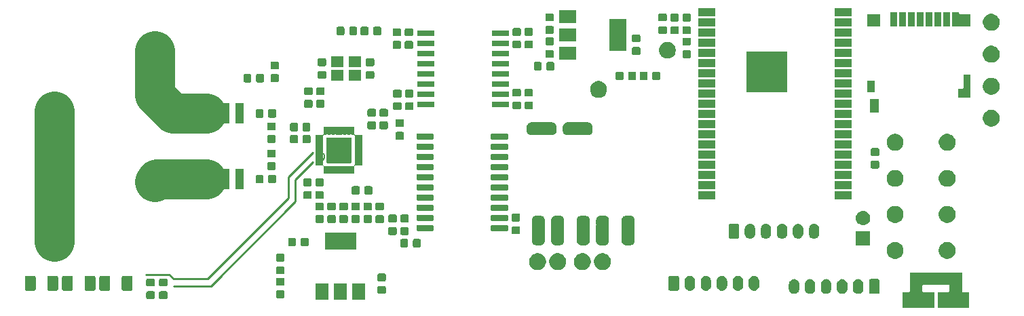
<source format=gbr>
G04 #@! TF.GenerationSoftware,KiCad,Pcbnew,5.1.2-f72e74a~84~ubuntu19.04.1*
G04 #@! TF.CreationDate,2019-06-02T16:59:08+01:00*
G04 #@! TF.ProjectId,Power Monitor MK3,506f7765-7220-44d6-9f6e-69746f72204d,rev?*
G04 #@! TF.SameCoordinates,Original*
G04 #@! TF.FileFunction,Soldermask,Top*
G04 #@! TF.FilePolarity,Negative*
%FSLAX46Y46*%
G04 Gerber Fmt 4.6, Leading zero omitted, Abs format (unit mm)*
G04 Created by KiCad (PCBNEW 5.1.2-f72e74a~84~ubuntu19.04.1) date 2019-06-02 16:59:08*
%MOMM*%
%LPD*%
G04 APERTURE LIST*
%ADD10C,5.000000*%
%ADD11C,0.250000*%
%ADD12C,0.150000*%
%ADD13C,0.100000*%
G04 APERTURE END LIST*
D10*
X97110000Y-112615000D02*
X90885000Y-112615000D01*
X90885000Y-112615000D02*
X90600000Y-112900000D01*
X92885000Y-104385000D02*
X97110000Y-104385000D01*
X90600000Y-102100000D02*
X92885000Y-104385000D01*
X90600000Y-96600000D02*
X90600000Y-102100000D01*
D11*
X108200000Y-112695000D02*
X110400000Y-110495000D01*
X108200000Y-115400000D02*
X108200000Y-112695000D01*
X97637491Y-125962509D02*
X108200000Y-115400000D01*
X93000001Y-125962509D02*
X97637490Y-125962509D01*
X89500000Y-124500000D02*
X92437510Y-124500000D01*
X92437510Y-124500000D02*
X93000000Y-125062490D01*
X97250000Y-125062490D02*
X93000000Y-125062490D01*
X107300000Y-115000000D02*
X97250000Y-125050000D01*
X107299980Y-112322200D02*
X107300000Y-115000000D01*
D10*
X78100000Y-120400000D02*
X78100000Y-104100000D01*
D11*
X110372180Y-109250000D02*
X107299980Y-112322200D01*
D12*
X111800000Y-110000000D02*
X111800000Y-109550000D01*
X111800000Y-110000000D02*
X111600000Y-110200000D01*
X111800000Y-109550000D02*
X111500000Y-109250000D01*
D13*
G36*
X191351000Y-126574001D02*
G01*
X191353402Y-126598387D01*
X191360515Y-126621836D01*
X191372066Y-126643447D01*
X191387611Y-126662389D01*
X191406553Y-126677934D01*
X191428164Y-126689485D01*
X191451613Y-126696598D01*
X191475999Y-126699000D01*
X192248500Y-126699000D01*
X192248500Y-128701000D01*
X188301500Y-128701000D01*
X188301500Y-126699000D01*
X189649001Y-126699000D01*
X189673387Y-126696598D01*
X189696836Y-126689485D01*
X189718447Y-126677934D01*
X189737389Y-126662389D01*
X189752934Y-126643447D01*
X189764485Y-126621836D01*
X189771598Y-126598387D01*
X189774000Y-126574001D01*
X189774000Y-125905999D01*
X189771598Y-125881613D01*
X189764485Y-125858164D01*
X189752934Y-125836553D01*
X189737389Y-125817611D01*
X189718447Y-125802066D01*
X189696836Y-125790515D01*
X189673387Y-125783402D01*
X189649001Y-125781000D01*
X186550999Y-125781000D01*
X186526613Y-125783402D01*
X186503164Y-125790515D01*
X186481553Y-125802066D01*
X186462611Y-125817611D01*
X186447066Y-125836553D01*
X186435515Y-125858164D01*
X186428402Y-125881613D01*
X186426000Y-125905999D01*
X186426000Y-126574001D01*
X186428402Y-126598387D01*
X186435515Y-126621836D01*
X186447066Y-126643447D01*
X186462611Y-126662389D01*
X186481553Y-126677934D01*
X186503164Y-126689485D01*
X186526613Y-126696598D01*
X186550999Y-126699000D01*
X187898500Y-126699000D01*
X187898500Y-128701000D01*
X183951500Y-128701000D01*
X183951500Y-126699000D01*
X184724001Y-126699000D01*
X184748387Y-126696598D01*
X184771836Y-126689485D01*
X184793447Y-126677934D01*
X184812389Y-126662389D01*
X184827934Y-126643447D01*
X184839485Y-126621836D01*
X184846598Y-126598387D01*
X184849000Y-126574001D01*
X184849000Y-124299000D01*
X191351000Y-124299000D01*
X191351000Y-126574001D01*
X191351000Y-126574001D01*
G37*
G36*
X114601000Y-127701000D02*
G01*
X112999000Y-127701000D01*
X112999000Y-125599000D01*
X114601000Y-125599000D01*
X114601000Y-127701000D01*
X114601000Y-127701000D01*
G37*
G36*
X116901000Y-127701000D02*
G01*
X115299000Y-127701000D01*
X115299000Y-125599000D01*
X116901000Y-125599000D01*
X116901000Y-127701000D01*
X116901000Y-127701000D01*
G37*
G36*
X112301000Y-127701000D02*
G01*
X110699000Y-127701000D01*
X110699000Y-125599000D01*
X112301000Y-125599000D01*
X112301000Y-127701000D01*
X112301000Y-127701000D01*
G37*
G36*
X90479591Y-126603085D02*
G01*
X90513569Y-126613393D01*
X90544890Y-126630134D01*
X90572339Y-126652661D01*
X90594866Y-126680110D01*
X90611607Y-126711431D01*
X90621915Y-126745409D01*
X90626000Y-126786890D01*
X90626000Y-127388110D01*
X90621915Y-127429591D01*
X90611607Y-127463569D01*
X90594866Y-127494890D01*
X90572339Y-127522339D01*
X90544890Y-127544866D01*
X90513569Y-127561607D01*
X90479591Y-127571915D01*
X90438110Y-127576000D01*
X89761890Y-127576000D01*
X89720409Y-127571915D01*
X89686431Y-127561607D01*
X89655110Y-127544866D01*
X89627661Y-127522339D01*
X89605134Y-127494890D01*
X89588393Y-127463569D01*
X89578085Y-127429591D01*
X89574000Y-127388110D01*
X89574000Y-126786890D01*
X89578085Y-126745409D01*
X89588393Y-126711431D01*
X89605134Y-126680110D01*
X89627661Y-126652661D01*
X89655110Y-126630134D01*
X89686431Y-126613393D01*
X89720409Y-126603085D01*
X89761890Y-126599000D01*
X90438110Y-126599000D01*
X90479591Y-126603085D01*
X90479591Y-126603085D01*
G37*
G36*
X92079591Y-126603085D02*
G01*
X92113569Y-126613393D01*
X92144890Y-126630134D01*
X92172339Y-126652661D01*
X92194866Y-126680110D01*
X92211607Y-126711431D01*
X92221915Y-126745409D01*
X92226000Y-126786890D01*
X92226000Y-127388110D01*
X92221915Y-127429591D01*
X92211607Y-127463569D01*
X92194866Y-127494890D01*
X92172339Y-127522339D01*
X92144890Y-127544866D01*
X92113569Y-127561607D01*
X92079591Y-127571915D01*
X92038110Y-127576000D01*
X91361890Y-127576000D01*
X91320409Y-127571915D01*
X91286431Y-127561607D01*
X91255110Y-127544866D01*
X91227661Y-127522339D01*
X91205134Y-127494890D01*
X91188393Y-127463569D01*
X91178085Y-127429591D01*
X91174000Y-127388110D01*
X91174000Y-126786890D01*
X91178085Y-126745409D01*
X91188393Y-126711431D01*
X91205134Y-126680110D01*
X91227661Y-126652661D01*
X91255110Y-126630134D01*
X91286431Y-126613393D01*
X91320409Y-126603085D01*
X91361890Y-126599000D01*
X92038110Y-126599000D01*
X92079591Y-126603085D01*
X92079591Y-126603085D01*
G37*
G36*
X106679591Y-126503085D02*
G01*
X106713569Y-126513393D01*
X106744890Y-126530134D01*
X106772339Y-126552661D01*
X106794866Y-126580110D01*
X106811607Y-126611431D01*
X106821915Y-126645409D01*
X106826000Y-126686890D01*
X106826000Y-127288110D01*
X106821915Y-127329591D01*
X106811607Y-127363569D01*
X106794866Y-127394890D01*
X106772339Y-127422339D01*
X106744890Y-127444866D01*
X106713569Y-127461607D01*
X106679591Y-127471915D01*
X106638110Y-127476000D01*
X105961890Y-127476000D01*
X105920409Y-127471915D01*
X105886431Y-127461607D01*
X105855110Y-127444866D01*
X105827661Y-127422339D01*
X105805134Y-127394890D01*
X105788393Y-127363569D01*
X105778085Y-127329591D01*
X105774000Y-127288110D01*
X105774000Y-126686890D01*
X105778085Y-126645409D01*
X105788393Y-126611431D01*
X105805134Y-126580110D01*
X105827661Y-126552661D01*
X105855110Y-126530134D01*
X105886431Y-126513393D01*
X105920409Y-126503085D01*
X105961890Y-126499000D01*
X106638110Y-126499000D01*
X106679591Y-126503085D01*
X106679591Y-126503085D01*
G37*
G36*
X170527618Y-125083420D02*
G01*
X170599120Y-125105110D01*
X170650336Y-125120646D01*
X170763425Y-125181094D01*
X170862554Y-125262446D01*
X170943906Y-125361575D01*
X171004354Y-125474664D01*
X171004355Y-125474668D01*
X171041580Y-125597382D01*
X171041580Y-125597384D01*
X171051000Y-125693026D01*
X171051000Y-126306974D01*
X171050864Y-126308352D01*
X171041580Y-126402618D01*
X171036639Y-126418905D01*
X171004354Y-126525336D01*
X170943906Y-126638425D01*
X170862554Y-126737553D01*
X170763424Y-126818906D01*
X170650335Y-126879354D01*
X170632263Y-126884836D01*
X170527617Y-126916580D01*
X170400000Y-126929149D01*
X170272382Y-126916580D01*
X170167736Y-126884836D01*
X170149664Y-126879354D01*
X170036575Y-126818906D01*
X169937447Y-126737554D01*
X169856094Y-126638424D01*
X169795646Y-126525335D01*
X169778357Y-126468341D01*
X169758420Y-126402617D01*
X169749000Y-126306972D01*
X169749000Y-125693027D01*
X169758420Y-125597382D01*
X169795645Y-125474668D01*
X169795645Y-125474667D01*
X169827957Y-125414217D01*
X169856095Y-125361574D01*
X169864773Y-125351000D01*
X169937447Y-125262446D01*
X170036576Y-125181094D01*
X170149665Y-125120646D01*
X170200881Y-125105110D01*
X170272383Y-125083420D01*
X170400000Y-125070851D01*
X170527618Y-125083420D01*
X170527618Y-125083420D01*
G37*
G36*
X178527618Y-125083420D02*
G01*
X178599120Y-125105110D01*
X178650336Y-125120646D01*
X178763425Y-125181094D01*
X178862554Y-125262446D01*
X178943906Y-125361575D01*
X179004354Y-125474664D01*
X179004355Y-125474668D01*
X179041580Y-125597382D01*
X179041580Y-125597384D01*
X179051000Y-125693026D01*
X179051000Y-126306974D01*
X179050864Y-126308352D01*
X179041580Y-126402618D01*
X179036639Y-126418905D01*
X179004354Y-126525336D01*
X178943906Y-126638425D01*
X178862554Y-126737553D01*
X178763424Y-126818906D01*
X178650335Y-126879354D01*
X178632263Y-126884836D01*
X178527617Y-126916580D01*
X178400000Y-126929149D01*
X178272382Y-126916580D01*
X178167736Y-126884836D01*
X178149664Y-126879354D01*
X178036575Y-126818906D01*
X177937447Y-126737554D01*
X177856094Y-126638424D01*
X177795646Y-126525335D01*
X177778357Y-126468341D01*
X177758420Y-126402617D01*
X177749000Y-126306972D01*
X177749000Y-125693027D01*
X177758420Y-125597382D01*
X177795645Y-125474668D01*
X177795645Y-125474667D01*
X177827957Y-125414217D01*
X177856095Y-125361574D01*
X177864773Y-125351000D01*
X177937447Y-125262446D01*
X178036576Y-125181094D01*
X178149665Y-125120646D01*
X178200881Y-125105110D01*
X178272383Y-125083420D01*
X178400000Y-125070851D01*
X178527618Y-125083420D01*
X178527618Y-125083420D01*
G37*
G36*
X176527618Y-125083420D02*
G01*
X176599120Y-125105110D01*
X176650336Y-125120646D01*
X176763425Y-125181094D01*
X176862554Y-125262446D01*
X176943906Y-125361575D01*
X177004354Y-125474664D01*
X177004355Y-125474668D01*
X177041580Y-125597382D01*
X177041580Y-125597384D01*
X177051000Y-125693026D01*
X177051000Y-126306974D01*
X177050864Y-126308352D01*
X177041580Y-126402618D01*
X177036639Y-126418905D01*
X177004354Y-126525336D01*
X176943906Y-126638425D01*
X176862554Y-126737553D01*
X176763424Y-126818906D01*
X176650335Y-126879354D01*
X176632263Y-126884836D01*
X176527617Y-126916580D01*
X176400000Y-126929149D01*
X176272382Y-126916580D01*
X176167736Y-126884836D01*
X176149664Y-126879354D01*
X176036575Y-126818906D01*
X175937447Y-126737554D01*
X175856094Y-126638424D01*
X175795646Y-126525335D01*
X175778357Y-126468341D01*
X175758420Y-126402617D01*
X175749000Y-126306972D01*
X175749000Y-125693027D01*
X175758420Y-125597382D01*
X175795645Y-125474668D01*
X175795645Y-125474667D01*
X175827957Y-125414217D01*
X175856095Y-125361574D01*
X175864773Y-125351000D01*
X175937447Y-125262446D01*
X176036576Y-125181094D01*
X176149665Y-125120646D01*
X176200881Y-125105110D01*
X176272383Y-125083420D01*
X176400000Y-125070851D01*
X176527618Y-125083420D01*
X176527618Y-125083420D01*
G37*
G36*
X174527618Y-125083420D02*
G01*
X174599120Y-125105110D01*
X174650336Y-125120646D01*
X174763425Y-125181094D01*
X174862554Y-125262446D01*
X174943906Y-125361575D01*
X175004354Y-125474664D01*
X175004355Y-125474668D01*
X175041580Y-125597382D01*
X175041580Y-125597384D01*
X175051000Y-125693026D01*
X175051000Y-126306974D01*
X175050864Y-126308352D01*
X175041580Y-126402618D01*
X175036639Y-126418905D01*
X175004354Y-126525336D01*
X174943906Y-126638425D01*
X174862554Y-126737553D01*
X174763424Y-126818906D01*
X174650335Y-126879354D01*
X174632263Y-126884836D01*
X174527617Y-126916580D01*
X174400000Y-126929149D01*
X174272382Y-126916580D01*
X174167736Y-126884836D01*
X174149664Y-126879354D01*
X174036575Y-126818906D01*
X173937447Y-126737554D01*
X173856094Y-126638424D01*
X173795646Y-126525335D01*
X173778357Y-126468341D01*
X173758420Y-126402617D01*
X173749000Y-126306972D01*
X173749000Y-125693027D01*
X173758420Y-125597382D01*
X173795645Y-125474668D01*
X173795645Y-125474667D01*
X173827957Y-125414217D01*
X173856095Y-125361574D01*
X173864773Y-125351000D01*
X173937447Y-125262446D01*
X174036576Y-125181094D01*
X174149665Y-125120646D01*
X174200881Y-125105110D01*
X174272383Y-125083420D01*
X174400000Y-125070851D01*
X174527618Y-125083420D01*
X174527618Y-125083420D01*
G37*
G36*
X172527618Y-125083420D02*
G01*
X172599120Y-125105110D01*
X172650336Y-125120646D01*
X172763425Y-125181094D01*
X172862554Y-125262446D01*
X172943906Y-125361575D01*
X173004354Y-125474664D01*
X173004355Y-125474668D01*
X173041580Y-125597382D01*
X173041580Y-125597384D01*
X173051000Y-125693026D01*
X173051000Y-126306974D01*
X173050864Y-126308352D01*
X173041580Y-126402618D01*
X173036639Y-126418905D01*
X173004354Y-126525336D01*
X172943906Y-126638425D01*
X172862554Y-126737553D01*
X172763424Y-126818906D01*
X172650335Y-126879354D01*
X172632263Y-126884836D01*
X172527617Y-126916580D01*
X172400000Y-126929149D01*
X172272382Y-126916580D01*
X172167736Y-126884836D01*
X172149664Y-126879354D01*
X172036575Y-126818906D01*
X171937447Y-126737554D01*
X171856094Y-126638424D01*
X171795646Y-126525335D01*
X171778357Y-126468341D01*
X171758420Y-126402617D01*
X171749000Y-126306972D01*
X171749000Y-125693027D01*
X171758420Y-125597382D01*
X171795645Y-125474668D01*
X171795645Y-125474667D01*
X171827957Y-125414217D01*
X171856095Y-125361574D01*
X171864773Y-125351000D01*
X171937447Y-125262446D01*
X172036576Y-125181094D01*
X172149665Y-125120646D01*
X172200881Y-125105110D01*
X172272383Y-125083420D01*
X172400000Y-125070851D01*
X172527618Y-125083420D01*
X172527618Y-125083420D01*
G37*
G36*
X119329591Y-125953085D02*
G01*
X119363569Y-125963393D01*
X119394890Y-125980134D01*
X119422339Y-126002661D01*
X119444866Y-126030110D01*
X119461607Y-126061431D01*
X119471915Y-126095409D01*
X119476000Y-126136890D01*
X119476000Y-126738110D01*
X119471915Y-126779591D01*
X119461607Y-126813569D01*
X119444866Y-126844890D01*
X119422339Y-126872339D01*
X119394890Y-126894866D01*
X119363569Y-126911607D01*
X119329591Y-126921915D01*
X119288110Y-126926000D01*
X118611890Y-126926000D01*
X118570409Y-126921915D01*
X118536431Y-126911607D01*
X118505110Y-126894866D01*
X118477661Y-126872339D01*
X118455134Y-126844890D01*
X118438393Y-126813569D01*
X118428085Y-126779591D01*
X118424000Y-126738110D01*
X118424000Y-126136890D01*
X118428085Y-126095409D01*
X118438393Y-126061431D01*
X118455134Y-126030110D01*
X118477661Y-126002661D01*
X118505110Y-125980134D01*
X118536431Y-125963393D01*
X118570409Y-125953085D01*
X118611890Y-125949000D01*
X119288110Y-125949000D01*
X119329591Y-125953085D01*
X119329591Y-125953085D01*
G37*
G36*
X180891242Y-125078404D02*
G01*
X180928337Y-125089657D01*
X180962515Y-125107925D01*
X180992481Y-125132519D01*
X181017075Y-125162485D01*
X181035343Y-125196663D01*
X181046596Y-125233758D01*
X181051000Y-125278474D01*
X181051000Y-126721526D01*
X181046596Y-126766242D01*
X181035343Y-126803337D01*
X181017075Y-126837515D01*
X180992481Y-126867481D01*
X180962515Y-126892075D01*
X180928337Y-126910343D01*
X180891242Y-126921596D01*
X180846526Y-126926000D01*
X179953474Y-126926000D01*
X179908758Y-126921596D01*
X179871663Y-126910343D01*
X179837485Y-126892075D01*
X179807519Y-126867481D01*
X179782925Y-126837515D01*
X179764657Y-126803337D01*
X179753404Y-126766242D01*
X179749000Y-126721526D01*
X179749000Y-125278474D01*
X179753404Y-125233758D01*
X179764657Y-125196663D01*
X179782925Y-125162485D01*
X179807519Y-125132519D01*
X179837485Y-125107925D01*
X179871663Y-125089657D01*
X179908758Y-125078404D01*
X179953474Y-125074000D01*
X180846526Y-125074000D01*
X180891242Y-125078404D01*
X180891242Y-125078404D01*
G37*
G36*
X159527617Y-124683420D02*
G01*
X159606777Y-124707433D01*
X159650335Y-124720646D01*
X159763424Y-124781094D01*
X159862554Y-124862447D01*
X159943906Y-124961575D01*
X160004354Y-125074664D01*
X160007010Y-125083420D01*
X160041580Y-125197382D01*
X160047860Y-125261145D01*
X160050932Y-125292331D01*
X160051000Y-125293027D01*
X160051000Y-125906973D01*
X160041580Y-126002618D01*
X160033240Y-126030110D01*
X160004354Y-126125336D01*
X159943906Y-126238425D01*
X159862554Y-126337554D01*
X159763425Y-126418906D01*
X159650336Y-126479354D01*
X159646792Y-126480429D01*
X159527618Y-126516580D01*
X159400000Y-126529149D01*
X159272383Y-126516580D01*
X159153209Y-126480429D01*
X159149665Y-126479354D01*
X159036576Y-126418906D01*
X158937447Y-126337554D01*
X158856096Y-126238427D01*
X158856095Y-126238425D01*
X158806478Y-126145599D01*
X158795645Y-126125333D01*
X158766760Y-126030110D01*
X158758420Y-126002618D01*
X158749000Y-125906973D01*
X158749000Y-125293028D01*
X158758420Y-125197383D01*
X158795645Y-125074669D01*
X158795646Y-125074665D01*
X158856094Y-124961576D01*
X158937447Y-124862446D01*
X159036575Y-124781094D01*
X159149664Y-124720646D01*
X159193222Y-124707433D01*
X159272382Y-124683420D01*
X159400000Y-124670851D01*
X159527617Y-124683420D01*
X159527617Y-124683420D01*
G37*
G36*
X165527617Y-124683420D02*
G01*
X165606777Y-124707433D01*
X165650335Y-124720646D01*
X165763424Y-124781094D01*
X165862554Y-124862447D01*
X165943906Y-124961575D01*
X166004354Y-125074664D01*
X166007010Y-125083420D01*
X166041580Y-125197382D01*
X166047860Y-125261145D01*
X166050932Y-125292331D01*
X166051000Y-125293027D01*
X166051000Y-125906973D01*
X166041580Y-126002618D01*
X166033240Y-126030110D01*
X166004354Y-126125336D01*
X165943906Y-126238425D01*
X165862554Y-126337554D01*
X165763425Y-126418906D01*
X165650336Y-126479354D01*
X165646792Y-126480429D01*
X165527618Y-126516580D01*
X165400000Y-126529149D01*
X165272383Y-126516580D01*
X165153209Y-126480429D01*
X165149665Y-126479354D01*
X165036576Y-126418906D01*
X164937447Y-126337554D01*
X164856096Y-126238427D01*
X164856095Y-126238425D01*
X164806478Y-126145599D01*
X164795645Y-126125333D01*
X164766760Y-126030110D01*
X164758420Y-126002618D01*
X164749000Y-125906973D01*
X164749000Y-125293028D01*
X164758420Y-125197383D01*
X164795645Y-125074669D01*
X164795646Y-125074665D01*
X164856094Y-124961576D01*
X164937447Y-124862446D01*
X165036575Y-124781094D01*
X165149664Y-124720646D01*
X165193222Y-124707433D01*
X165272382Y-124683420D01*
X165400000Y-124670851D01*
X165527617Y-124683420D01*
X165527617Y-124683420D01*
G37*
G36*
X163527617Y-124683420D02*
G01*
X163606777Y-124707433D01*
X163650335Y-124720646D01*
X163763424Y-124781094D01*
X163862554Y-124862447D01*
X163943906Y-124961575D01*
X164004354Y-125074664D01*
X164007010Y-125083420D01*
X164041580Y-125197382D01*
X164047860Y-125261145D01*
X164050932Y-125292331D01*
X164051000Y-125293027D01*
X164051000Y-125906973D01*
X164041580Y-126002618D01*
X164033240Y-126030110D01*
X164004354Y-126125336D01*
X163943906Y-126238425D01*
X163862554Y-126337554D01*
X163763425Y-126418906D01*
X163650336Y-126479354D01*
X163646792Y-126480429D01*
X163527618Y-126516580D01*
X163400000Y-126529149D01*
X163272383Y-126516580D01*
X163153209Y-126480429D01*
X163149665Y-126479354D01*
X163036576Y-126418906D01*
X162937447Y-126337554D01*
X162856096Y-126238427D01*
X162856095Y-126238425D01*
X162806478Y-126145599D01*
X162795645Y-126125333D01*
X162766760Y-126030110D01*
X162758420Y-126002618D01*
X162749000Y-125906973D01*
X162749000Y-125293028D01*
X162758420Y-125197383D01*
X162795645Y-125074669D01*
X162795646Y-125074665D01*
X162856094Y-124961576D01*
X162937447Y-124862446D01*
X163036575Y-124781094D01*
X163149664Y-124720646D01*
X163193222Y-124707433D01*
X163272382Y-124683420D01*
X163400000Y-124670851D01*
X163527617Y-124683420D01*
X163527617Y-124683420D01*
G37*
G36*
X161527617Y-124683420D02*
G01*
X161606777Y-124707433D01*
X161650335Y-124720646D01*
X161763424Y-124781094D01*
X161862554Y-124862447D01*
X161943906Y-124961575D01*
X162004354Y-125074664D01*
X162007010Y-125083420D01*
X162041580Y-125197382D01*
X162047860Y-125261145D01*
X162050932Y-125292331D01*
X162051000Y-125293027D01*
X162051000Y-125906973D01*
X162041580Y-126002618D01*
X162033240Y-126030110D01*
X162004354Y-126125336D01*
X161943906Y-126238425D01*
X161862554Y-126337554D01*
X161763425Y-126418906D01*
X161650336Y-126479354D01*
X161646792Y-126480429D01*
X161527618Y-126516580D01*
X161400000Y-126529149D01*
X161272383Y-126516580D01*
X161153209Y-126480429D01*
X161149665Y-126479354D01*
X161036576Y-126418906D01*
X160937447Y-126337554D01*
X160856096Y-126238427D01*
X160856095Y-126238425D01*
X160806478Y-126145599D01*
X160795645Y-126125333D01*
X160766760Y-126030110D01*
X160758420Y-126002618D01*
X160749000Y-125906973D01*
X160749000Y-125293028D01*
X160758420Y-125197383D01*
X160795645Y-125074669D01*
X160795646Y-125074665D01*
X160856094Y-124961576D01*
X160937447Y-124862446D01*
X161036575Y-124781094D01*
X161149664Y-124720646D01*
X161193222Y-124707433D01*
X161272382Y-124683420D01*
X161400000Y-124670851D01*
X161527617Y-124683420D01*
X161527617Y-124683420D01*
G37*
G36*
X157527617Y-124683420D02*
G01*
X157606777Y-124707433D01*
X157650335Y-124720646D01*
X157763424Y-124781094D01*
X157862554Y-124862447D01*
X157943906Y-124961575D01*
X158004354Y-125074664D01*
X158007010Y-125083420D01*
X158041580Y-125197382D01*
X158047860Y-125261145D01*
X158050932Y-125292331D01*
X158051000Y-125293027D01*
X158051000Y-125906973D01*
X158041580Y-126002618D01*
X158033240Y-126030110D01*
X158004354Y-126125336D01*
X157943906Y-126238425D01*
X157862554Y-126337554D01*
X157763425Y-126418906D01*
X157650336Y-126479354D01*
X157646792Y-126480429D01*
X157527618Y-126516580D01*
X157400000Y-126529149D01*
X157272383Y-126516580D01*
X157153209Y-126480429D01*
X157149665Y-126479354D01*
X157036576Y-126418906D01*
X156937447Y-126337554D01*
X156856096Y-126238427D01*
X156856095Y-126238425D01*
X156806478Y-126145599D01*
X156795645Y-126125333D01*
X156766760Y-126030110D01*
X156758420Y-126002618D01*
X156749000Y-125906973D01*
X156749000Y-125293028D01*
X156758420Y-125197383D01*
X156795645Y-125074669D01*
X156795646Y-125074665D01*
X156856094Y-124961576D01*
X156937447Y-124862446D01*
X157036575Y-124781094D01*
X157149664Y-124720646D01*
X157193222Y-124707433D01*
X157272382Y-124683420D01*
X157400000Y-124670851D01*
X157527617Y-124683420D01*
X157527617Y-124683420D01*
G37*
G36*
X80268604Y-124678347D02*
G01*
X80305144Y-124689432D01*
X80338821Y-124707433D01*
X80368341Y-124731659D01*
X80392567Y-124761179D01*
X80410568Y-124794856D01*
X80421653Y-124831396D01*
X80426000Y-124875538D01*
X80426000Y-126324462D01*
X80421653Y-126368604D01*
X80410568Y-126405144D01*
X80392567Y-126438821D01*
X80368341Y-126468341D01*
X80338821Y-126492567D01*
X80305144Y-126510568D01*
X80268604Y-126521653D01*
X80224462Y-126526000D01*
X79275538Y-126526000D01*
X79231396Y-126521653D01*
X79194856Y-126510568D01*
X79161179Y-126492567D01*
X79131659Y-126468341D01*
X79107433Y-126438821D01*
X79089432Y-126405144D01*
X79078347Y-126368604D01*
X79074000Y-126324462D01*
X79074000Y-124875538D01*
X79078347Y-124831396D01*
X79089432Y-124794856D01*
X79107433Y-124761179D01*
X79131659Y-124731659D01*
X79161179Y-124707433D01*
X79194856Y-124689432D01*
X79231396Y-124678347D01*
X79275538Y-124674000D01*
X80224462Y-124674000D01*
X80268604Y-124678347D01*
X80268604Y-124678347D01*
G37*
G36*
X84918604Y-124678347D02*
G01*
X84955144Y-124689432D01*
X84988821Y-124707433D01*
X85018341Y-124731659D01*
X85042567Y-124761179D01*
X85060568Y-124794856D01*
X85071653Y-124831396D01*
X85076000Y-124875538D01*
X85076000Y-126324462D01*
X85071653Y-126368604D01*
X85060568Y-126405144D01*
X85042567Y-126438821D01*
X85018341Y-126468341D01*
X84988821Y-126492567D01*
X84955144Y-126510568D01*
X84918604Y-126521653D01*
X84874462Y-126526000D01*
X83925538Y-126526000D01*
X83881396Y-126521653D01*
X83844856Y-126510568D01*
X83811179Y-126492567D01*
X83781659Y-126468341D01*
X83757433Y-126438821D01*
X83739432Y-126405144D01*
X83728347Y-126368604D01*
X83724000Y-126324462D01*
X83724000Y-124875538D01*
X83728347Y-124831396D01*
X83739432Y-124794856D01*
X83757433Y-124761179D01*
X83781659Y-124731659D01*
X83811179Y-124707433D01*
X83844856Y-124689432D01*
X83881396Y-124678347D01*
X83925538Y-124674000D01*
X84874462Y-124674000D01*
X84918604Y-124678347D01*
X84918604Y-124678347D01*
G37*
G36*
X87718604Y-124678347D02*
G01*
X87755144Y-124689432D01*
X87788821Y-124707433D01*
X87818341Y-124731659D01*
X87842567Y-124761179D01*
X87860568Y-124794856D01*
X87871653Y-124831396D01*
X87876000Y-124875538D01*
X87876000Y-126324462D01*
X87871653Y-126368604D01*
X87860568Y-126405144D01*
X87842567Y-126438821D01*
X87818341Y-126468341D01*
X87788821Y-126492567D01*
X87755144Y-126510568D01*
X87718604Y-126521653D01*
X87674462Y-126526000D01*
X86725538Y-126526000D01*
X86681396Y-126521653D01*
X86644856Y-126510568D01*
X86611179Y-126492567D01*
X86581659Y-126468341D01*
X86557433Y-126438821D01*
X86539432Y-126405144D01*
X86528347Y-126368604D01*
X86524000Y-126324462D01*
X86524000Y-124875538D01*
X86528347Y-124831396D01*
X86539432Y-124794856D01*
X86557433Y-124761179D01*
X86581659Y-124731659D01*
X86611179Y-124707433D01*
X86644856Y-124689432D01*
X86681396Y-124678347D01*
X86725538Y-124674000D01*
X87674462Y-124674000D01*
X87718604Y-124678347D01*
X87718604Y-124678347D01*
G37*
G36*
X83068604Y-124678347D02*
G01*
X83105144Y-124689432D01*
X83138821Y-124707433D01*
X83168341Y-124731659D01*
X83192567Y-124761179D01*
X83210568Y-124794856D01*
X83221653Y-124831396D01*
X83226000Y-124875538D01*
X83226000Y-126324462D01*
X83221653Y-126368604D01*
X83210568Y-126405144D01*
X83192567Y-126438821D01*
X83168341Y-126468341D01*
X83138821Y-126492567D01*
X83105144Y-126510568D01*
X83068604Y-126521653D01*
X83024462Y-126526000D01*
X82075538Y-126526000D01*
X82031396Y-126521653D01*
X81994856Y-126510568D01*
X81961179Y-126492567D01*
X81931659Y-126468341D01*
X81907433Y-126438821D01*
X81889432Y-126405144D01*
X81878347Y-126368604D01*
X81874000Y-126324462D01*
X81874000Y-124875538D01*
X81878347Y-124831396D01*
X81889432Y-124794856D01*
X81907433Y-124761179D01*
X81931659Y-124731659D01*
X81961179Y-124707433D01*
X81994856Y-124689432D01*
X82031396Y-124678347D01*
X82075538Y-124674000D01*
X83024462Y-124674000D01*
X83068604Y-124678347D01*
X83068604Y-124678347D01*
G37*
G36*
X75618604Y-124678347D02*
G01*
X75655144Y-124689432D01*
X75688821Y-124707433D01*
X75718341Y-124731659D01*
X75742567Y-124761179D01*
X75760568Y-124794856D01*
X75771653Y-124831396D01*
X75776000Y-124875538D01*
X75776000Y-126324462D01*
X75771653Y-126368604D01*
X75760568Y-126405144D01*
X75742567Y-126438821D01*
X75718341Y-126468341D01*
X75688821Y-126492567D01*
X75655144Y-126510568D01*
X75618604Y-126521653D01*
X75574462Y-126526000D01*
X74625538Y-126526000D01*
X74581396Y-126521653D01*
X74544856Y-126510568D01*
X74511179Y-126492567D01*
X74481659Y-126468341D01*
X74457433Y-126438821D01*
X74439432Y-126405144D01*
X74428347Y-126368604D01*
X74424000Y-126324462D01*
X74424000Y-124875538D01*
X74428347Y-124831396D01*
X74439432Y-124794856D01*
X74457433Y-124761179D01*
X74481659Y-124731659D01*
X74511179Y-124707433D01*
X74544856Y-124689432D01*
X74581396Y-124678347D01*
X74625538Y-124674000D01*
X75574462Y-124674000D01*
X75618604Y-124678347D01*
X75618604Y-124678347D01*
G37*
G36*
X78418604Y-124678347D02*
G01*
X78455144Y-124689432D01*
X78488821Y-124707433D01*
X78518341Y-124731659D01*
X78542567Y-124761179D01*
X78560568Y-124794856D01*
X78571653Y-124831396D01*
X78576000Y-124875538D01*
X78576000Y-126324462D01*
X78571653Y-126368604D01*
X78560568Y-126405144D01*
X78542567Y-126438821D01*
X78518341Y-126468341D01*
X78488821Y-126492567D01*
X78455144Y-126510568D01*
X78418604Y-126521653D01*
X78374462Y-126526000D01*
X77425538Y-126526000D01*
X77381396Y-126521653D01*
X77344856Y-126510568D01*
X77311179Y-126492567D01*
X77281659Y-126468341D01*
X77257433Y-126438821D01*
X77239432Y-126405144D01*
X77228347Y-126368604D01*
X77224000Y-126324462D01*
X77224000Y-124875538D01*
X77228347Y-124831396D01*
X77239432Y-124794856D01*
X77257433Y-124761179D01*
X77281659Y-124731659D01*
X77311179Y-124707433D01*
X77344856Y-124689432D01*
X77381396Y-124678347D01*
X77425538Y-124674000D01*
X78374462Y-124674000D01*
X78418604Y-124678347D01*
X78418604Y-124678347D01*
G37*
G36*
X155891242Y-124678404D02*
G01*
X155928337Y-124689657D01*
X155962515Y-124707925D01*
X155992481Y-124732519D01*
X156017075Y-124762485D01*
X156035343Y-124796663D01*
X156046596Y-124833758D01*
X156051000Y-124878474D01*
X156051000Y-126321526D01*
X156046596Y-126366242D01*
X156035343Y-126403337D01*
X156017075Y-126437515D01*
X155992481Y-126467481D01*
X155962515Y-126492075D01*
X155928337Y-126510343D01*
X155891242Y-126521596D01*
X155846526Y-126526000D01*
X154953474Y-126526000D01*
X154908758Y-126521596D01*
X154871663Y-126510343D01*
X154837485Y-126492075D01*
X154807519Y-126467481D01*
X154782925Y-126437515D01*
X154764657Y-126403337D01*
X154753404Y-126366242D01*
X154749000Y-126321526D01*
X154749000Y-124878474D01*
X154753404Y-124833758D01*
X154764657Y-124796663D01*
X154782925Y-124762485D01*
X154807519Y-124732519D01*
X154837485Y-124707925D01*
X154871663Y-124689657D01*
X154908758Y-124678404D01*
X154953474Y-124674000D01*
X155846526Y-124674000D01*
X155891242Y-124678404D01*
X155891242Y-124678404D01*
G37*
G36*
X92079591Y-125028085D02*
G01*
X92113569Y-125038393D01*
X92144890Y-125055134D01*
X92172339Y-125077661D01*
X92194866Y-125105110D01*
X92211607Y-125136431D01*
X92221915Y-125170409D01*
X92226000Y-125211890D01*
X92226000Y-125813110D01*
X92221915Y-125854591D01*
X92211607Y-125888569D01*
X92194866Y-125919890D01*
X92172339Y-125947339D01*
X92144890Y-125969866D01*
X92113569Y-125986607D01*
X92079591Y-125996915D01*
X92038110Y-126001000D01*
X91361890Y-126001000D01*
X91320409Y-125996915D01*
X91286431Y-125986607D01*
X91255110Y-125969866D01*
X91227661Y-125947339D01*
X91205134Y-125919890D01*
X91188393Y-125888569D01*
X91178085Y-125854591D01*
X91174000Y-125813110D01*
X91174000Y-125211890D01*
X91178085Y-125170409D01*
X91188393Y-125136431D01*
X91205134Y-125105110D01*
X91227661Y-125077661D01*
X91255110Y-125055134D01*
X91286431Y-125038393D01*
X91320409Y-125028085D01*
X91361890Y-125024000D01*
X92038110Y-125024000D01*
X92079591Y-125028085D01*
X92079591Y-125028085D01*
G37*
G36*
X90479591Y-125028085D02*
G01*
X90513569Y-125038393D01*
X90544890Y-125055134D01*
X90572339Y-125077661D01*
X90594866Y-125105110D01*
X90611607Y-125136431D01*
X90621915Y-125170409D01*
X90626000Y-125211890D01*
X90626000Y-125813110D01*
X90621915Y-125854591D01*
X90611607Y-125888569D01*
X90594866Y-125919890D01*
X90572339Y-125947339D01*
X90544890Y-125969866D01*
X90513569Y-125986607D01*
X90479591Y-125996915D01*
X90438110Y-126001000D01*
X89761890Y-126001000D01*
X89720409Y-125996915D01*
X89686431Y-125986607D01*
X89655110Y-125969866D01*
X89627661Y-125947339D01*
X89605134Y-125919890D01*
X89588393Y-125888569D01*
X89578085Y-125854591D01*
X89574000Y-125813110D01*
X89574000Y-125211890D01*
X89578085Y-125170409D01*
X89588393Y-125136431D01*
X89605134Y-125105110D01*
X89627661Y-125077661D01*
X89655110Y-125055134D01*
X89686431Y-125038393D01*
X89720409Y-125028085D01*
X89761890Y-125024000D01*
X90438110Y-125024000D01*
X90479591Y-125028085D01*
X90479591Y-125028085D01*
G37*
G36*
X106679591Y-124928085D02*
G01*
X106713569Y-124938393D01*
X106744890Y-124955134D01*
X106772339Y-124977661D01*
X106794866Y-125005110D01*
X106811607Y-125036431D01*
X106821915Y-125070409D01*
X106826000Y-125111890D01*
X106826000Y-125713110D01*
X106821915Y-125754591D01*
X106811607Y-125788569D01*
X106794866Y-125819890D01*
X106772339Y-125847339D01*
X106744890Y-125869866D01*
X106713569Y-125886607D01*
X106679591Y-125896915D01*
X106638110Y-125901000D01*
X105961890Y-125901000D01*
X105920409Y-125896915D01*
X105886431Y-125886607D01*
X105855110Y-125869866D01*
X105827661Y-125847339D01*
X105805134Y-125819890D01*
X105788393Y-125788569D01*
X105778085Y-125754591D01*
X105774000Y-125713110D01*
X105774000Y-125111890D01*
X105778085Y-125070409D01*
X105788393Y-125036431D01*
X105805134Y-125005110D01*
X105827661Y-124977661D01*
X105855110Y-124955134D01*
X105886431Y-124938393D01*
X105920409Y-124928085D01*
X105961890Y-124924000D01*
X106638110Y-124924000D01*
X106679591Y-124928085D01*
X106679591Y-124928085D01*
G37*
G36*
X119329591Y-124378085D02*
G01*
X119363569Y-124388393D01*
X119394890Y-124405134D01*
X119422339Y-124427661D01*
X119444866Y-124455110D01*
X119461607Y-124486431D01*
X119471915Y-124520409D01*
X119476000Y-124561890D01*
X119476000Y-125163110D01*
X119471915Y-125204591D01*
X119461607Y-125238569D01*
X119444866Y-125269890D01*
X119422339Y-125297339D01*
X119394890Y-125319866D01*
X119363569Y-125336607D01*
X119329591Y-125346915D01*
X119288110Y-125351000D01*
X118611890Y-125351000D01*
X118570409Y-125346915D01*
X118536431Y-125336607D01*
X118505110Y-125319866D01*
X118477661Y-125297339D01*
X118455134Y-125269890D01*
X118438393Y-125238569D01*
X118428085Y-125204591D01*
X118424000Y-125163110D01*
X118424000Y-124561890D01*
X118428085Y-124520409D01*
X118438393Y-124486431D01*
X118455134Y-124455110D01*
X118477661Y-124427661D01*
X118505110Y-124405134D01*
X118536431Y-124388393D01*
X118570409Y-124378085D01*
X118611890Y-124374000D01*
X119288110Y-124374000D01*
X119329591Y-124378085D01*
X119329591Y-124378085D01*
G37*
G36*
X106679591Y-123503085D02*
G01*
X106713569Y-123513393D01*
X106744890Y-123530134D01*
X106772339Y-123552661D01*
X106794866Y-123580110D01*
X106811607Y-123611431D01*
X106821915Y-123645409D01*
X106826000Y-123686890D01*
X106826000Y-124288110D01*
X106821915Y-124329591D01*
X106811607Y-124363569D01*
X106794866Y-124394890D01*
X106772339Y-124422339D01*
X106744890Y-124444866D01*
X106713569Y-124461607D01*
X106679591Y-124471915D01*
X106638110Y-124476000D01*
X105961890Y-124476000D01*
X105920409Y-124471915D01*
X105886431Y-124461607D01*
X105855110Y-124444866D01*
X105827661Y-124422339D01*
X105805134Y-124394890D01*
X105788393Y-124363569D01*
X105778085Y-124329591D01*
X105774000Y-124288110D01*
X105774000Y-123686890D01*
X105778085Y-123645409D01*
X105788393Y-123611431D01*
X105805134Y-123580110D01*
X105827661Y-123552661D01*
X105855110Y-123530134D01*
X105886431Y-123513393D01*
X105920409Y-123503085D01*
X105961890Y-123499000D01*
X106638110Y-123499000D01*
X106679591Y-123503085D01*
X106679591Y-123503085D01*
G37*
G36*
X144306564Y-121889389D02*
G01*
X144497833Y-121968615D01*
X144497835Y-121968616D01*
X144538128Y-121995539D01*
X144669973Y-122083635D01*
X144816365Y-122230027D01*
X144931385Y-122402167D01*
X145010611Y-122593436D01*
X145051000Y-122796484D01*
X145051000Y-123003516D01*
X145010611Y-123206564D01*
X144931385Y-123397833D01*
X144931384Y-123397835D01*
X144816365Y-123569973D01*
X144669973Y-123716365D01*
X144497835Y-123831384D01*
X144497834Y-123831385D01*
X144497833Y-123831385D01*
X144306564Y-123910611D01*
X144103516Y-123951000D01*
X143896484Y-123951000D01*
X143693436Y-123910611D01*
X143502167Y-123831385D01*
X143502166Y-123831385D01*
X143502165Y-123831384D01*
X143330027Y-123716365D01*
X143183635Y-123569973D01*
X143068616Y-123397835D01*
X143068615Y-123397833D01*
X142989389Y-123206564D01*
X142949000Y-123003516D01*
X142949000Y-122796484D01*
X142989389Y-122593436D01*
X143068615Y-122402167D01*
X143183635Y-122230027D01*
X143330027Y-122083635D01*
X143461872Y-121995539D01*
X143502165Y-121968616D01*
X143502167Y-121968615D01*
X143693436Y-121889389D01*
X143896484Y-121849000D01*
X144103516Y-121849000D01*
X144306564Y-121889389D01*
X144306564Y-121889389D01*
G37*
G36*
X138706564Y-121889389D02*
G01*
X138897833Y-121968615D01*
X138897835Y-121968616D01*
X138938128Y-121995539D01*
X139069973Y-122083635D01*
X139216365Y-122230027D01*
X139331385Y-122402167D01*
X139410611Y-122593436D01*
X139451000Y-122796484D01*
X139451000Y-123003516D01*
X139410611Y-123206564D01*
X139331385Y-123397833D01*
X139331384Y-123397835D01*
X139216365Y-123569973D01*
X139069973Y-123716365D01*
X138897835Y-123831384D01*
X138897834Y-123831385D01*
X138897833Y-123831385D01*
X138706564Y-123910611D01*
X138503516Y-123951000D01*
X138296484Y-123951000D01*
X138093436Y-123910611D01*
X137902167Y-123831385D01*
X137902166Y-123831385D01*
X137902165Y-123831384D01*
X137730027Y-123716365D01*
X137583635Y-123569973D01*
X137468616Y-123397835D01*
X137468615Y-123397833D01*
X137389389Y-123206564D01*
X137349000Y-123003516D01*
X137349000Y-122796484D01*
X137389389Y-122593436D01*
X137468615Y-122402167D01*
X137583635Y-122230027D01*
X137730027Y-122083635D01*
X137861872Y-121995539D01*
X137902165Y-121968616D01*
X137902167Y-121968615D01*
X138093436Y-121889389D01*
X138296484Y-121849000D01*
X138503516Y-121849000D01*
X138706564Y-121889389D01*
X138706564Y-121889389D01*
G37*
G36*
X141206564Y-121889389D02*
G01*
X141397833Y-121968615D01*
X141397835Y-121968616D01*
X141438128Y-121995539D01*
X141569973Y-122083635D01*
X141716365Y-122230027D01*
X141831385Y-122402167D01*
X141910611Y-122593436D01*
X141951000Y-122796484D01*
X141951000Y-123003516D01*
X141910611Y-123206564D01*
X141831385Y-123397833D01*
X141831384Y-123397835D01*
X141716365Y-123569973D01*
X141569973Y-123716365D01*
X141397835Y-123831384D01*
X141397834Y-123831385D01*
X141397833Y-123831385D01*
X141206564Y-123910611D01*
X141003516Y-123951000D01*
X140796484Y-123951000D01*
X140593436Y-123910611D01*
X140402167Y-123831385D01*
X140402166Y-123831385D01*
X140402165Y-123831384D01*
X140230027Y-123716365D01*
X140083635Y-123569973D01*
X139968616Y-123397835D01*
X139968615Y-123397833D01*
X139889389Y-123206564D01*
X139849000Y-123003516D01*
X139849000Y-122796484D01*
X139889389Y-122593436D01*
X139968615Y-122402167D01*
X140083635Y-122230027D01*
X140230027Y-122083635D01*
X140361872Y-121995539D01*
X140402165Y-121968616D01*
X140402167Y-121968615D01*
X140593436Y-121889389D01*
X140796484Y-121849000D01*
X141003516Y-121849000D01*
X141206564Y-121889389D01*
X141206564Y-121889389D01*
G37*
G36*
X146806564Y-121889389D02*
G01*
X146997833Y-121968615D01*
X146997835Y-121968616D01*
X147038128Y-121995539D01*
X147169973Y-122083635D01*
X147316365Y-122230027D01*
X147431385Y-122402167D01*
X147510611Y-122593436D01*
X147551000Y-122796484D01*
X147551000Y-123003516D01*
X147510611Y-123206564D01*
X147431385Y-123397833D01*
X147431384Y-123397835D01*
X147316365Y-123569973D01*
X147169973Y-123716365D01*
X146997835Y-123831384D01*
X146997834Y-123831385D01*
X146997833Y-123831385D01*
X146806564Y-123910611D01*
X146603516Y-123951000D01*
X146396484Y-123951000D01*
X146193436Y-123910611D01*
X146002167Y-123831385D01*
X146002166Y-123831385D01*
X146002165Y-123831384D01*
X145830027Y-123716365D01*
X145683635Y-123569973D01*
X145568616Y-123397835D01*
X145568615Y-123397833D01*
X145489389Y-123206564D01*
X145449000Y-123003516D01*
X145449000Y-122796484D01*
X145489389Y-122593436D01*
X145568615Y-122402167D01*
X145683635Y-122230027D01*
X145830027Y-122083635D01*
X145961872Y-121995539D01*
X146002165Y-121968616D01*
X146002167Y-121968615D01*
X146193436Y-121889389D01*
X146396484Y-121849000D01*
X146603516Y-121849000D01*
X146806564Y-121889389D01*
X146806564Y-121889389D01*
G37*
G36*
X106679591Y-121928085D02*
G01*
X106713569Y-121938393D01*
X106744890Y-121955134D01*
X106772339Y-121977661D01*
X106794866Y-122005110D01*
X106811607Y-122036431D01*
X106821915Y-122070409D01*
X106826000Y-122111890D01*
X106826000Y-122713110D01*
X106821915Y-122754591D01*
X106811607Y-122788569D01*
X106794866Y-122819890D01*
X106772339Y-122847339D01*
X106744890Y-122869866D01*
X106713569Y-122886607D01*
X106679591Y-122896915D01*
X106638110Y-122901000D01*
X105961890Y-122901000D01*
X105920409Y-122896915D01*
X105886431Y-122886607D01*
X105855110Y-122869866D01*
X105827661Y-122847339D01*
X105805134Y-122819890D01*
X105788393Y-122788569D01*
X105778085Y-122754591D01*
X105774000Y-122713110D01*
X105774000Y-122111890D01*
X105778085Y-122070409D01*
X105788393Y-122036431D01*
X105805134Y-122005110D01*
X105827661Y-121977661D01*
X105855110Y-121955134D01*
X105886431Y-121938393D01*
X105920409Y-121928085D01*
X105961890Y-121924000D01*
X106638110Y-121924000D01*
X106679591Y-121928085D01*
X106679591Y-121928085D01*
G37*
G36*
X183306564Y-120489389D02*
G01*
X183452549Y-120549858D01*
X183497835Y-120568616D01*
X183669973Y-120683635D01*
X183816365Y-120830027D01*
X183916301Y-120979591D01*
X183931385Y-121002167D01*
X184010611Y-121193436D01*
X184051000Y-121396484D01*
X184051000Y-121603516D01*
X184010611Y-121806564D01*
X183950784Y-121951000D01*
X183931384Y-121997835D01*
X183816365Y-122169973D01*
X183669973Y-122316365D01*
X183497835Y-122431384D01*
X183497834Y-122431385D01*
X183497833Y-122431385D01*
X183306564Y-122510611D01*
X183103516Y-122551000D01*
X182896484Y-122551000D01*
X182693436Y-122510611D01*
X182502167Y-122431385D01*
X182502166Y-122431385D01*
X182502165Y-122431384D01*
X182330027Y-122316365D01*
X182183635Y-122169973D01*
X182068616Y-121997835D01*
X182049216Y-121951000D01*
X181989389Y-121806564D01*
X181949000Y-121603516D01*
X181949000Y-121396484D01*
X181989389Y-121193436D01*
X182068615Y-121002167D01*
X182083700Y-120979591D01*
X182183635Y-120830027D01*
X182330027Y-120683635D01*
X182502165Y-120568616D01*
X182547451Y-120549858D01*
X182693436Y-120489389D01*
X182896484Y-120449000D01*
X183103516Y-120449000D01*
X183306564Y-120489389D01*
X183306564Y-120489389D01*
G37*
G36*
X189806564Y-120489389D02*
G01*
X189952549Y-120549858D01*
X189997835Y-120568616D01*
X190169973Y-120683635D01*
X190316365Y-120830027D01*
X190416301Y-120979591D01*
X190431385Y-121002167D01*
X190510611Y-121193436D01*
X190551000Y-121396484D01*
X190551000Y-121603516D01*
X190510611Y-121806564D01*
X190450784Y-121951000D01*
X190431384Y-121997835D01*
X190316365Y-122169973D01*
X190169973Y-122316365D01*
X189997835Y-122431384D01*
X189997834Y-122431385D01*
X189997833Y-122431385D01*
X189806564Y-122510611D01*
X189603516Y-122551000D01*
X189396484Y-122551000D01*
X189193436Y-122510611D01*
X189002167Y-122431385D01*
X189002166Y-122431385D01*
X189002165Y-122431384D01*
X188830027Y-122316365D01*
X188683635Y-122169973D01*
X188568616Y-121997835D01*
X188549216Y-121951000D01*
X188489389Y-121806564D01*
X188449000Y-121603516D01*
X188449000Y-121396484D01*
X188489389Y-121193436D01*
X188568615Y-121002167D01*
X188583700Y-120979591D01*
X188683635Y-120830027D01*
X188830027Y-120683635D01*
X189002165Y-120568616D01*
X189047451Y-120549858D01*
X189193436Y-120489389D01*
X189396484Y-120449000D01*
X189603516Y-120449000D01*
X189806564Y-120489389D01*
X189806564Y-120489389D01*
G37*
G36*
X79651000Y-121951000D02*
G01*
X76549000Y-121951000D01*
X76549000Y-118849000D01*
X79651000Y-118849000D01*
X79651000Y-121951000D01*
X79651000Y-121951000D01*
G37*
G36*
X115751000Y-121401000D02*
G01*
X111849000Y-121401000D01*
X111849000Y-119299000D01*
X115751000Y-119299000D01*
X115751000Y-121401000D01*
X115751000Y-121401000D01*
G37*
G36*
X123679591Y-120078085D02*
G01*
X123713569Y-120088393D01*
X123744890Y-120105134D01*
X123772339Y-120127661D01*
X123794866Y-120155110D01*
X123811607Y-120186431D01*
X123821915Y-120220409D01*
X123826000Y-120261890D01*
X123826000Y-120938110D01*
X123821915Y-120979591D01*
X123811607Y-121013569D01*
X123794866Y-121044890D01*
X123772339Y-121072339D01*
X123744890Y-121094866D01*
X123713569Y-121111607D01*
X123679591Y-121121915D01*
X123638110Y-121126000D01*
X123036890Y-121126000D01*
X122995409Y-121121915D01*
X122961431Y-121111607D01*
X122930110Y-121094866D01*
X122902661Y-121072339D01*
X122880134Y-121044890D01*
X122863393Y-121013569D01*
X122853085Y-120979591D01*
X122849000Y-120938110D01*
X122849000Y-120261890D01*
X122853085Y-120220409D01*
X122863393Y-120186431D01*
X122880134Y-120155110D01*
X122902661Y-120127661D01*
X122930110Y-120105134D01*
X122961431Y-120088393D01*
X122995409Y-120078085D01*
X123036890Y-120074000D01*
X123638110Y-120074000D01*
X123679591Y-120078085D01*
X123679591Y-120078085D01*
G37*
G36*
X122104591Y-120078085D02*
G01*
X122138569Y-120088393D01*
X122169890Y-120105134D01*
X122197339Y-120127661D01*
X122219866Y-120155110D01*
X122236607Y-120186431D01*
X122246915Y-120220409D01*
X122251000Y-120261890D01*
X122251000Y-120938110D01*
X122246915Y-120979591D01*
X122236607Y-121013569D01*
X122219866Y-121044890D01*
X122197339Y-121072339D01*
X122169890Y-121094866D01*
X122138569Y-121111607D01*
X122104591Y-121121915D01*
X122063110Y-121126000D01*
X121461890Y-121126000D01*
X121420409Y-121121915D01*
X121386431Y-121111607D01*
X121355110Y-121094866D01*
X121327661Y-121072339D01*
X121305134Y-121044890D01*
X121288393Y-121013569D01*
X121278085Y-120979591D01*
X121274000Y-120938110D01*
X121274000Y-120261890D01*
X121278085Y-120220409D01*
X121288393Y-120186431D01*
X121305134Y-120155110D01*
X121327661Y-120127661D01*
X121355110Y-120105134D01*
X121386431Y-120088393D01*
X121420409Y-120078085D01*
X121461890Y-120074000D01*
X122063110Y-120074000D01*
X122104591Y-120078085D01*
X122104591Y-120078085D01*
G37*
G36*
X109679591Y-119928085D02*
G01*
X109713569Y-119938393D01*
X109744890Y-119955134D01*
X109772339Y-119977661D01*
X109794866Y-120005110D01*
X109811607Y-120036431D01*
X109821915Y-120070409D01*
X109826000Y-120111890D01*
X109826000Y-120788110D01*
X109821915Y-120829591D01*
X109811607Y-120863569D01*
X109794866Y-120894890D01*
X109772339Y-120922339D01*
X109744890Y-120944866D01*
X109713569Y-120961607D01*
X109679591Y-120971915D01*
X109638110Y-120976000D01*
X109036890Y-120976000D01*
X108995409Y-120971915D01*
X108961431Y-120961607D01*
X108930110Y-120944866D01*
X108902661Y-120922339D01*
X108880134Y-120894890D01*
X108863393Y-120863569D01*
X108853085Y-120829591D01*
X108849000Y-120788110D01*
X108849000Y-120111890D01*
X108853085Y-120070409D01*
X108863393Y-120036431D01*
X108880134Y-120005110D01*
X108902661Y-119977661D01*
X108930110Y-119955134D01*
X108961431Y-119938393D01*
X108995409Y-119928085D01*
X109036890Y-119924000D01*
X109638110Y-119924000D01*
X109679591Y-119928085D01*
X109679591Y-119928085D01*
G37*
G36*
X108104591Y-119928085D02*
G01*
X108138569Y-119938393D01*
X108169890Y-119955134D01*
X108197339Y-119977661D01*
X108219866Y-120005110D01*
X108236607Y-120036431D01*
X108246915Y-120070409D01*
X108251000Y-120111890D01*
X108251000Y-120788110D01*
X108246915Y-120829591D01*
X108236607Y-120863569D01*
X108219866Y-120894890D01*
X108197339Y-120922339D01*
X108169890Y-120944866D01*
X108138569Y-120961607D01*
X108104591Y-120971915D01*
X108063110Y-120976000D01*
X107461890Y-120976000D01*
X107420409Y-120971915D01*
X107386431Y-120961607D01*
X107355110Y-120944866D01*
X107327661Y-120922339D01*
X107305134Y-120894890D01*
X107288393Y-120863569D01*
X107278085Y-120829591D01*
X107274000Y-120788110D01*
X107274000Y-120111890D01*
X107278085Y-120070409D01*
X107288393Y-120036431D01*
X107305134Y-120005110D01*
X107327661Y-119977661D01*
X107355110Y-119955134D01*
X107386431Y-119938393D01*
X107420409Y-119928085D01*
X107461890Y-119924000D01*
X108063110Y-119924000D01*
X108104591Y-119928085D01*
X108104591Y-119928085D01*
G37*
G36*
X179901000Y-120901000D02*
G01*
X178099000Y-120901000D01*
X178099000Y-119099000D01*
X179901000Y-119099000D01*
X179901000Y-120901000D01*
X179901000Y-120901000D01*
G37*
G36*
X146762199Y-117149954D02*
G01*
X146774450Y-117150556D01*
X146792869Y-117150556D01*
X146815149Y-117152750D01*
X146899233Y-117169476D01*
X146920660Y-117175976D01*
X146999858Y-117208780D01*
X147005303Y-117211691D01*
X147005309Y-117211693D01*
X147014169Y-117216429D01*
X147014173Y-117216432D01*
X147019614Y-117219340D01*
X147090899Y-117266971D01*
X147108204Y-117281172D01*
X147168828Y-117341796D01*
X147183029Y-117359101D01*
X147230660Y-117430386D01*
X147233568Y-117435827D01*
X147233571Y-117435831D01*
X147238307Y-117444691D01*
X147238309Y-117444697D01*
X147241220Y-117450142D01*
X147274024Y-117529340D01*
X147280524Y-117550767D01*
X147297250Y-117634851D01*
X147299444Y-117657131D01*
X147299444Y-117675550D01*
X147300046Y-117687801D01*
X147301852Y-117706139D01*
X147301852Y-118243860D01*
X147300263Y-118259999D01*
X147295855Y-118274528D01*
X147290394Y-118287711D01*
X147285612Y-118311745D01*
X147285611Y-118336249D01*
X147290391Y-118360282D01*
X147299768Y-118382921D01*
X147301000Y-118384765D01*
X147301000Y-119616050D01*
X147294525Y-119628164D01*
X147287412Y-119651613D01*
X147285010Y-119675999D01*
X147287412Y-119700385D01*
X147294525Y-119723834D01*
X147296848Y-119728746D01*
X147300263Y-119740001D01*
X147301852Y-119756140D01*
X147301852Y-120293862D01*
X147300046Y-120312199D01*
X147299444Y-120324450D01*
X147299444Y-120342869D01*
X147297250Y-120365149D01*
X147280524Y-120449233D01*
X147274024Y-120470660D01*
X147241220Y-120549858D01*
X147238309Y-120555303D01*
X147238307Y-120555309D01*
X147233571Y-120564169D01*
X147233568Y-120564173D01*
X147230660Y-120569614D01*
X147183029Y-120640899D01*
X147168828Y-120658204D01*
X147108204Y-120718828D01*
X147090899Y-120733029D01*
X147019614Y-120780660D01*
X147014173Y-120783568D01*
X147014169Y-120783571D01*
X147005309Y-120788307D01*
X147005303Y-120788309D01*
X146999858Y-120791220D01*
X146920660Y-120824024D01*
X146899233Y-120830524D01*
X146815149Y-120847250D01*
X146792869Y-120849444D01*
X146774450Y-120849444D01*
X146762199Y-120850046D01*
X146743862Y-120851852D01*
X146256138Y-120851852D01*
X146237801Y-120850046D01*
X146225550Y-120849444D01*
X146207131Y-120849444D01*
X146184851Y-120847250D01*
X146100767Y-120830524D01*
X146079340Y-120824024D01*
X146000142Y-120791220D01*
X145994697Y-120788309D01*
X145994691Y-120788307D01*
X145985831Y-120783571D01*
X145985827Y-120783568D01*
X145980386Y-120780660D01*
X145909101Y-120733029D01*
X145891796Y-120718828D01*
X145831172Y-120658204D01*
X145816971Y-120640899D01*
X145769340Y-120569614D01*
X145766432Y-120564173D01*
X145766429Y-120564169D01*
X145761693Y-120555309D01*
X145761691Y-120555303D01*
X145758780Y-120549858D01*
X145725976Y-120470660D01*
X145719476Y-120449233D01*
X145702750Y-120365149D01*
X145700556Y-120342869D01*
X145700556Y-120324450D01*
X145699954Y-120312199D01*
X145698148Y-120293862D01*
X145698148Y-119756140D01*
X145699737Y-119740001D01*
X145704145Y-119725472D01*
X145709606Y-119712289D01*
X145714388Y-119688255D01*
X145714389Y-119663751D01*
X145709609Y-119639718D01*
X145700232Y-119617079D01*
X145699000Y-119615235D01*
X145699000Y-118383950D01*
X145705475Y-118371836D01*
X145712588Y-118348387D01*
X145714990Y-118324001D01*
X145712588Y-118299615D01*
X145705475Y-118276166D01*
X145703152Y-118271254D01*
X145699737Y-118259999D01*
X145698148Y-118243860D01*
X145698148Y-117706139D01*
X145699954Y-117687801D01*
X145700556Y-117675550D01*
X145700556Y-117657131D01*
X145702750Y-117634851D01*
X145719476Y-117550767D01*
X145725976Y-117529340D01*
X145758780Y-117450142D01*
X145761691Y-117444697D01*
X145761693Y-117444691D01*
X145766429Y-117435831D01*
X145766432Y-117435827D01*
X145769340Y-117430386D01*
X145816971Y-117359101D01*
X145831172Y-117341796D01*
X145891796Y-117281172D01*
X145909101Y-117266971D01*
X145980386Y-117219340D01*
X145985827Y-117216432D01*
X145985831Y-117216429D01*
X145994691Y-117211693D01*
X145994697Y-117211691D01*
X146000142Y-117208780D01*
X146079340Y-117175976D01*
X146100767Y-117169476D01*
X146184851Y-117152750D01*
X146207131Y-117150556D01*
X146225550Y-117150556D01*
X146237801Y-117149954D01*
X146256139Y-117148148D01*
X146743861Y-117148148D01*
X146762199Y-117149954D01*
X146762199Y-117149954D01*
G37*
G36*
X144362199Y-117149954D02*
G01*
X144374450Y-117150556D01*
X144392869Y-117150556D01*
X144415149Y-117152750D01*
X144499233Y-117169476D01*
X144520660Y-117175976D01*
X144599858Y-117208780D01*
X144605303Y-117211691D01*
X144605309Y-117211693D01*
X144614169Y-117216429D01*
X144614173Y-117216432D01*
X144619614Y-117219340D01*
X144690899Y-117266971D01*
X144708204Y-117281172D01*
X144768828Y-117341796D01*
X144783029Y-117359101D01*
X144830660Y-117430386D01*
X144833568Y-117435827D01*
X144833571Y-117435831D01*
X144838307Y-117444691D01*
X144838309Y-117444697D01*
X144841220Y-117450142D01*
X144874024Y-117529340D01*
X144880524Y-117550767D01*
X144897250Y-117634851D01*
X144899444Y-117657131D01*
X144899444Y-117675550D01*
X144900046Y-117687801D01*
X144901852Y-117706139D01*
X144901852Y-118243860D01*
X144900263Y-118259999D01*
X144895855Y-118274528D01*
X144890394Y-118287711D01*
X144885612Y-118311745D01*
X144885611Y-118336249D01*
X144890391Y-118360282D01*
X144899768Y-118382921D01*
X144901000Y-118384765D01*
X144901000Y-119616050D01*
X144894525Y-119628164D01*
X144887412Y-119651613D01*
X144885010Y-119675999D01*
X144887412Y-119700385D01*
X144894525Y-119723834D01*
X144896848Y-119728746D01*
X144900263Y-119740001D01*
X144901852Y-119756140D01*
X144901852Y-120293862D01*
X144900046Y-120312199D01*
X144899444Y-120324450D01*
X144899444Y-120342869D01*
X144897250Y-120365149D01*
X144880524Y-120449233D01*
X144874024Y-120470660D01*
X144841220Y-120549858D01*
X144838309Y-120555303D01*
X144838307Y-120555309D01*
X144833571Y-120564169D01*
X144833568Y-120564173D01*
X144830660Y-120569614D01*
X144783029Y-120640899D01*
X144768828Y-120658204D01*
X144708204Y-120718828D01*
X144690899Y-120733029D01*
X144619614Y-120780660D01*
X144614173Y-120783568D01*
X144614169Y-120783571D01*
X144605309Y-120788307D01*
X144605303Y-120788309D01*
X144599858Y-120791220D01*
X144520660Y-120824024D01*
X144499233Y-120830524D01*
X144415149Y-120847250D01*
X144392869Y-120849444D01*
X144374450Y-120849444D01*
X144362199Y-120850046D01*
X144343862Y-120851852D01*
X143856138Y-120851852D01*
X143837801Y-120850046D01*
X143825550Y-120849444D01*
X143807131Y-120849444D01*
X143784851Y-120847250D01*
X143700767Y-120830524D01*
X143679340Y-120824024D01*
X143600142Y-120791220D01*
X143594697Y-120788309D01*
X143594691Y-120788307D01*
X143585831Y-120783571D01*
X143585827Y-120783568D01*
X143580386Y-120780660D01*
X143509101Y-120733029D01*
X143491796Y-120718828D01*
X143431172Y-120658204D01*
X143416971Y-120640899D01*
X143369340Y-120569614D01*
X143366432Y-120564173D01*
X143366429Y-120564169D01*
X143361693Y-120555309D01*
X143361691Y-120555303D01*
X143358780Y-120549858D01*
X143325976Y-120470660D01*
X143319476Y-120449233D01*
X143302750Y-120365149D01*
X143300556Y-120342869D01*
X143300556Y-120324450D01*
X143299954Y-120312199D01*
X143298148Y-120293862D01*
X143298148Y-119756140D01*
X143299737Y-119740001D01*
X143304145Y-119725472D01*
X143309606Y-119712289D01*
X143314388Y-119688255D01*
X143314389Y-119663751D01*
X143309609Y-119639718D01*
X143300232Y-119617079D01*
X143299000Y-119615235D01*
X143299000Y-118383950D01*
X143305475Y-118371836D01*
X143312588Y-118348387D01*
X143314990Y-118324001D01*
X143312588Y-118299615D01*
X143305475Y-118276166D01*
X143303152Y-118271254D01*
X143299737Y-118259999D01*
X143298148Y-118243860D01*
X143298148Y-117706139D01*
X143299954Y-117687801D01*
X143300556Y-117675550D01*
X143300556Y-117657131D01*
X143302750Y-117634851D01*
X143319476Y-117550767D01*
X143325976Y-117529340D01*
X143358780Y-117450142D01*
X143361691Y-117444697D01*
X143361693Y-117444691D01*
X143366429Y-117435831D01*
X143366432Y-117435827D01*
X143369340Y-117430386D01*
X143416971Y-117359101D01*
X143431172Y-117341796D01*
X143491796Y-117281172D01*
X143509101Y-117266971D01*
X143580386Y-117219340D01*
X143585827Y-117216432D01*
X143585831Y-117216429D01*
X143594691Y-117211693D01*
X143594697Y-117211691D01*
X143600142Y-117208780D01*
X143679340Y-117175976D01*
X143700767Y-117169476D01*
X143784851Y-117152750D01*
X143807131Y-117150556D01*
X143825550Y-117150556D01*
X143837801Y-117149954D01*
X143856139Y-117148148D01*
X144343861Y-117148148D01*
X144362199Y-117149954D01*
X144362199Y-117149954D01*
G37*
G36*
X141162199Y-117149954D02*
G01*
X141174450Y-117150556D01*
X141192869Y-117150556D01*
X141215149Y-117152750D01*
X141299233Y-117169476D01*
X141320660Y-117175976D01*
X141399858Y-117208780D01*
X141405303Y-117211691D01*
X141405309Y-117211693D01*
X141414169Y-117216429D01*
X141414173Y-117216432D01*
X141419614Y-117219340D01*
X141490899Y-117266971D01*
X141508204Y-117281172D01*
X141568828Y-117341796D01*
X141583029Y-117359101D01*
X141630660Y-117430386D01*
X141633568Y-117435827D01*
X141633571Y-117435831D01*
X141638307Y-117444691D01*
X141638309Y-117444697D01*
X141641220Y-117450142D01*
X141674024Y-117529340D01*
X141680524Y-117550767D01*
X141697250Y-117634851D01*
X141699444Y-117657131D01*
X141699444Y-117675550D01*
X141700046Y-117687801D01*
X141701852Y-117706139D01*
X141701852Y-118243860D01*
X141700263Y-118259999D01*
X141695855Y-118274528D01*
X141690394Y-118287711D01*
X141685612Y-118311745D01*
X141685611Y-118336249D01*
X141690391Y-118360282D01*
X141699768Y-118382921D01*
X141701000Y-118384765D01*
X141701000Y-119616050D01*
X141694525Y-119628164D01*
X141687412Y-119651613D01*
X141685010Y-119675999D01*
X141687412Y-119700385D01*
X141694525Y-119723834D01*
X141696848Y-119728746D01*
X141700263Y-119740001D01*
X141701852Y-119756140D01*
X141701852Y-120293862D01*
X141700046Y-120312199D01*
X141699444Y-120324450D01*
X141699444Y-120342869D01*
X141697250Y-120365149D01*
X141680524Y-120449233D01*
X141674024Y-120470660D01*
X141641220Y-120549858D01*
X141638309Y-120555303D01*
X141638307Y-120555309D01*
X141633571Y-120564169D01*
X141633568Y-120564173D01*
X141630660Y-120569614D01*
X141583029Y-120640899D01*
X141568828Y-120658204D01*
X141508204Y-120718828D01*
X141490899Y-120733029D01*
X141419614Y-120780660D01*
X141414173Y-120783568D01*
X141414169Y-120783571D01*
X141405309Y-120788307D01*
X141405303Y-120788309D01*
X141399858Y-120791220D01*
X141320660Y-120824024D01*
X141299233Y-120830524D01*
X141215149Y-120847250D01*
X141192869Y-120849444D01*
X141174450Y-120849444D01*
X141162199Y-120850046D01*
X141143862Y-120851852D01*
X140656138Y-120851852D01*
X140637801Y-120850046D01*
X140625550Y-120849444D01*
X140607131Y-120849444D01*
X140584851Y-120847250D01*
X140500767Y-120830524D01*
X140479340Y-120824024D01*
X140400142Y-120791220D01*
X140394697Y-120788309D01*
X140394691Y-120788307D01*
X140385831Y-120783571D01*
X140385827Y-120783568D01*
X140380386Y-120780660D01*
X140309101Y-120733029D01*
X140291796Y-120718828D01*
X140231172Y-120658204D01*
X140216971Y-120640899D01*
X140169340Y-120569614D01*
X140166432Y-120564173D01*
X140166429Y-120564169D01*
X140161693Y-120555309D01*
X140161691Y-120555303D01*
X140158780Y-120549858D01*
X140125976Y-120470660D01*
X140119476Y-120449233D01*
X140102750Y-120365149D01*
X140100556Y-120342869D01*
X140100556Y-120324450D01*
X140099954Y-120312199D01*
X140098148Y-120293862D01*
X140098148Y-119756140D01*
X140099737Y-119740001D01*
X140104145Y-119725472D01*
X140109606Y-119712289D01*
X140114388Y-119688255D01*
X140114389Y-119663751D01*
X140109609Y-119639718D01*
X140100232Y-119617079D01*
X140099000Y-119615235D01*
X140099000Y-118383950D01*
X140105475Y-118371836D01*
X140112588Y-118348387D01*
X140114990Y-118324001D01*
X140112588Y-118299615D01*
X140105475Y-118276166D01*
X140103152Y-118271254D01*
X140099737Y-118259999D01*
X140098148Y-118243860D01*
X140098148Y-117706139D01*
X140099954Y-117687801D01*
X140100556Y-117675550D01*
X140100556Y-117657131D01*
X140102750Y-117634851D01*
X140119476Y-117550767D01*
X140125976Y-117529340D01*
X140158780Y-117450142D01*
X140161691Y-117444697D01*
X140161693Y-117444691D01*
X140166429Y-117435831D01*
X140166432Y-117435827D01*
X140169340Y-117430386D01*
X140216971Y-117359101D01*
X140231172Y-117341796D01*
X140291796Y-117281172D01*
X140309101Y-117266971D01*
X140380386Y-117219340D01*
X140385827Y-117216432D01*
X140385831Y-117216429D01*
X140394691Y-117211693D01*
X140394697Y-117211691D01*
X140400142Y-117208780D01*
X140479340Y-117175976D01*
X140500767Y-117169476D01*
X140584851Y-117152750D01*
X140607131Y-117150556D01*
X140625550Y-117150556D01*
X140637801Y-117149954D01*
X140656139Y-117148148D01*
X141143861Y-117148148D01*
X141162199Y-117149954D01*
X141162199Y-117149954D01*
G37*
G36*
X149962199Y-117149954D02*
G01*
X149974450Y-117150556D01*
X149992869Y-117150556D01*
X150015149Y-117152750D01*
X150099233Y-117169476D01*
X150120660Y-117175976D01*
X150199858Y-117208780D01*
X150205303Y-117211691D01*
X150205309Y-117211693D01*
X150214169Y-117216429D01*
X150214173Y-117216432D01*
X150219614Y-117219340D01*
X150290899Y-117266971D01*
X150308204Y-117281172D01*
X150368828Y-117341796D01*
X150383029Y-117359101D01*
X150430660Y-117430386D01*
X150433568Y-117435827D01*
X150433571Y-117435831D01*
X150438307Y-117444691D01*
X150438309Y-117444697D01*
X150441220Y-117450142D01*
X150474024Y-117529340D01*
X150480524Y-117550767D01*
X150497250Y-117634851D01*
X150499444Y-117657131D01*
X150499444Y-117675550D01*
X150500046Y-117687801D01*
X150501852Y-117706139D01*
X150501852Y-118243860D01*
X150500263Y-118259999D01*
X150495855Y-118274528D01*
X150490394Y-118287711D01*
X150485612Y-118311745D01*
X150485611Y-118336249D01*
X150490391Y-118360282D01*
X150499768Y-118382921D01*
X150501000Y-118384765D01*
X150501000Y-119616050D01*
X150494525Y-119628164D01*
X150487412Y-119651613D01*
X150485010Y-119675999D01*
X150487412Y-119700385D01*
X150494525Y-119723834D01*
X150496848Y-119728746D01*
X150500263Y-119740001D01*
X150501852Y-119756140D01*
X150501852Y-120293862D01*
X150500046Y-120312199D01*
X150499444Y-120324450D01*
X150499444Y-120342869D01*
X150497250Y-120365149D01*
X150480524Y-120449233D01*
X150474024Y-120470660D01*
X150441220Y-120549858D01*
X150438309Y-120555303D01*
X150438307Y-120555309D01*
X150433571Y-120564169D01*
X150433568Y-120564173D01*
X150430660Y-120569614D01*
X150383029Y-120640899D01*
X150368828Y-120658204D01*
X150308204Y-120718828D01*
X150290899Y-120733029D01*
X150219614Y-120780660D01*
X150214173Y-120783568D01*
X150214169Y-120783571D01*
X150205309Y-120788307D01*
X150205303Y-120788309D01*
X150199858Y-120791220D01*
X150120660Y-120824024D01*
X150099233Y-120830524D01*
X150015149Y-120847250D01*
X149992869Y-120849444D01*
X149974450Y-120849444D01*
X149962199Y-120850046D01*
X149943862Y-120851852D01*
X149456138Y-120851852D01*
X149437801Y-120850046D01*
X149425550Y-120849444D01*
X149407131Y-120849444D01*
X149384851Y-120847250D01*
X149300767Y-120830524D01*
X149279340Y-120824024D01*
X149200142Y-120791220D01*
X149194697Y-120788309D01*
X149194691Y-120788307D01*
X149185831Y-120783571D01*
X149185827Y-120783568D01*
X149180386Y-120780660D01*
X149109101Y-120733029D01*
X149091796Y-120718828D01*
X149031172Y-120658204D01*
X149016971Y-120640899D01*
X148969340Y-120569614D01*
X148966432Y-120564173D01*
X148966429Y-120564169D01*
X148961693Y-120555309D01*
X148961691Y-120555303D01*
X148958780Y-120549858D01*
X148925976Y-120470660D01*
X148919476Y-120449233D01*
X148902750Y-120365149D01*
X148900556Y-120342869D01*
X148900556Y-120324450D01*
X148899954Y-120312199D01*
X148898148Y-120293862D01*
X148898148Y-119756140D01*
X148899737Y-119740001D01*
X148904145Y-119725472D01*
X148909606Y-119712289D01*
X148914388Y-119688255D01*
X148914389Y-119663751D01*
X148909609Y-119639718D01*
X148900232Y-119617079D01*
X148899000Y-119615235D01*
X148899000Y-118383950D01*
X148905475Y-118371836D01*
X148912588Y-118348387D01*
X148914990Y-118324001D01*
X148912588Y-118299615D01*
X148905475Y-118276166D01*
X148903152Y-118271254D01*
X148899737Y-118259999D01*
X148898148Y-118243860D01*
X148898148Y-117706139D01*
X148899954Y-117687801D01*
X148900556Y-117675550D01*
X148900556Y-117657131D01*
X148902750Y-117634851D01*
X148919476Y-117550767D01*
X148925976Y-117529340D01*
X148958780Y-117450142D01*
X148961691Y-117444697D01*
X148961693Y-117444691D01*
X148966429Y-117435831D01*
X148966432Y-117435827D01*
X148969340Y-117430386D01*
X149016971Y-117359101D01*
X149031172Y-117341796D01*
X149091796Y-117281172D01*
X149109101Y-117266971D01*
X149180386Y-117219340D01*
X149185827Y-117216432D01*
X149185831Y-117216429D01*
X149194691Y-117211693D01*
X149194697Y-117211691D01*
X149200142Y-117208780D01*
X149279340Y-117175976D01*
X149300767Y-117169476D01*
X149384851Y-117152750D01*
X149407131Y-117150556D01*
X149425550Y-117150556D01*
X149437801Y-117149954D01*
X149456139Y-117148148D01*
X149943861Y-117148148D01*
X149962199Y-117149954D01*
X149962199Y-117149954D01*
G37*
G36*
X138762199Y-117149954D02*
G01*
X138774450Y-117150556D01*
X138792869Y-117150556D01*
X138815149Y-117152750D01*
X138899233Y-117169476D01*
X138920660Y-117175976D01*
X138999858Y-117208780D01*
X139005303Y-117211691D01*
X139005309Y-117211693D01*
X139014169Y-117216429D01*
X139014173Y-117216432D01*
X139019614Y-117219340D01*
X139090899Y-117266971D01*
X139108204Y-117281172D01*
X139168828Y-117341796D01*
X139183029Y-117359101D01*
X139230660Y-117430386D01*
X139233568Y-117435827D01*
X139233571Y-117435831D01*
X139238307Y-117444691D01*
X139238309Y-117444697D01*
X139241220Y-117450142D01*
X139274024Y-117529340D01*
X139280524Y-117550767D01*
X139297250Y-117634851D01*
X139299444Y-117657131D01*
X139299444Y-117675550D01*
X139300046Y-117687801D01*
X139301852Y-117706139D01*
X139301852Y-118243860D01*
X139300263Y-118259999D01*
X139295855Y-118274528D01*
X139290394Y-118287711D01*
X139285612Y-118311745D01*
X139285611Y-118336249D01*
X139290391Y-118360282D01*
X139299768Y-118382921D01*
X139301000Y-118384765D01*
X139301000Y-119616050D01*
X139294525Y-119628164D01*
X139287412Y-119651613D01*
X139285010Y-119675999D01*
X139287412Y-119700385D01*
X139294525Y-119723834D01*
X139296848Y-119728746D01*
X139300263Y-119740001D01*
X139301852Y-119756140D01*
X139301852Y-120293862D01*
X139300046Y-120312199D01*
X139299444Y-120324450D01*
X139299444Y-120342869D01*
X139297250Y-120365149D01*
X139280524Y-120449233D01*
X139274024Y-120470660D01*
X139241220Y-120549858D01*
X139238309Y-120555303D01*
X139238307Y-120555309D01*
X139233571Y-120564169D01*
X139233568Y-120564173D01*
X139230660Y-120569614D01*
X139183029Y-120640899D01*
X139168828Y-120658204D01*
X139108204Y-120718828D01*
X139090899Y-120733029D01*
X139019614Y-120780660D01*
X139014173Y-120783568D01*
X139014169Y-120783571D01*
X139005309Y-120788307D01*
X139005303Y-120788309D01*
X138999858Y-120791220D01*
X138920660Y-120824024D01*
X138899233Y-120830524D01*
X138815149Y-120847250D01*
X138792869Y-120849444D01*
X138774450Y-120849444D01*
X138762199Y-120850046D01*
X138743862Y-120851852D01*
X138256138Y-120851852D01*
X138237801Y-120850046D01*
X138225550Y-120849444D01*
X138207131Y-120849444D01*
X138184851Y-120847250D01*
X138100767Y-120830524D01*
X138079340Y-120824024D01*
X138000142Y-120791220D01*
X137994697Y-120788309D01*
X137994691Y-120788307D01*
X137985831Y-120783571D01*
X137985827Y-120783568D01*
X137980386Y-120780660D01*
X137909101Y-120733029D01*
X137891796Y-120718828D01*
X137831172Y-120658204D01*
X137816971Y-120640899D01*
X137769340Y-120569614D01*
X137766432Y-120564173D01*
X137766429Y-120564169D01*
X137761693Y-120555309D01*
X137761691Y-120555303D01*
X137758780Y-120549858D01*
X137725976Y-120470660D01*
X137719476Y-120449233D01*
X137702750Y-120365149D01*
X137700556Y-120342869D01*
X137700556Y-120324450D01*
X137699954Y-120312199D01*
X137698148Y-120293862D01*
X137698148Y-119756140D01*
X137699737Y-119740001D01*
X137704145Y-119725472D01*
X137709606Y-119712289D01*
X137714388Y-119688255D01*
X137714389Y-119663751D01*
X137709609Y-119639718D01*
X137700232Y-119617079D01*
X137699000Y-119615235D01*
X137699000Y-118383950D01*
X137705475Y-118371836D01*
X137712588Y-118348387D01*
X137714990Y-118324001D01*
X137712588Y-118299615D01*
X137705475Y-118276166D01*
X137703152Y-118271254D01*
X137699737Y-118259999D01*
X137698148Y-118243860D01*
X137698148Y-117706139D01*
X137699954Y-117687801D01*
X137700556Y-117675550D01*
X137700556Y-117657131D01*
X137702750Y-117634851D01*
X137719476Y-117550767D01*
X137725976Y-117529340D01*
X137758780Y-117450142D01*
X137761691Y-117444697D01*
X137761693Y-117444691D01*
X137766429Y-117435831D01*
X137766432Y-117435827D01*
X137769340Y-117430386D01*
X137816971Y-117359101D01*
X137831172Y-117341796D01*
X137891796Y-117281172D01*
X137909101Y-117266971D01*
X137980386Y-117219340D01*
X137985827Y-117216432D01*
X137985831Y-117216429D01*
X137994691Y-117211693D01*
X137994697Y-117211691D01*
X138000142Y-117208780D01*
X138079340Y-117175976D01*
X138100767Y-117169476D01*
X138184851Y-117152750D01*
X138207131Y-117150556D01*
X138225550Y-117150556D01*
X138237801Y-117149954D01*
X138256139Y-117148148D01*
X138743861Y-117148148D01*
X138762199Y-117149954D01*
X138762199Y-117149954D01*
G37*
G36*
X167027617Y-118183420D02*
G01*
X167108399Y-118207925D01*
X167150335Y-118220646D01*
X167263424Y-118281094D01*
X167362554Y-118362447D01*
X167443906Y-118461575D01*
X167504354Y-118574664D01*
X167511715Y-118598931D01*
X167541580Y-118697382D01*
X167551000Y-118793027D01*
X167551000Y-119406973D01*
X167541580Y-119502618D01*
X167523686Y-119561607D01*
X167504354Y-119625336D01*
X167443906Y-119738425D01*
X167362554Y-119837554D01*
X167263425Y-119918906D01*
X167150336Y-119979354D01*
X167118404Y-119989040D01*
X167027618Y-120016580D01*
X166900000Y-120029149D01*
X166772383Y-120016580D01*
X166681597Y-119989040D01*
X166649665Y-119979354D01*
X166536576Y-119918906D01*
X166437447Y-119837554D01*
X166363389Y-119747314D01*
X166356095Y-119738426D01*
X166303334Y-119639718D01*
X166295645Y-119625333D01*
X166276314Y-119561607D01*
X166258420Y-119502618D01*
X166249000Y-119406973D01*
X166249000Y-118793028D01*
X166258420Y-118697383D01*
X166295645Y-118574669D01*
X166295646Y-118574665D01*
X166356094Y-118461576D01*
X166437447Y-118362446D01*
X166536575Y-118281094D01*
X166649664Y-118220646D01*
X166691600Y-118207925D01*
X166772382Y-118183420D01*
X166900000Y-118170851D01*
X167027617Y-118183420D01*
X167027617Y-118183420D01*
G37*
G36*
X169027617Y-118183420D02*
G01*
X169108399Y-118207925D01*
X169150335Y-118220646D01*
X169263424Y-118281094D01*
X169362554Y-118362447D01*
X169443906Y-118461575D01*
X169504354Y-118574664D01*
X169511715Y-118598931D01*
X169541580Y-118697382D01*
X169551000Y-118793027D01*
X169551000Y-119406973D01*
X169541580Y-119502618D01*
X169523686Y-119561607D01*
X169504354Y-119625336D01*
X169443906Y-119738425D01*
X169362554Y-119837554D01*
X169263425Y-119918906D01*
X169150336Y-119979354D01*
X169118404Y-119989040D01*
X169027618Y-120016580D01*
X168900000Y-120029149D01*
X168772383Y-120016580D01*
X168681597Y-119989040D01*
X168649665Y-119979354D01*
X168536576Y-119918906D01*
X168437447Y-119837554D01*
X168363389Y-119747314D01*
X168356095Y-119738426D01*
X168303334Y-119639718D01*
X168295645Y-119625333D01*
X168276314Y-119561607D01*
X168258420Y-119502618D01*
X168249000Y-119406973D01*
X168249000Y-118793028D01*
X168258420Y-118697383D01*
X168295645Y-118574669D01*
X168295646Y-118574665D01*
X168356094Y-118461576D01*
X168437447Y-118362446D01*
X168536575Y-118281094D01*
X168649664Y-118220646D01*
X168691600Y-118207925D01*
X168772382Y-118183420D01*
X168900000Y-118170851D01*
X169027617Y-118183420D01*
X169027617Y-118183420D01*
G37*
G36*
X171027617Y-118183420D02*
G01*
X171108399Y-118207925D01*
X171150335Y-118220646D01*
X171263424Y-118281094D01*
X171362554Y-118362447D01*
X171443906Y-118461575D01*
X171504354Y-118574664D01*
X171511715Y-118598931D01*
X171541580Y-118697382D01*
X171551000Y-118793027D01*
X171551000Y-119406973D01*
X171541580Y-119502618D01*
X171523686Y-119561607D01*
X171504354Y-119625336D01*
X171443906Y-119738425D01*
X171362554Y-119837554D01*
X171263425Y-119918906D01*
X171150336Y-119979354D01*
X171118404Y-119989040D01*
X171027618Y-120016580D01*
X170900000Y-120029149D01*
X170772383Y-120016580D01*
X170681597Y-119989040D01*
X170649665Y-119979354D01*
X170536576Y-119918906D01*
X170437447Y-119837554D01*
X170363389Y-119747314D01*
X170356095Y-119738426D01*
X170303334Y-119639718D01*
X170295645Y-119625333D01*
X170276314Y-119561607D01*
X170258420Y-119502618D01*
X170249000Y-119406973D01*
X170249000Y-118793028D01*
X170258420Y-118697383D01*
X170295645Y-118574669D01*
X170295646Y-118574665D01*
X170356094Y-118461576D01*
X170437447Y-118362446D01*
X170536575Y-118281094D01*
X170649664Y-118220646D01*
X170691600Y-118207925D01*
X170772382Y-118183420D01*
X170900000Y-118170851D01*
X171027617Y-118183420D01*
X171027617Y-118183420D01*
G37*
G36*
X173027617Y-118183420D02*
G01*
X173108399Y-118207925D01*
X173150335Y-118220646D01*
X173263424Y-118281094D01*
X173362554Y-118362447D01*
X173443906Y-118461575D01*
X173504354Y-118574664D01*
X173511715Y-118598931D01*
X173541580Y-118697382D01*
X173551000Y-118793027D01*
X173551000Y-119406973D01*
X173541580Y-119502618D01*
X173523686Y-119561607D01*
X173504354Y-119625336D01*
X173443906Y-119738425D01*
X173362554Y-119837554D01*
X173263425Y-119918906D01*
X173150336Y-119979354D01*
X173118404Y-119989040D01*
X173027618Y-120016580D01*
X172900000Y-120029149D01*
X172772383Y-120016580D01*
X172681597Y-119989040D01*
X172649665Y-119979354D01*
X172536576Y-119918906D01*
X172437447Y-119837554D01*
X172363389Y-119747314D01*
X172356095Y-119738426D01*
X172303334Y-119639718D01*
X172295645Y-119625333D01*
X172276314Y-119561607D01*
X172258420Y-119502618D01*
X172249000Y-119406973D01*
X172249000Y-118793028D01*
X172258420Y-118697383D01*
X172295645Y-118574669D01*
X172295646Y-118574665D01*
X172356094Y-118461576D01*
X172437447Y-118362446D01*
X172536575Y-118281094D01*
X172649664Y-118220646D01*
X172691600Y-118207925D01*
X172772382Y-118183420D01*
X172900000Y-118170851D01*
X173027617Y-118183420D01*
X173027617Y-118183420D01*
G37*
G36*
X165027617Y-118183420D02*
G01*
X165108399Y-118207925D01*
X165150335Y-118220646D01*
X165263424Y-118281094D01*
X165362554Y-118362447D01*
X165443906Y-118461575D01*
X165504354Y-118574664D01*
X165511715Y-118598931D01*
X165541580Y-118697382D01*
X165551000Y-118793027D01*
X165551000Y-119406973D01*
X165541580Y-119502618D01*
X165523686Y-119561607D01*
X165504354Y-119625336D01*
X165443906Y-119738425D01*
X165362554Y-119837554D01*
X165263425Y-119918906D01*
X165150336Y-119979354D01*
X165118404Y-119989040D01*
X165027618Y-120016580D01*
X164900000Y-120029149D01*
X164772383Y-120016580D01*
X164681597Y-119989040D01*
X164649665Y-119979354D01*
X164536576Y-119918906D01*
X164437447Y-119837554D01*
X164363389Y-119747314D01*
X164356095Y-119738426D01*
X164303334Y-119639718D01*
X164295645Y-119625333D01*
X164276314Y-119561607D01*
X164258420Y-119502618D01*
X164249000Y-119406973D01*
X164249000Y-118793028D01*
X164258420Y-118697383D01*
X164295645Y-118574669D01*
X164295646Y-118574665D01*
X164356094Y-118461576D01*
X164437447Y-118362446D01*
X164536575Y-118281094D01*
X164649664Y-118220646D01*
X164691600Y-118207925D01*
X164772382Y-118183420D01*
X164900000Y-118170851D01*
X165027617Y-118183420D01*
X165027617Y-118183420D01*
G37*
G36*
X163391242Y-118178404D02*
G01*
X163428337Y-118189657D01*
X163462515Y-118207925D01*
X163492481Y-118232519D01*
X163517075Y-118262485D01*
X163535343Y-118296663D01*
X163546596Y-118333758D01*
X163551000Y-118378474D01*
X163551000Y-119821526D01*
X163546596Y-119866242D01*
X163535343Y-119903337D01*
X163517075Y-119937515D01*
X163492481Y-119967481D01*
X163462515Y-119992075D01*
X163428337Y-120010343D01*
X163391242Y-120021596D01*
X163346526Y-120026000D01*
X162453474Y-120026000D01*
X162408758Y-120021596D01*
X162371663Y-120010343D01*
X162337485Y-119992075D01*
X162307519Y-119967481D01*
X162282925Y-119937515D01*
X162264657Y-119903337D01*
X162253404Y-119866242D01*
X162249000Y-119821526D01*
X162249000Y-118378474D01*
X162253404Y-118333758D01*
X162264657Y-118296663D01*
X162282925Y-118262485D01*
X162307519Y-118232519D01*
X162337485Y-118207925D01*
X162371663Y-118189657D01*
X162408758Y-118178404D01*
X162453474Y-118174000D01*
X163346526Y-118174000D01*
X163391242Y-118178404D01*
X163391242Y-118178404D01*
G37*
G36*
X120679591Y-118603085D02*
G01*
X120713569Y-118613393D01*
X120744890Y-118630134D01*
X120772339Y-118652661D01*
X120794866Y-118680110D01*
X120811607Y-118711431D01*
X120821915Y-118745409D01*
X120826000Y-118786886D01*
X120826000Y-119388110D01*
X120821915Y-119429591D01*
X120811607Y-119463569D01*
X120794866Y-119494890D01*
X120772339Y-119522339D01*
X120744890Y-119544866D01*
X120713569Y-119561607D01*
X120679591Y-119571915D01*
X120638110Y-119576000D01*
X119961890Y-119576000D01*
X119920409Y-119571915D01*
X119886431Y-119561607D01*
X119855110Y-119544866D01*
X119827661Y-119522339D01*
X119805134Y-119494890D01*
X119788393Y-119463569D01*
X119778085Y-119429591D01*
X119774000Y-119388110D01*
X119774000Y-118786886D01*
X119778085Y-118745409D01*
X119788393Y-118711431D01*
X119805134Y-118680110D01*
X119827661Y-118652661D01*
X119855110Y-118630134D01*
X119886431Y-118613393D01*
X119920409Y-118603085D01*
X119961890Y-118599000D01*
X120638110Y-118599000D01*
X120679591Y-118603085D01*
X120679591Y-118603085D01*
G37*
G36*
X122179591Y-118603085D02*
G01*
X122213569Y-118613393D01*
X122244890Y-118630134D01*
X122272339Y-118652661D01*
X122294866Y-118680110D01*
X122311607Y-118711431D01*
X122321915Y-118745409D01*
X122326000Y-118786886D01*
X122326000Y-119388110D01*
X122321915Y-119429591D01*
X122311607Y-119463569D01*
X122294866Y-119494890D01*
X122272339Y-119522339D01*
X122244890Y-119544866D01*
X122213569Y-119561607D01*
X122179591Y-119571915D01*
X122138110Y-119576000D01*
X121461890Y-119576000D01*
X121420409Y-119571915D01*
X121386431Y-119561607D01*
X121355110Y-119544866D01*
X121327661Y-119522339D01*
X121305134Y-119494890D01*
X121288393Y-119463569D01*
X121278085Y-119429591D01*
X121274000Y-119388110D01*
X121274000Y-118786886D01*
X121278085Y-118745409D01*
X121288393Y-118711431D01*
X121305134Y-118680110D01*
X121327661Y-118652661D01*
X121355110Y-118630134D01*
X121386431Y-118613393D01*
X121420409Y-118603085D01*
X121461890Y-118599000D01*
X122138110Y-118599000D01*
X122179591Y-118603085D01*
X122179591Y-118603085D01*
G37*
G36*
X136079591Y-118490585D02*
G01*
X136113569Y-118500893D01*
X136144890Y-118517634D01*
X136172339Y-118540161D01*
X136194866Y-118567610D01*
X136211607Y-118598931D01*
X136221915Y-118632909D01*
X136226000Y-118674390D01*
X136226000Y-119275610D01*
X136221915Y-119317091D01*
X136211607Y-119351069D01*
X136194866Y-119382390D01*
X136172339Y-119409839D01*
X136144890Y-119432366D01*
X136113569Y-119449107D01*
X136079591Y-119459415D01*
X136038110Y-119463500D01*
X135361890Y-119463500D01*
X135320409Y-119459415D01*
X135286431Y-119449107D01*
X135255110Y-119432366D01*
X135227661Y-119409839D01*
X135205134Y-119382390D01*
X135188393Y-119351069D01*
X135178085Y-119317091D01*
X135174000Y-119275610D01*
X135174000Y-118674390D01*
X135178085Y-118632909D01*
X135188393Y-118598931D01*
X135205134Y-118567610D01*
X135227661Y-118540161D01*
X135255110Y-118517634D01*
X135286431Y-118500893D01*
X135320409Y-118490585D01*
X135361890Y-118486500D01*
X136038110Y-118486500D01*
X136079591Y-118490585D01*
X136079591Y-118490585D01*
G37*
G36*
X134634928Y-118366764D02*
G01*
X134656009Y-118373160D01*
X134675445Y-118383548D01*
X134692476Y-118397524D01*
X134706452Y-118414555D01*
X134716840Y-118433991D01*
X134723236Y-118455072D01*
X134726000Y-118483140D01*
X134726000Y-118946860D01*
X134723236Y-118974928D01*
X134716840Y-118996009D01*
X134706452Y-119015445D01*
X134692476Y-119032476D01*
X134675445Y-119046452D01*
X134656009Y-119056840D01*
X134634928Y-119063236D01*
X134606860Y-119066000D01*
X132693140Y-119066000D01*
X132665072Y-119063236D01*
X132643991Y-119056840D01*
X132624555Y-119046452D01*
X132607524Y-119032476D01*
X132593548Y-119015445D01*
X132583160Y-118996009D01*
X132576764Y-118974928D01*
X132574000Y-118946860D01*
X132574000Y-118483140D01*
X132576764Y-118455072D01*
X132583160Y-118433991D01*
X132593548Y-118414555D01*
X132607524Y-118397524D01*
X132624555Y-118383548D01*
X132643991Y-118373160D01*
X132665072Y-118366764D01*
X132693140Y-118364000D01*
X134606860Y-118364000D01*
X134634928Y-118366764D01*
X134634928Y-118366764D01*
G37*
G36*
X125334928Y-118366764D02*
G01*
X125356009Y-118373160D01*
X125375445Y-118383548D01*
X125392476Y-118397524D01*
X125406452Y-118414555D01*
X125416840Y-118433991D01*
X125423236Y-118455072D01*
X125426000Y-118483140D01*
X125426000Y-118946860D01*
X125423236Y-118974928D01*
X125416840Y-118996009D01*
X125406452Y-119015445D01*
X125392476Y-119032476D01*
X125375445Y-119046452D01*
X125356009Y-119056840D01*
X125334928Y-119063236D01*
X125306860Y-119066000D01*
X123393140Y-119066000D01*
X123365072Y-119063236D01*
X123343991Y-119056840D01*
X123324555Y-119046452D01*
X123307524Y-119032476D01*
X123293548Y-119015445D01*
X123283160Y-118996009D01*
X123276764Y-118974928D01*
X123274000Y-118946860D01*
X123274000Y-118483140D01*
X123276764Y-118455072D01*
X123283160Y-118433991D01*
X123293548Y-118414555D01*
X123307524Y-118397524D01*
X123324555Y-118383548D01*
X123343991Y-118373160D01*
X123365072Y-118366764D01*
X123393140Y-118364000D01*
X125306860Y-118364000D01*
X125334928Y-118366764D01*
X125334928Y-118366764D01*
G37*
G36*
X179110443Y-116565519D02*
G01*
X179176627Y-116572037D01*
X179346466Y-116623557D01*
X179502991Y-116707222D01*
X179538729Y-116736552D01*
X179640186Y-116819814D01*
X179718782Y-116915585D01*
X179752778Y-116957009D01*
X179752779Y-116957011D01*
X179810589Y-117065164D01*
X179836443Y-117113534D01*
X179887963Y-117283373D01*
X179905359Y-117460000D01*
X179887963Y-117636627D01*
X179836443Y-117806466D01*
X179752778Y-117962991D01*
X179726599Y-117994890D01*
X179640186Y-118100186D01*
X179554079Y-118170851D01*
X179502991Y-118212778D01*
X179346466Y-118296443D01*
X179176627Y-118347963D01*
X179110443Y-118354481D01*
X179044260Y-118361000D01*
X178955740Y-118361000D01*
X178889557Y-118354481D01*
X178823373Y-118347963D01*
X178653534Y-118296443D01*
X178497009Y-118212778D01*
X178445921Y-118170851D01*
X178359814Y-118100186D01*
X178273401Y-117994890D01*
X178247222Y-117962991D01*
X178163557Y-117806466D01*
X178112037Y-117636627D01*
X178094641Y-117460000D01*
X178112037Y-117283373D01*
X178163557Y-117113534D01*
X178189412Y-117065164D01*
X178247221Y-116957011D01*
X178247222Y-116957009D01*
X178281218Y-116915585D01*
X178359814Y-116819814D01*
X178461271Y-116736552D01*
X178497009Y-116707222D01*
X178653534Y-116623557D01*
X178823373Y-116572037D01*
X178889557Y-116565519D01*
X178955740Y-116559000D01*
X179044260Y-116559000D01*
X179110443Y-116565519D01*
X179110443Y-116565519D01*
G37*
G36*
X117579591Y-117103085D02*
G01*
X117613569Y-117113393D01*
X117644890Y-117130134D01*
X117672339Y-117152661D01*
X117694866Y-117180110D01*
X117711607Y-117211431D01*
X117721915Y-117245409D01*
X117726000Y-117286890D01*
X117726000Y-117888110D01*
X117721915Y-117929591D01*
X117711607Y-117963569D01*
X117694866Y-117994890D01*
X117672339Y-118022339D01*
X117644890Y-118044866D01*
X117613569Y-118061607D01*
X117579591Y-118071915D01*
X117538110Y-118076000D01*
X116861890Y-118076000D01*
X116820409Y-118071915D01*
X116786431Y-118061607D01*
X116755110Y-118044866D01*
X116727661Y-118022339D01*
X116705134Y-117994890D01*
X116688393Y-117963569D01*
X116678085Y-117929591D01*
X116674000Y-117888110D01*
X116674000Y-117286890D01*
X116678085Y-117245409D01*
X116688393Y-117211431D01*
X116705134Y-117180110D01*
X116727661Y-117152661D01*
X116755110Y-117130134D01*
X116786431Y-117113393D01*
X116820409Y-117103085D01*
X116861890Y-117099000D01*
X117538110Y-117099000D01*
X117579591Y-117103085D01*
X117579591Y-117103085D01*
G37*
G36*
X113079591Y-117103085D02*
G01*
X113113569Y-117113393D01*
X113144890Y-117130134D01*
X113172339Y-117152661D01*
X113194866Y-117180110D01*
X113211607Y-117211431D01*
X113221915Y-117245409D01*
X113226000Y-117286890D01*
X113226000Y-117888110D01*
X113221915Y-117929591D01*
X113211607Y-117963569D01*
X113194866Y-117994890D01*
X113172339Y-118022339D01*
X113144890Y-118044866D01*
X113113569Y-118061607D01*
X113079591Y-118071915D01*
X113038110Y-118076000D01*
X112361890Y-118076000D01*
X112320409Y-118071915D01*
X112286431Y-118061607D01*
X112255110Y-118044866D01*
X112227661Y-118022339D01*
X112205134Y-117994890D01*
X112188393Y-117963569D01*
X112178085Y-117929591D01*
X112174000Y-117888110D01*
X112174000Y-117286890D01*
X112178085Y-117245409D01*
X112188393Y-117211431D01*
X112205134Y-117180110D01*
X112227661Y-117152661D01*
X112255110Y-117130134D01*
X112286431Y-117113393D01*
X112320409Y-117103085D01*
X112361890Y-117099000D01*
X113038110Y-117099000D01*
X113079591Y-117103085D01*
X113079591Y-117103085D01*
G37*
G36*
X114579591Y-117103085D02*
G01*
X114613569Y-117113393D01*
X114644890Y-117130134D01*
X114672339Y-117152661D01*
X114694866Y-117180110D01*
X114711607Y-117211431D01*
X114721915Y-117245409D01*
X114726000Y-117286890D01*
X114726000Y-117888110D01*
X114721915Y-117929591D01*
X114711607Y-117963569D01*
X114694866Y-117994890D01*
X114672339Y-118022339D01*
X114644890Y-118044866D01*
X114613569Y-118061607D01*
X114579591Y-118071915D01*
X114538110Y-118076000D01*
X113861890Y-118076000D01*
X113820409Y-118071915D01*
X113786431Y-118061607D01*
X113755110Y-118044866D01*
X113727661Y-118022339D01*
X113705134Y-117994890D01*
X113688393Y-117963569D01*
X113678085Y-117929591D01*
X113674000Y-117888110D01*
X113674000Y-117286890D01*
X113678085Y-117245409D01*
X113688393Y-117211431D01*
X113705134Y-117180110D01*
X113727661Y-117152661D01*
X113755110Y-117130134D01*
X113786431Y-117113393D01*
X113820409Y-117103085D01*
X113861890Y-117099000D01*
X114538110Y-117099000D01*
X114579591Y-117103085D01*
X114579591Y-117103085D01*
G37*
G36*
X116079591Y-117103085D02*
G01*
X116113569Y-117113393D01*
X116144890Y-117130134D01*
X116172339Y-117152661D01*
X116194866Y-117180110D01*
X116211607Y-117211431D01*
X116221915Y-117245409D01*
X116226000Y-117286890D01*
X116226000Y-117888110D01*
X116221915Y-117929591D01*
X116211607Y-117963569D01*
X116194866Y-117994890D01*
X116172339Y-118022339D01*
X116144890Y-118044866D01*
X116113569Y-118061607D01*
X116079591Y-118071915D01*
X116038110Y-118076000D01*
X115361890Y-118076000D01*
X115320409Y-118071915D01*
X115286431Y-118061607D01*
X115255110Y-118044866D01*
X115227661Y-118022339D01*
X115205134Y-117994890D01*
X115188393Y-117963569D01*
X115178085Y-117929591D01*
X115174000Y-117888110D01*
X115174000Y-117286890D01*
X115178085Y-117245409D01*
X115188393Y-117211431D01*
X115205134Y-117180110D01*
X115227661Y-117152661D01*
X115255110Y-117130134D01*
X115286431Y-117113393D01*
X115320409Y-117103085D01*
X115361890Y-117099000D01*
X116038110Y-117099000D01*
X116079591Y-117103085D01*
X116079591Y-117103085D01*
G37*
G36*
X119079591Y-117103085D02*
G01*
X119113569Y-117113393D01*
X119144890Y-117130134D01*
X119172339Y-117152661D01*
X119194866Y-117180110D01*
X119211607Y-117211431D01*
X119221915Y-117245409D01*
X119226000Y-117286890D01*
X119226000Y-117888110D01*
X119221915Y-117929591D01*
X119211607Y-117963569D01*
X119194866Y-117994890D01*
X119172339Y-118022339D01*
X119144890Y-118044866D01*
X119113569Y-118061607D01*
X119079591Y-118071915D01*
X119038110Y-118076000D01*
X118361890Y-118076000D01*
X118320409Y-118071915D01*
X118286431Y-118061607D01*
X118255110Y-118044866D01*
X118227661Y-118022339D01*
X118205134Y-117994890D01*
X118188393Y-117963569D01*
X118178085Y-117929591D01*
X118174000Y-117888110D01*
X118174000Y-117286890D01*
X118178085Y-117245409D01*
X118188393Y-117211431D01*
X118205134Y-117180110D01*
X118227661Y-117152661D01*
X118255110Y-117130134D01*
X118286431Y-117113393D01*
X118320409Y-117103085D01*
X118361890Y-117099000D01*
X119038110Y-117099000D01*
X119079591Y-117103085D01*
X119079591Y-117103085D01*
G37*
G36*
X111579591Y-117103085D02*
G01*
X111613569Y-117113393D01*
X111644890Y-117130134D01*
X111672339Y-117152661D01*
X111694866Y-117180110D01*
X111711607Y-117211431D01*
X111721915Y-117245409D01*
X111726000Y-117286890D01*
X111726000Y-117888110D01*
X111721915Y-117929591D01*
X111711607Y-117963569D01*
X111694866Y-117994890D01*
X111672339Y-118022339D01*
X111644890Y-118044866D01*
X111613569Y-118061607D01*
X111579591Y-118071915D01*
X111538110Y-118076000D01*
X110861890Y-118076000D01*
X110820409Y-118071915D01*
X110786431Y-118061607D01*
X110755110Y-118044866D01*
X110727661Y-118022339D01*
X110705134Y-117994890D01*
X110688393Y-117963569D01*
X110678085Y-117929591D01*
X110674000Y-117888110D01*
X110674000Y-117286890D01*
X110678085Y-117245409D01*
X110688393Y-117211431D01*
X110705134Y-117180110D01*
X110727661Y-117152661D01*
X110755110Y-117130134D01*
X110786431Y-117113393D01*
X110820409Y-117103085D01*
X110861890Y-117099000D01*
X111538110Y-117099000D01*
X111579591Y-117103085D01*
X111579591Y-117103085D01*
G37*
G36*
X183306564Y-115989389D02*
G01*
X183497833Y-116068615D01*
X183497835Y-116068616D01*
X183669973Y-116183635D01*
X183816365Y-116330027D01*
X183930606Y-116501000D01*
X183931385Y-116502167D01*
X184010611Y-116693436D01*
X184051000Y-116896484D01*
X184051000Y-117103516D01*
X184010611Y-117306564D01*
X183959322Y-117430386D01*
X183931384Y-117497835D01*
X183816365Y-117669973D01*
X183669973Y-117816365D01*
X183497835Y-117931384D01*
X183497834Y-117931385D01*
X183497833Y-117931385D01*
X183306564Y-118010611D01*
X183103516Y-118051000D01*
X182896484Y-118051000D01*
X182693436Y-118010611D01*
X182502167Y-117931385D01*
X182502166Y-117931385D01*
X182502165Y-117931384D01*
X182330027Y-117816365D01*
X182183635Y-117669973D01*
X182068616Y-117497835D01*
X182040678Y-117430386D01*
X181989389Y-117306564D01*
X181949000Y-117103516D01*
X181949000Y-116896484D01*
X181989389Y-116693436D01*
X182068615Y-116502167D01*
X182069395Y-116501000D01*
X182183635Y-116330027D01*
X182330027Y-116183635D01*
X182502165Y-116068616D01*
X182502167Y-116068615D01*
X182693436Y-115989389D01*
X182896484Y-115949000D01*
X183103516Y-115949000D01*
X183306564Y-115989389D01*
X183306564Y-115989389D01*
G37*
G36*
X189806564Y-115989389D02*
G01*
X189997833Y-116068615D01*
X189997835Y-116068616D01*
X190169973Y-116183635D01*
X190316365Y-116330027D01*
X190430606Y-116501000D01*
X190431385Y-116502167D01*
X190510611Y-116693436D01*
X190551000Y-116896484D01*
X190551000Y-117103516D01*
X190510611Y-117306564D01*
X190459322Y-117430386D01*
X190431384Y-117497835D01*
X190316365Y-117669973D01*
X190169973Y-117816365D01*
X189997835Y-117931384D01*
X189997834Y-117931385D01*
X189997833Y-117931385D01*
X189806564Y-118010611D01*
X189603516Y-118051000D01*
X189396484Y-118051000D01*
X189193436Y-118010611D01*
X189002167Y-117931385D01*
X189002166Y-117931385D01*
X189002165Y-117931384D01*
X188830027Y-117816365D01*
X188683635Y-117669973D01*
X188568616Y-117497835D01*
X188540678Y-117430386D01*
X188489389Y-117306564D01*
X188449000Y-117103516D01*
X188449000Y-116896484D01*
X188489389Y-116693436D01*
X188568615Y-116502167D01*
X188569395Y-116501000D01*
X188683635Y-116330027D01*
X188830027Y-116183635D01*
X189002165Y-116068616D01*
X189002167Y-116068615D01*
X189193436Y-115989389D01*
X189396484Y-115949000D01*
X189603516Y-115949000D01*
X189806564Y-115989389D01*
X189806564Y-115989389D01*
G37*
G36*
X122179591Y-117028085D02*
G01*
X122213569Y-117038393D01*
X122244890Y-117055134D01*
X122272339Y-117077661D01*
X122294866Y-117105110D01*
X122311607Y-117136431D01*
X122321915Y-117170409D01*
X122326000Y-117211890D01*
X122326000Y-117813110D01*
X122321915Y-117854591D01*
X122311607Y-117888569D01*
X122294866Y-117919890D01*
X122272339Y-117947339D01*
X122244890Y-117969866D01*
X122213569Y-117986607D01*
X122179591Y-117996915D01*
X122138110Y-118001000D01*
X121461890Y-118001000D01*
X121420409Y-117996915D01*
X121386431Y-117986607D01*
X121355110Y-117969866D01*
X121327661Y-117947339D01*
X121305134Y-117919890D01*
X121288393Y-117888569D01*
X121278085Y-117854591D01*
X121274000Y-117813110D01*
X121274000Y-117211890D01*
X121278085Y-117170409D01*
X121288393Y-117136431D01*
X121305134Y-117105110D01*
X121327661Y-117077661D01*
X121355110Y-117055134D01*
X121386431Y-117038393D01*
X121420409Y-117028085D01*
X121461890Y-117024000D01*
X122138110Y-117024000D01*
X122179591Y-117028085D01*
X122179591Y-117028085D01*
G37*
G36*
X120679591Y-117028085D02*
G01*
X120713569Y-117038393D01*
X120744890Y-117055134D01*
X120772339Y-117077661D01*
X120794866Y-117105110D01*
X120811607Y-117136431D01*
X120821915Y-117170409D01*
X120826000Y-117211890D01*
X120826000Y-117813110D01*
X120821915Y-117854591D01*
X120811607Y-117888569D01*
X120794866Y-117919890D01*
X120772339Y-117947339D01*
X120744890Y-117969866D01*
X120713569Y-117986607D01*
X120679591Y-117996915D01*
X120638110Y-118001000D01*
X119961890Y-118001000D01*
X119920409Y-117996915D01*
X119886431Y-117986607D01*
X119855110Y-117969866D01*
X119827661Y-117947339D01*
X119805134Y-117919890D01*
X119788393Y-117888569D01*
X119778085Y-117854591D01*
X119774000Y-117813110D01*
X119774000Y-117211890D01*
X119778085Y-117170409D01*
X119788393Y-117136431D01*
X119805134Y-117105110D01*
X119827661Y-117077661D01*
X119855110Y-117055134D01*
X119886431Y-117038393D01*
X119920409Y-117028085D01*
X119961890Y-117024000D01*
X120638110Y-117024000D01*
X120679591Y-117028085D01*
X120679591Y-117028085D01*
G37*
G36*
X136079591Y-116915585D02*
G01*
X136113569Y-116925893D01*
X136144890Y-116942634D01*
X136172339Y-116965161D01*
X136194866Y-116992610D01*
X136211607Y-117023931D01*
X136221915Y-117057909D01*
X136226000Y-117099390D01*
X136226000Y-117700610D01*
X136221915Y-117742091D01*
X136211607Y-117776069D01*
X136194866Y-117807390D01*
X136172339Y-117834839D01*
X136144890Y-117857366D01*
X136113569Y-117874107D01*
X136079591Y-117884415D01*
X136038110Y-117888500D01*
X135361890Y-117888500D01*
X135320409Y-117884415D01*
X135286431Y-117874107D01*
X135255110Y-117857366D01*
X135227661Y-117834839D01*
X135205134Y-117807390D01*
X135188393Y-117776069D01*
X135178085Y-117742091D01*
X135174000Y-117700610D01*
X135174000Y-117099390D01*
X135178085Y-117057909D01*
X135188393Y-117023931D01*
X135205134Y-116992610D01*
X135227661Y-116965161D01*
X135255110Y-116942634D01*
X135286431Y-116925893D01*
X135320409Y-116915585D01*
X135361890Y-116911500D01*
X136038110Y-116911500D01*
X136079591Y-116915585D01*
X136079591Y-116915585D01*
G37*
G36*
X125334928Y-117096764D02*
G01*
X125356009Y-117103160D01*
X125375445Y-117113548D01*
X125392476Y-117127524D01*
X125406452Y-117144555D01*
X125416840Y-117163991D01*
X125423236Y-117185072D01*
X125426000Y-117213140D01*
X125426000Y-117676860D01*
X125423236Y-117704928D01*
X125416840Y-117726009D01*
X125406452Y-117745445D01*
X125392476Y-117762476D01*
X125375445Y-117776452D01*
X125356009Y-117786840D01*
X125334928Y-117793236D01*
X125306860Y-117796000D01*
X123393140Y-117796000D01*
X123365072Y-117793236D01*
X123343991Y-117786840D01*
X123324555Y-117776452D01*
X123307524Y-117762476D01*
X123293548Y-117745445D01*
X123283160Y-117726009D01*
X123276764Y-117704928D01*
X123274000Y-117676860D01*
X123274000Y-117213140D01*
X123276764Y-117185072D01*
X123283160Y-117163991D01*
X123293548Y-117144555D01*
X123307524Y-117127524D01*
X123324555Y-117113548D01*
X123343991Y-117103160D01*
X123365072Y-117096764D01*
X123393140Y-117094000D01*
X125306860Y-117094000D01*
X125334928Y-117096764D01*
X125334928Y-117096764D01*
G37*
G36*
X134634928Y-117096764D02*
G01*
X134656009Y-117103160D01*
X134675445Y-117113548D01*
X134692476Y-117127524D01*
X134706452Y-117144555D01*
X134716840Y-117163991D01*
X134723236Y-117185072D01*
X134726000Y-117213140D01*
X134726000Y-117676860D01*
X134723236Y-117704928D01*
X134716840Y-117726009D01*
X134706452Y-117745445D01*
X134692476Y-117762476D01*
X134675445Y-117776452D01*
X134656009Y-117786840D01*
X134634928Y-117793236D01*
X134606860Y-117796000D01*
X132693140Y-117796000D01*
X132665072Y-117793236D01*
X132643991Y-117786840D01*
X132624555Y-117776452D01*
X132607524Y-117762476D01*
X132593548Y-117745445D01*
X132583160Y-117726009D01*
X132576764Y-117704928D01*
X132574000Y-117676860D01*
X132574000Y-117213140D01*
X132576764Y-117185072D01*
X132583160Y-117163991D01*
X132593548Y-117144555D01*
X132607524Y-117127524D01*
X132624555Y-117113548D01*
X132643991Y-117103160D01*
X132665072Y-117096764D01*
X132693140Y-117094000D01*
X134606860Y-117094000D01*
X134634928Y-117096764D01*
X134634928Y-117096764D01*
G37*
G36*
X134634928Y-115826764D02*
G01*
X134656009Y-115833160D01*
X134675445Y-115843548D01*
X134692476Y-115857524D01*
X134706452Y-115874555D01*
X134716840Y-115893991D01*
X134723236Y-115915072D01*
X134726000Y-115943140D01*
X134726000Y-116406860D01*
X134723236Y-116434928D01*
X134716840Y-116456009D01*
X134706452Y-116475445D01*
X134692476Y-116492476D01*
X134675445Y-116506452D01*
X134656009Y-116516840D01*
X134634928Y-116523236D01*
X134606860Y-116526000D01*
X132693140Y-116526000D01*
X132665072Y-116523236D01*
X132643991Y-116516840D01*
X132624555Y-116506452D01*
X132607524Y-116492476D01*
X132593548Y-116475445D01*
X132583160Y-116456009D01*
X132576764Y-116434928D01*
X132574000Y-116406860D01*
X132574000Y-115943140D01*
X132576764Y-115915072D01*
X132583160Y-115893991D01*
X132593548Y-115874555D01*
X132607524Y-115857524D01*
X132624555Y-115843548D01*
X132643991Y-115833160D01*
X132665072Y-115826764D01*
X132693140Y-115824000D01*
X134606860Y-115824000D01*
X134634928Y-115826764D01*
X134634928Y-115826764D01*
G37*
G36*
X125334928Y-115826764D02*
G01*
X125356009Y-115833160D01*
X125375445Y-115843548D01*
X125392476Y-115857524D01*
X125406452Y-115874555D01*
X125416840Y-115893991D01*
X125423236Y-115915072D01*
X125426000Y-115943140D01*
X125426000Y-116406860D01*
X125423236Y-116434928D01*
X125416840Y-116456009D01*
X125406452Y-116475445D01*
X125392476Y-116492476D01*
X125375445Y-116506452D01*
X125356009Y-116516840D01*
X125334928Y-116523236D01*
X125306860Y-116526000D01*
X123393140Y-116526000D01*
X123365072Y-116523236D01*
X123343991Y-116516840D01*
X123324555Y-116506452D01*
X123307524Y-116492476D01*
X123293548Y-116475445D01*
X123283160Y-116456009D01*
X123276764Y-116434928D01*
X123274000Y-116406860D01*
X123274000Y-115943140D01*
X123276764Y-115915072D01*
X123283160Y-115893991D01*
X123293548Y-115874555D01*
X123307524Y-115857524D01*
X123324555Y-115843548D01*
X123343991Y-115833160D01*
X123365072Y-115826764D01*
X123393140Y-115824000D01*
X125306860Y-115824000D01*
X125334928Y-115826764D01*
X125334928Y-115826764D01*
G37*
G36*
X111579591Y-115528085D02*
G01*
X111613569Y-115538393D01*
X111644890Y-115555134D01*
X111672339Y-115577661D01*
X111694866Y-115605110D01*
X111711607Y-115636431D01*
X111721915Y-115670409D01*
X111726000Y-115711890D01*
X111726000Y-116313110D01*
X111721915Y-116354591D01*
X111711607Y-116388569D01*
X111694866Y-116419890D01*
X111672339Y-116447339D01*
X111644890Y-116469866D01*
X111613569Y-116486607D01*
X111579591Y-116496915D01*
X111538110Y-116501000D01*
X110861890Y-116501000D01*
X110820409Y-116496915D01*
X110786431Y-116486607D01*
X110755110Y-116469866D01*
X110727661Y-116447339D01*
X110705134Y-116419890D01*
X110688393Y-116388569D01*
X110678085Y-116354591D01*
X110674000Y-116313110D01*
X110674000Y-115711890D01*
X110678085Y-115670409D01*
X110688393Y-115636431D01*
X110705134Y-115605110D01*
X110727661Y-115577661D01*
X110755110Y-115555134D01*
X110786431Y-115538393D01*
X110820409Y-115528085D01*
X110861890Y-115524000D01*
X111538110Y-115524000D01*
X111579591Y-115528085D01*
X111579591Y-115528085D01*
G37*
G36*
X113079591Y-115528085D02*
G01*
X113113569Y-115538393D01*
X113144890Y-115555134D01*
X113172339Y-115577661D01*
X113194866Y-115605110D01*
X113211607Y-115636431D01*
X113221915Y-115670409D01*
X113226000Y-115711890D01*
X113226000Y-116313110D01*
X113221915Y-116354591D01*
X113211607Y-116388569D01*
X113194866Y-116419890D01*
X113172339Y-116447339D01*
X113144890Y-116469866D01*
X113113569Y-116486607D01*
X113079591Y-116496915D01*
X113038110Y-116501000D01*
X112361890Y-116501000D01*
X112320409Y-116496915D01*
X112286431Y-116486607D01*
X112255110Y-116469866D01*
X112227661Y-116447339D01*
X112205134Y-116419890D01*
X112188393Y-116388569D01*
X112178085Y-116354591D01*
X112174000Y-116313110D01*
X112174000Y-115711890D01*
X112178085Y-115670409D01*
X112188393Y-115636431D01*
X112205134Y-115605110D01*
X112227661Y-115577661D01*
X112255110Y-115555134D01*
X112286431Y-115538393D01*
X112320409Y-115528085D01*
X112361890Y-115524000D01*
X113038110Y-115524000D01*
X113079591Y-115528085D01*
X113079591Y-115528085D01*
G37*
G36*
X114579591Y-115528085D02*
G01*
X114613569Y-115538393D01*
X114644890Y-115555134D01*
X114672339Y-115577661D01*
X114694866Y-115605110D01*
X114711607Y-115636431D01*
X114721915Y-115670409D01*
X114726000Y-115711890D01*
X114726000Y-116313110D01*
X114721915Y-116354591D01*
X114711607Y-116388569D01*
X114694866Y-116419890D01*
X114672339Y-116447339D01*
X114644890Y-116469866D01*
X114613569Y-116486607D01*
X114579591Y-116496915D01*
X114538110Y-116501000D01*
X113861890Y-116501000D01*
X113820409Y-116496915D01*
X113786431Y-116486607D01*
X113755110Y-116469866D01*
X113727661Y-116447339D01*
X113705134Y-116419890D01*
X113688393Y-116388569D01*
X113678085Y-116354591D01*
X113674000Y-116313110D01*
X113674000Y-115711890D01*
X113678085Y-115670409D01*
X113688393Y-115636431D01*
X113705134Y-115605110D01*
X113727661Y-115577661D01*
X113755110Y-115555134D01*
X113786431Y-115538393D01*
X113820409Y-115528085D01*
X113861890Y-115524000D01*
X114538110Y-115524000D01*
X114579591Y-115528085D01*
X114579591Y-115528085D01*
G37*
G36*
X116079591Y-115528085D02*
G01*
X116113569Y-115538393D01*
X116144890Y-115555134D01*
X116172339Y-115577661D01*
X116194866Y-115605110D01*
X116211607Y-115636431D01*
X116221915Y-115670409D01*
X116226000Y-115711890D01*
X116226000Y-116313110D01*
X116221915Y-116354591D01*
X116211607Y-116388569D01*
X116194866Y-116419890D01*
X116172339Y-116447339D01*
X116144890Y-116469866D01*
X116113569Y-116486607D01*
X116079591Y-116496915D01*
X116038110Y-116501000D01*
X115361890Y-116501000D01*
X115320409Y-116496915D01*
X115286431Y-116486607D01*
X115255110Y-116469866D01*
X115227661Y-116447339D01*
X115205134Y-116419890D01*
X115188393Y-116388569D01*
X115178085Y-116354591D01*
X115174000Y-116313110D01*
X115174000Y-115711890D01*
X115178085Y-115670409D01*
X115188393Y-115636431D01*
X115205134Y-115605110D01*
X115227661Y-115577661D01*
X115255110Y-115555134D01*
X115286431Y-115538393D01*
X115320409Y-115528085D01*
X115361890Y-115524000D01*
X116038110Y-115524000D01*
X116079591Y-115528085D01*
X116079591Y-115528085D01*
G37*
G36*
X117579591Y-115528085D02*
G01*
X117613569Y-115538393D01*
X117644890Y-115555134D01*
X117672339Y-115577661D01*
X117694866Y-115605110D01*
X117711607Y-115636431D01*
X117721915Y-115670409D01*
X117726000Y-115711890D01*
X117726000Y-116313110D01*
X117721915Y-116354591D01*
X117711607Y-116388569D01*
X117694866Y-116419890D01*
X117672339Y-116447339D01*
X117644890Y-116469866D01*
X117613569Y-116486607D01*
X117579591Y-116496915D01*
X117538110Y-116501000D01*
X116861890Y-116501000D01*
X116820409Y-116496915D01*
X116786431Y-116486607D01*
X116755110Y-116469866D01*
X116727661Y-116447339D01*
X116705134Y-116419890D01*
X116688393Y-116388569D01*
X116678085Y-116354591D01*
X116674000Y-116313110D01*
X116674000Y-115711890D01*
X116678085Y-115670409D01*
X116688393Y-115636431D01*
X116705134Y-115605110D01*
X116727661Y-115577661D01*
X116755110Y-115555134D01*
X116786431Y-115538393D01*
X116820409Y-115528085D01*
X116861890Y-115524000D01*
X117538110Y-115524000D01*
X117579591Y-115528085D01*
X117579591Y-115528085D01*
G37*
G36*
X119079591Y-115528085D02*
G01*
X119113569Y-115538393D01*
X119144890Y-115555134D01*
X119172339Y-115577661D01*
X119194866Y-115605110D01*
X119211607Y-115636431D01*
X119221915Y-115670409D01*
X119226000Y-115711890D01*
X119226000Y-116313110D01*
X119221915Y-116354591D01*
X119211607Y-116388569D01*
X119194866Y-116419890D01*
X119172339Y-116447339D01*
X119144890Y-116469866D01*
X119113569Y-116486607D01*
X119079591Y-116496915D01*
X119038110Y-116501000D01*
X118361890Y-116501000D01*
X118320409Y-116496915D01*
X118286431Y-116486607D01*
X118255110Y-116469866D01*
X118227661Y-116447339D01*
X118205134Y-116419890D01*
X118188393Y-116388569D01*
X118178085Y-116354591D01*
X118174000Y-116313110D01*
X118174000Y-115711890D01*
X118178085Y-115670409D01*
X118188393Y-115636431D01*
X118205134Y-115605110D01*
X118227661Y-115577661D01*
X118255110Y-115555134D01*
X118286431Y-115538393D01*
X118320409Y-115528085D01*
X118361890Y-115524000D01*
X119038110Y-115524000D01*
X119079591Y-115528085D01*
X119079591Y-115528085D01*
G37*
G36*
X134634928Y-114556764D02*
G01*
X134656009Y-114563160D01*
X134675445Y-114573548D01*
X134692476Y-114587524D01*
X134706452Y-114604555D01*
X134716840Y-114623991D01*
X134723236Y-114645072D01*
X134726000Y-114673140D01*
X134726000Y-115136860D01*
X134723236Y-115164928D01*
X134716840Y-115186009D01*
X134706452Y-115205445D01*
X134692476Y-115222476D01*
X134675445Y-115236452D01*
X134656009Y-115246840D01*
X134634928Y-115253236D01*
X134606860Y-115256000D01*
X132693140Y-115256000D01*
X132665072Y-115253236D01*
X132643991Y-115246840D01*
X132624555Y-115236452D01*
X132607524Y-115222476D01*
X132593548Y-115205445D01*
X132583160Y-115186009D01*
X132576764Y-115164928D01*
X132574000Y-115136860D01*
X132574000Y-114673140D01*
X132576764Y-114645072D01*
X132583160Y-114623991D01*
X132593548Y-114604555D01*
X132607524Y-114587524D01*
X132624555Y-114573548D01*
X132643991Y-114563160D01*
X132665072Y-114556764D01*
X132693140Y-114554000D01*
X134606860Y-114554000D01*
X134634928Y-114556764D01*
X134634928Y-114556764D01*
G37*
G36*
X125334928Y-114556764D02*
G01*
X125356009Y-114563160D01*
X125375445Y-114573548D01*
X125392476Y-114587524D01*
X125406452Y-114604555D01*
X125416840Y-114623991D01*
X125423236Y-114645072D01*
X125426000Y-114673140D01*
X125426000Y-115136860D01*
X125423236Y-115164928D01*
X125416840Y-115186009D01*
X125406452Y-115205445D01*
X125392476Y-115222476D01*
X125375445Y-115236452D01*
X125356009Y-115246840D01*
X125334928Y-115253236D01*
X125306860Y-115256000D01*
X123393140Y-115256000D01*
X123365072Y-115253236D01*
X123343991Y-115246840D01*
X123324555Y-115236452D01*
X123307524Y-115222476D01*
X123293548Y-115205445D01*
X123283160Y-115186009D01*
X123276764Y-115164928D01*
X123274000Y-115136860D01*
X123274000Y-114673140D01*
X123276764Y-114645072D01*
X123283160Y-114623991D01*
X123293548Y-114604555D01*
X123307524Y-114587524D01*
X123324555Y-114573548D01*
X123343991Y-114563160D01*
X123365072Y-114556764D01*
X123393140Y-114554000D01*
X125306860Y-114554000D01*
X125334928Y-114556764D01*
X125334928Y-114556764D01*
G37*
G36*
X160551000Y-115101000D02*
G01*
X158449000Y-115101000D01*
X158449000Y-114099000D01*
X160551000Y-114099000D01*
X160551000Y-115101000D01*
X160551000Y-115101000D01*
G37*
G36*
X177551000Y-115101000D02*
G01*
X175449000Y-115101000D01*
X175449000Y-114099000D01*
X177551000Y-114099000D01*
X177551000Y-115101000D01*
X177551000Y-115101000D01*
G37*
G36*
X110079591Y-114103085D02*
G01*
X110113569Y-114113393D01*
X110144890Y-114130134D01*
X110172339Y-114152661D01*
X110194866Y-114180110D01*
X110211607Y-114211431D01*
X110221915Y-114245409D01*
X110226000Y-114286890D01*
X110226000Y-114888110D01*
X110221915Y-114929591D01*
X110211607Y-114963569D01*
X110194866Y-114994890D01*
X110172339Y-115022339D01*
X110144890Y-115044866D01*
X110113569Y-115061607D01*
X110079591Y-115071915D01*
X110038110Y-115076000D01*
X109361890Y-115076000D01*
X109320409Y-115071915D01*
X109286431Y-115061607D01*
X109255110Y-115044866D01*
X109227661Y-115022339D01*
X109205134Y-114994890D01*
X109188393Y-114963569D01*
X109178085Y-114929591D01*
X109174000Y-114888110D01*
X109174000Y-114286890D01*
X109178085Y-114245409D01*
X109188393Y-114211431D01*
X109205134Y-114180110D01*
X109227661Y-114152661D01*
X109255110Y-114130134D01*
X109286431Y-114113393D01*
X109320409Y-114103085D01*
X109361890Y-114099000D01*
X110038110Y-114099000D01*
X110079591Y-114103085D01*
X110079591Y-114103085D01*
G37*
G36*
X111579591Y-114103085D02*
G01*
X111613569Y-114113393D01*
X111644890Y-114130134D01*
X111672339Y-114152661D01*
X111694866Y-114180110D01*
X111711607Y-114211431D01*
X111721915Y-114245409D01*
X111726000Y-114286890D01*
X111726000Y-114888110D01*
X111721915Y-114929591D01*
X111711607Y-114963569D01*
X111694866Y-114994890D01*
X111672339Y-115022339D01*
X111644890Y-115044866D01*
X111613569Y-115061607D01*
X111579591Y-115071915D01*
X111538110Y-115076000D01*
X110861890Y-115076000D01*
X110820409Y-115071915D01*
X110786431Y-115061607D01*
X110755110Y-115044866D01*
X110727661Y-115022339D01*
X110705134Y-114994890D01*
X110688393Y-114963569D01*
X110678085Y-114929591D01*
X110674000Y-114888110D01*
X110674000Y-114286890D01*
X110678085Y-114245409D01*
X110688393Y-114211431D01*
X110705134Y-114180110D01*
X110727661Y-114152661D01*
X110755110Y-114130134D01*
X110786431Y-114113393D01*
X110820409Y-114103085D01*
X110861890Y-114099000D01*
X111538110Y-114099000D01*
X111579591Y-114103085D01*
X111579591Y-114103085D01*
G37*
G36*
X117629591Y-113478085D02*
G01*
X117663569Y-113488393D01*
X117694890Y-113505134D01*
X117722339Y-113527661D01*
X117744866Y-113555110D01*
X117761607Y-113586431D01*
X117771915Y-113620409D01*
X117776000Y-113661890D01*
X117776000Y-114338110D01*
X117771915Y-114379591D01*
X117761607Y-114413569D01*
X117744866Y-114444890D01*
X117722339Y-114472339D01*
X117694890Y-114494866D01*
X117663569Y-114511607D01*
X117629591Y-114521915D01*
X117588110Y-114526000D01*
X116986890Y-114526000D01*
X116945409Y-114521915D01*
X116911431Y-114511607D01*
X116880110Y-114494866D01*
X116852661Y-114472339D01*
X116830134Y-114444890D01*
X116813393Y-114413569D01*
X116803085Y-114379591D01*
X116799000Y-114338110D01*
X116799000Y-113661890D01*
X116803085Y-113620409D01*
X116813393Y-113586431D01*
X116830134Y-113555110D01*
X116852661Y-113527661D01*
X116880110Y-113505134D01*
X116911431Y-113488393D01*
X116945409Y-113478085D01*
X116986890Y-113474000D01*
X117588110Y-113474000D01*
X117629591Y-113478085D01*
X117629591Y-113478085D01*
G37*
G36*
X116054591Y-113478085D02*
G01*
X116088569Y-113488393D01*
X116119890Y-113505134D01*
X116147339Y-113527661D01*
X116169866Y-113555110D01*
X116186607Y-113586431D01*
X116196915Y-113620409D01*
X116201000Y-113661890D01*
X116201000Y-114338110D01*
X116196915Y-114379591D01*
X116186607Y-114413569D01*
X116169866Y-114444890D01*
X116147339Y-114472339D01*
X116119890Y-114494866D01*
X116088569Y-114511607D01*
X116054591Y-114521915D01*
X116013110Y-114526000D01*
X115411890Y-114526000D01*
X115370409Y-114521915D01*
X115336431Y-114511607D01*
X115305110Y-114494866D01*
X115277661Y-114472339D01*
X115255134Y-114444890D01*
X115238393Y-114413569D01*
X115228085Y-114379591D01*
X115224000Y-114338110D01*
X115224000Y-113661890D01*
X115228085Y-113620409D01*
X115238393Y-113586431D01*
X115255134Y-113555110D01*
X115277661Y-113527661D01*
X115305110Y-113505134D01*
X115336431Y-113488393D01*
X115370409Y-113478085D01*
X115411890Y-113474000D01*
X116013110Y-113474000D01*
X116054591Y-113478085D01*
X116054591Y-113478085D01*
G37*
G36*
X90845505Y-111367448D02*
G01*
X91052410Y-111408604D01*
X91334674Y-111525521D01*
X91588705Y-111695259D01*
X91804741Y-111911295D01*
X91974479Y-112165326D01*
X92070227Y-112396484D01*
X92091396Y-112447591D01*
X92143969Y-112711890D01*
X92151000Y-112747240D01*
X92151000Y-113052760D01*
X92091396Y-113352410D01*
X91974479Y-113634674D01*
X91804741Y-113888705D01*
X91588705Y-114104741D01*
X91334674Y-114274479D01*
X91052410Y-114391396D01*
X90902585Y-114421198D01*
X90752761Y-114451000D01*
X90447239Y-114451000D01*
X90297415Y-114421198D01*
X90147590Y-114391396D01*
X89865326Y-114274479D01*
X89611295Y-114104741D01*
X89395259Y-113888705D01*
X89225521Y-113634674D01*
X89108604Y-113352410D01*
X89049000Y-113052760D01*
X89049000Y-112747240D01*
X89056032Y-112711890D01*
X89108604Y-112447591D01*
X89129773Y-112396484D01*
X89225521Y-112165326D01*
X89395259Y-111911295D01*
X89611295Y-111695259D01*
X89865326Y-111525521D01*
X90147590Y-111408604D01*
X90354495Y-111367448D01*
X90447239Y-111349000D01*
X90752761Y-111349000D01*
X90845505Y-111367448D01*
X90845505Y-111367448D01*
G37*
G36*
X134634928Y-113286764D02*
G01*
X134656009Y-113293160D01*
X134675445Y-113303548D01*
X134692476Y-113317524D01*
X134706452Y-113334555D01*
X134716840Y-113353991D01*
X134723236Y-113375072D01*
X134726000Y-113403140D01*
X134726000Y-113866860D01*
X134723236Y-113894928D01*
X134716840Y-113916009D01*
X134706452Y-113935445D01*
X134692476Y-113952476D01*
X134675445Y-113966452D01*
X134656009Y-113976840D01*
X134634928Y-113983236D01*
X134606860Y-113986000D01*
X132693140Y-113986000D01*
X132665072Y-113983236D01*
X132643991Y-113976840D01*
X132624555Y-113966452D01*
X132607524Y-113952476D01*
X132593548Y-113935445D01*
X132583160Y-113916009D01*
X132576764Y-113894928D01*
X132574000Y-113866860D01*
X132574000Y-113403140D01*
X132576764Y-113375072D01*
X132583160Y-113353991D01*
X132593548Y-113334555D01*
X132607524Y-113317524D01*
X132624555Y-113303548D01*
X132643991Y-113293160D01*
X132665072Y-113286764D01*
X132693140Y-113284000D01*
X134606860Y-113284000D01*
X134634928Y-113286764D01*
X134634928Y-113286764D01*
G37*
G36*
X125334928Y-113286764D02*
G01*
X125356009Y-113293160D01*
X125375445Y-113303548D01*
X125392476Y-113317524D01*
X125406452Y-113334555D01*
X125416840Y-113353991D01*
X125423236Y-113375072D01*
X125426000Y-113403140D01*
X125426000Y-113866860D01*
X125423236Y-113894928D01*
X125416840Y-113916009D01*
X125406452Y-113935445D01*
X125392476Y-113952476D01*
X125375445Y-113966452D01*
X125356009Y-113976840D01*
X125334928Y-113983236D01*
X125306860Y-113986000D01*
X123393140Y-113986000D01*
X123365072Y-113983236D01*
X123343991Y-113976840D01*
X123324555Y-113966452D01*
X123307524Y-113952476D01*
X123293548Y-113935445D01*
X123283160Y-113916009D01*
X123276764Y-113894928D01*
X123274000Y-113866860D01*
X123274000Y-113403140D01*
X123276764Y-113375072D01*
X123283160Y-113353991D01*
X123293548Y-113334555D01*
X123307524Y-113317524D01*
X123324555Y-113303548D01*
X123343991Y-113293160D01*
X123365072Y-113286764D01*
X123393140Y-113284000D01*
X125306860Y-113284000D01*
X125334928Y-113286764D01*
X125334928Y-113286764D01*
G37*
G36*
X101741000Y-113886000D02*
G01*
X100749000Y-113886000D01*
X100749000Y-111344000D01*
X101741000Y-111344000D01*
X101741000Y-113886000D01*
X101741000Y-113886000D01*
G37*
G36*
X99961000Y-113886000D02*
G01*
X94259000Y-113886000D01*
X94259000Y-111344000D01*
X99961000Y-111344000D01*
X99961000Y-113886000D01*
X99961000Y-113886000D01*
G37*
G36*
X160551000Y-113831000D02*
G01*
X158449000Y-113831000D01*
X158449000Y-112829000D01*
X160551000Y-112829000D01*
X160551000Y-113831000D01*
X160551000Y-113831000D01*
G37*
G36*
X177551000Y-113831000D02*
G01*
X175449000Y-113831000D01*
X175449000Y-112829000D01*
X177551000Y-112829000D01*
X177551000Y-113831000D01*
X177551000Y-113831000D01*
G37*
G36*
X189806564Y-111489389D02*
G01*
X189974620Y-111559000D01*
X189997835Y-111568616D01*
X190169973Y-111683635D01*
X190316365Y-111830027D01*
X190379769Y-111924917D01*
X190431385Y-112002167D01*
X190510611Y-112193436D01*
X190551000Y-112396484D01*
X190551000Y-112603516D01*
X190510611Y-112806564D01*
X190438941Y-112979591D01*
X190431384Y-112997835D01*
X190316365Y-113169973D01*
X190169973Y-113316365D01*
X189997835Y-113431384D01*
X189997834Y-113431385D01*
X189997833Y-113431385D01*
X189806564Y-113510611D01*
X189603516Y-113551000D01*
X189396484Y-113551000D01*
X189193436Y-113510611D01*
X189002167Y-113431385D01*
X189002166Y-113431385D01*
X189002165Y-113431384D01*
X188830027Y-113316365D01*
X188683635Y-113169973D01*
X188568616Y-112997835D01*
X188561059Y-112979591D01*
X188489389Y-112806564D01*
X188449000Y-112603516D01*
X188449000Y-112396484D01*
X188489389Y-112193436D01*
X188568615Y-112002167D01*
X188620232Y-111924917D01*
X188683635Y-111830027D01*
X188830027Y-111683635D01*
X189002165Y-111568616D01*
X189025380Y-111559000D01*
X189193436Y-111489389D01*
X189396484Y-111449000D01*
X189603516Y-111449000D01*
X189806564Y-111489389D01*
X189806564Y-111489389D01*
G37*
G36*
X183306564Y-111489389D02*
G01*
X183474620Y-111559000D01*
X183497835Y-111568616D01*
X183669973Y-111683635D01*
X183816365Y-111830027D01*
X183879769Y-111924917D01*
X183931385Y-112002167D01*
X184010611Y-112193436D01*
X184051000Y-112396484D01*
X184051000Y-112603516D01*
X184010611Y-112806564D01*
X183938941Y-112979591D01*
X183931384Y-112997835D01*
X183816365Y-113169973D01*
X183669973Y-113316365D01*
X183497835Y-113431384D01*
X183497834Y-113431385D01*
X183497833Y-113431385D01*
X183306564Y-113510611D01*
X183103516Y-113551000D01*
X182896484Y-113551000D01*
X182693436Y-113510611D01*
X182502167Y-113431385D01*
X182502166Y-113431385D01*
X182502165Y-113431384D01*
X182330027Y-113316365D01*
X182183635Y-113169973D01*
X182068616Y-112997835D01*
X182061059Y-112979591D01*
X181989389Y-112806564D01*
X181949000Y-112603516D01*
X181949000Y-112396484D01*
X181989389Y-112193436D01*
X182068615Y-112002167D01*
X182120232Y-111924917D01*
X182183635Y-111830027D01*
X182330027Y-111683635D01*
X182502165Y-111568616D01*
X182525380Y-111559000D01*
X182693436Y-111489389D01*
X182896484Y-111449000D01*
X183103516Y-111449000D01*
X183306564Y-111489389D01*
X183306564Y-111489389D01*
G37*
G36*
X110079591Y-112528085D02*
G01*
X110113569Y-112538393D01*
X110144890Y-112555134D01*
X110172339Y-112577661D01*
X110194866Y-112605110D01*
X110211607Y-112636431D01*
X110221915Y-112670409D01*
X110226000Y-112711890D01*
X110226000Y-113313110D01*
X110221915Y-113354591D01*
X110211607Y-113388569D01*
X110194866Y-113419890D01*
X110172339Y-113447339D01*
X110144890Y-113469866D01*
X110113569Y-113486607D01*
X110079591Y-113496915D01*
X110038110Y-113501000D01*
X109361890Y-113501000D01*
X109320409Y-113496915D01*
X109286431Y-113486607D01*
X109255110Y-113469866D01*
X109227661Y-113447339D01*
X109205134Y-113419890D01*
X109188393Y-113388569D01*
X109178085Y-113354591D01*
X109174000Y-113313110D01*
X109174000Y-112711890D01*
X109178085Y-112670409D01*
X109188393Y-112636431D01*
X109205134Y-112605110D01*
X109227661Y-112577661D01*
X109255110Y-112555134D01*
X109286431Y-112538393D01*
X109320409Y-112528085D01*
X109361890Y-112524000D01*
X110038110Y-112524000D01*
X110079591Y-112528085D01*
X110079591Y-112528085D01*
G37*
G36*
X111579591Y-112528085D02*
G01*
X111613569Y-112538393D01*
X111644890Y-112555134D01*
X111672339Y-112577661D01*
X111694866Y-112605110D01*
X111711607Y-112636431D01*
X111721915Y-112670409D01*
X111726000Y-112711890D01*
X111726000Y-113313110D01*
X111721915Y-113354591D01*
X111711607Y-113388569D01*
X111694866Y-113419890D01*
X111672339Y-113447339D01*
X111644890Y-113469866D01*
X111613569Y-113486607D01*
X111579591Y-113496915D01*
X111538110Y-113501000D01*
X110861890Y-113501000D01*
X110820409Y-113496915D01*
X110786431Y-113486607D01*
X110755110Y-113469866D01*
X110727661Y-113447339D01*
X110705134Y-113419890D01*
X110688393Y-113388569D01*
X110678085Y-113354591D01*
X110674000Y-113313110D01*
X110674000Y-112711890D01*
X110678085Y-112670409D01*
X110688393Y-112636431D01*
X110705134Y-112605110D01*
X110727661Y-112577661D01*
X110755110Y-112555134D01*
X110786431Y-112538393D01*
X110820409Y-112528085D01*
X110861890Y-112524000D01*
X111538110Y-112524000D01*
X111579591Y-112528085D01*
X111579591Y-112528085D01*
G37*
G36*
X105629591Y-112078085D02*
G01*
X105663569Y-112088393D01*
X105694890Y-112105134D01*
X105722339Y-112127661D01*
X105744866Y-112155110D01*
X105761607Y-112186431D01*
X105771915Y-112220409D01*
X105776000Y-112261890D01*
X105776000Y-112938110D01*
X105771915Y-112979591D01*
X105761607Y-113013569D01*
X105744866Y-113044890D01*
X105722339Y-113072339D01*
X105694890Y-113094866D01*
X105663569Y-113111607D01*
X105629591Y-113121915D01*
X105588110Y-113126000D01*
X104986890Y-113126000D01*
X104945409Y-113121915D01*
X104911431Y-113111607D01*
X104880110Y-113094866D01*
X104852661Y-113072339D01*
X104830134Y-113044890D01*
X104813393Y-113013569D01*
X104803085Y-112979591D01*
X104799000Y-112938110D01*
X104799000Y-112261890D01*
X104803085Y-112220409D01*
X104813393Y-112186431D01*
X104830134Y-112155110D01*
X104852661Y-112127661D01*
X104880110Y-112105134D01*
X104911431Y-112088393D01*
X104945409Y-112078085D01*
X104986890Y-112074000D01*
X105588110Y-112074000D01*
X105629591Y-112078085D01*
X105629591Y-112078085D01*
G37*
G36*
X104054591Y-112078085D02*
G01*
X104088569Y-112088393D01*
X104119890Y-112105134D01*
X104147339Y-112127661D01*
X104169866Y-112155110D01*
X104186607Y-112186431D01*
X104196915Y-112220409D01*
X104201000Y-112261890D01*
X104201000Y-112938110D01*
X104196915Y-112979591D01*
X104186607Y-113013569D01*
X104169866Y-113044890D01*
X104147339Y-113072339D01*
X104119890Y-113094866D01*
X104088569Y-113111607D01*
X104054591Y-113121915D01*
X104013110Y-113126000D01*
X103411890Y-113126000D01*
X103370409Y-113121915D01*
X103336431Y-113111607D01*
X103305110Y-113094866D01*
X103277661Y-113072339D01*
X103255134Y-113044890D01*
X103238393Y-113013569D01*
X103228085Y-112979591D01*
X103224000Y-112938110D01*
X103224000Y-112261890D01*
X103228085Y-112220409D01*
X103238393Y-112186431D01*
X103255134Y-112155110D01*
X103277661Y-112127661D01*
X103305110Y-112105134D01*
X103336431Y-112088393D01*
X103370409Y-112078085D01*
X103411890Y-112074000D01*
X104013110Y-112074000D01*
X104054591Y-112078085D01*
X104054591Y-112078085D01*
G37*
G36*
X125334928Y-112016764D02*
G01*
X125356009Y-112023160D01*
X125375445Y-112033548D01*
X125392476Y-112047524D01*
X125406452Y-112064555D01*
X125416840Y-112083991D01*
X125423236Y-112105072D01*
X125426000Y-112133140D01*
X125426000Y-112596860D01*
X125423236Y-112624928D01*
X125416840Y-112646009D01*
X125406452Y-112665445D01*
X125392476Y-112682476D01*
X125375445Y-112696452D01*
X125356009Y-112706840D01*
X125334928Y-112713236D01*
X125306860Y-112716000D01*
X123393140Y-112716000D01*
X123365072Y-112713236D01*
X123343991Y-112706840D01*
X123324555Y-112696452D01*
X123307524Y-112682476D01*
X123293548Y-112665445D01*
X123283160Y-112646009D01*
X123276764Y-112624928D01*
X123274000Y-112596860D01*
X123274000Y-112133140D01*
X123276764Y-112105072D01*
X123283160Y-112083991D01*
X123293548Y-112064555D01*
X123307524Y-112047524D01*
X123324555Y-112033548D01*
X123343991Y-112023160D01*
X123365072Y-112016764D01*
X123393140Y-112014000D01*
X125306860Y-112014000D01*
X125334928Y-112016764D01*
X125334928Y-112016764D01*
G37*
G36*
X134634928Y-112016764D02*
G01*
X134656009Y-112023160D01*
X134675445Y-112033548D01*
X134692476Y-112047524D01*
X134706452Y-112064555D01*
X134716840Y-112083991D01*
X134723236Y-112105072D01*
X134726000Y-112133140D01*
X134726000Y-112596860D01*
X134723236Y-112624928D01*
X134716840Y-112646009D01*
X134706452Y-112665445D01*
X134692476Y-112682476D01*
X134675445Y-112696452D01*
X134656009Y-112706840D01*
X134634928Y-112713236D01*
X134606860Y-112716000D01*
X132693140Y-112716000D01*
X132665072Y-112713236D01*
X132643991Y-112706840D01*
X132624555Y-112696452D01*
X132607524Y-112682476D01*
X132593548Y-112665445D01*
X132583160Y-112646009D01*
X132576764Y-112624928D01*
X132574000Y-112596860D01*
X132574000Y-112133140D01*
X132576764Y-112105072D01*
X132583160Y-112083991D01*
X132593548Y-112064555D01*
X132607524Y-112047524D01*
X132624555Y-112033548D01*
X132643991Y-112023160D01*
X132665072Y-112016764D01*
X132693140Y-112014000D01*
X134606860Y-112014000D01*
X134634928Y-112016764D01*
X134634928Y-112016764D01*
G37*
G36*
X177551000Y-112561000D02*
G01*
X175449000Y-112561000D01*
X175449000Y-111559000D01*
X177551000Y-111559000D01*
X177551000Y-112561000D01*
X177551000Y-112561000D01*
G37*
G36*
X160551000Y-112561000D02*
G01*
X158449000Y-112561000D01*
X158449000Y-111559000D01*
X160551000Y-111559000D01*
X160551000Y-112561000D01*
X160551000Y-112561000D01*
G37*
G36*
X112025355Y-106075083D02*
G01*
X112030029Y-106076501D01*
X112034330Y-106078800D01*
X112040702Y-106084029D01*
X112061076Y-106097643D01*
X112083715Y-106107020D01*
X112107749Y-106111800D01*
X112132253Y-106111800D01*
X112156286Y-106107019D01*
X112178925Y-106097642D01*
X112199298Y-106084029D01*
X112205670Y-106078800D01*
X112209971Y-106076501D01*
X112214645Y-106075083D01*
X112225641Y-106074000D01*
X112514359Y-106074000D01*
X112525355Y-106075083D01*
X112530029Y-106076501D01*
X112534330Y-106078800D01*
X112540702Y-106084029D01*
X112561076Y-106097643D01*
X112583715Y-106107020D01*
X112607749Y-106111800D01*
X112632253Y-106111800D01*
X112656286Y-106107019D01*
X112678925Y-106097642D01*
X112699298Y-106084029D01*
X112705670Y-106078800D01*
X112709971Y-106076501D01*
X112714645Y-106075083D01*
X112725641Y-106074000D01*
X113014359Y-106074000D01*
X113025355Y-106075083D01*
X113030029Y-106076501D01*
X113034330Y-106078800D01*
X113040702Y-106084029D01*
X113061076Y-106097643D01*
X113083715Y-106107020D01*
X113107749Y-106111800D01*
X113132253Y-106111800D01*
X113156286Y-106107019D01*
X113178925Y-106097642D01*
X113199298Y-106084029D01*
X113205670Y-106078800D01*
X113209971Y-106076501D01*
X113214645Y-106075083D01*
X113225641Y-106074000D01*
X113514359Y-106074000D01*
X113525355Y-106075083D01*
X113530029Y-106076501D01*
X113534330Y-106078800D01*
X113540702Y-106084029D01*
X113561076Y-106097643D01*
X113583715Y-106107020D01*
X113607749Y-106111800D01*
X113632253Y-106111800D01*
X113656286Y-106107019D01*
X113678925Y-106097642D01*
X113699298Y-106084029D01*
X113705670Y-106078800D01*
X113709971Y-106076501D01*
X113714645Y-106075083D01*
X113725641Y-106074000D01*
X114014359Y-106074000D01*
X114025355Y-106075083D01*
X114030029Y-106076501D01*
X114034330Y-106078800D01*
X114040702Y-106084029D01*
X114061076Y-106097643D01*
X114083715Y-106107020D01*
X114107749Y-106111800D01*
X114132253Y-106111800D01*
X114156286Y-106107019D01*
X114178925Y-106097642D01*
X114199298Y-106084029D01*
X114205670Y-106078800D01*
X114209971Y-106076501D01*
X114214645Y-106075083D01*
X114225641Y-106074000D01*
X114514359Y-106074000D01*
X114525355Y-106075083D01*
X114530029Y-106076501D01*
X114534330Y-106078800D01*
X114540702Y-106084029D01*
X114561076Y-106097643D01*
X114583715Y-106107020D01*
X114607749Y-106111800D01*
X114632253Y-106111800D01*
X114656286Y-106107019D01*
X114678925Y-106097642D01*
X114699298Y-106084029D01*
X114705670Y-106078800D01*
X114709971Y-106076501D01*
X114714645Y-106075083D01*
X114725641Y-106074000D01*
X115014359Y-106074000D01*
X115025355Y-106075083D01*
X115030029Y-106076501D01*
X115034330Y-106078800D01*
X115040702Y-106084029D01*
X115061076Y-106097643D01*
X115083715Y-106107020D01*
X115107749Y-106111800D01*
X115132253Y-106111800D01*
X115156286Y-106107019D01*
X115178925Y-106097642D01*
X115199298Y-106084029D01*
X115205670Y-106078800D01*
X115209971Y-106076501D01*
X115214645Y-106075083D01*
X115225641Y-106074000D01*
X115514359Y-106074000D01*
X115525355Y-106075083D01*
X115530029Y-106076501D01*
X115534331Y-106078800D01*
X115538104Y-106081896D01*
X115541200Y-106085669D01*
X115543499Y-106089971D01*
X115544917Y-106094645D01*
X115546000Y-106105641D01*
X115546000Y-106949001D01*
X115548402Y-106973387D01*
X115555515Y-106996836D01*
X115567066Y-107018447D01*
X115582611Y-107037389D01*
X115601553Y-107052934D01*
X115623164Y-107064485D01*
X115646613Y-107071598D01*
X115670999Y-107074000D01*
X116514359Y-107074000D01*
X116525355Y-107075083D01*
X116530029Y-107076501D01*
X116534331Y-107078800D01*
X116538104Y-107081896D01*
X116541200Y-107085669D01*
X116543499Y-107089971D01*
X116544917Y-107094645D01*
X116546000Y-107105641D01*
X116546000Y-107394359D01*
X116544917Y-107405355D01*
X116543499Y-107410029D01*
X116541200Y-107414330D01*
X116535971Y-107420702D01*
X116522357Y-107441076D01*
X116512980Y-107463715D01*
X116508200Y-107487749D01*
X116508200Y-107512253D01*
X116512981Y-107536286D01*
X116522358Y-107558925D01*
X116535971Y-107579298D01*
X116541200Y-107585670D01*
X116543499Y-107589971D01*
X116544917Y-107594645D01*
X116546000Y-107605641D01*
X116546000Y-107894359D01*
X116544917Y-107905355D01*
X116543499Y-107910029D01*
X116541200Y-107914330D01*
X116535971Y-107920702D01*
X116522357Y-107941076D01*
X116512980Y-107963715D01*
X116508200Y-107987749D01*
X116508200Y-108012253D01*
X116512981Y-108036286D01*
X116522358Y-108058925D01*
X116535971Y-108079298D01*
X116541200Y-108085670D01*
X116543499Y-108089971D01*
X116544917Y-108094645D01*
X116546000Y-108105641D01*
X116546000Y-108394359D01*
X116544917Y-108405355D01*
X116543499Y-108410029D01*
X116541200Y-108414330D01*
X116535971Y-108420702D01*
X116522357Y-108441076D01*
X116512980Y-108463715D01*
X116508200Y-108487749D01*
X116508200Y-108512253D01*
X116512981Y-108536286D01*
X116522358Y-108558925D01*
X116535971Y-108579298D01*
X116541200Y-108585670D01*
X116543499Y-108589971D01*
X116544917Y-108594645D01*
X116546000Y-108605641D01*
X116546000Y-108894359D01*
X116544917Y-108905355D01*
X116543499Y-108910029D01*
X116541200Y-108914330D01*
X116535971Y-108920702D01*
X116522357Y-108941076D01*
X116512980Y-108963715D01*
X116508200Y-108987749D01*
X116508200Y-109012253D01*
X116512981Y-109036286D01*
X116522358Y-109058925D01*
X116535971Y-109079298D01*
X116541200Y-109085670D01*
X116543499Y-109089971D01*
X116544917Y-109094645D01*
X116546000Y-109105641D01*
X116546000Y-109394359D01*
X116544917Y-109405355D01*
X116543499Y-109410029D01*
X116541200Y-109414330D01*
X116535971Y-109420702D01*
X116522357Y-109441076D01*
X116512980Y-109463715D01*
X116508200Y-109487749D01*
X116508200Y-109512253D01*
X116512981Y-109536286D01*
X116522358Y-109558925D01*
X116535971Y-109579298D01*
X116541200Y-109585670D01*
X116543499Y-109589971D01*
X116544917Y-109594645D01*
X116546000Y-109605641D01*
X116546000Y-109894359D01*
X116544917Y-109905355D01*
X116543499Y-109910029D01*
X116541200Y-109914330D01*
X116535971Y-109920702D01*
X116522357Y-109941076D01*
X116512980Y-109963715D01*
X116508200Y-109987749D01*
X116508200Y-110012253D01*
X116512981Y-110036286D01*
X116522358Y-110058925D01*
X116535971Y-110079298D01*
X116541200Y-110085670D01*
X116543499Y-110089971D01*
X116544917Y-110094645D01*
X116546000Y-110105641D01*
X116546000Y-110394359D01*
X116544917Y-110405355D01*
X116543499Y-110410029D01*
X116541200Y-110414330D01*
X116535971Y-110420702D01*
X116522357Y-110441076D01*
X116512980Y-110463715D01*
X116508200Y-110487749D01*
X116508200Y-110512253D01*
X116512981Y-110536286D01*
X116522358Y-110558925D01*
X116535971Y-110579298D01*
X116541200Y-110585670D01*
X116543499Y-110589971D01*
X116544917Y-110594645D01*
X116546000Y-110605641D01*
X116546000Y-110894359D01*
X116544917Y-110905355D01*
X116543499Y-110910029D01*
X116541200Y-110914331D01*
X116538104Y-110918104D01*
X116534331Y-110921200D01*
X116530029Y-110923499D01*
X116525355Y-110924917D01*
X116514359Y-110926000D01*
X115670999Y-110926000D01*
X115646613Y-110928402D01*
X115623164Y-110935515D01*
X115601553Y-110947066D01*
X115582611Y-110962611D01*
X115567066Y-110981553D01*
X115555515Y-111003164D01*
X115548402Y-111026613D01*
X115546000Y-111050999D01*
X115546000Y-111894359D01*
X115544917Y-111905355D01*
X115543499Y-111910029D01*
X115541200Y-111914331D01*
X115538104Y-111918104D01*
X115534331Y-111921200D01*
X115530029Y-111923499D01*
X115525355Y-111924917D01*
X115514359Y-111926000D01*
X115225641Y-111926000D01*
X115214645Y-111924917D01*
X115209971Y-111923499D01*
X115205670Y-111921200D01*
X115199298Y-111915971D01*
X115178924Y-111902357D01*
X115156285Y-111892980D01*
X115132251Y-111888200D01*
X115107747Y-111888200D01*
X115083714Y-111892981D01*
X115061075Y-111902358D01*
X115040702Y-111915971D01*
X115034330Y-111921200D01*
X115030029Y-111923499D01*
X115025355Y-111924917D01*
X115014359Y-111926000D01*
X114725641Y-111926000D01*
X114714645Y-111924917D01*
X114709971Y-111923499D01*
X114705670Y-111921200D01*
X114699298Y-111915971D01*
X114678924Y-111902357D01*
X114656285Y-111892980D01*
X114632251Y-111888200D01*
X114607747Y-111888200D01*
X114583714Y-111892981D01*
X114561075Y-111902358D01*
X114540702Y-111915971D01*
X114534330Y-111921200D01*
X114530029Y-111923499D01*
X114525355Y-111924917D01*
X114514359Y-111926000D01*
X114225641Y-111926000D01*
X114214645Y-111924917D01*
X114209971Y-111923499D01*
X114205670Y-111921200D01*
X114199298Y-111915971D01*
X114178924Y-111902357D01*
X114156285Y-111892980D01*
X114132251Y-111888200D01*
X114107747Y-111888200D01*
X114083714Y-111892981D01*
X114061075Y-111902358D01*
X114040702Y-111915971D01*
X114034330Y-111921200D01*
X114030029Y-111923499D01*
X114025355Y-111924917D01*
X114014359Y-111926000D01*
X113725641Y-111926000D01*
X113714645Y-111924917D01*
X113709971Y-111923499D01*
X113705670Y-111921200D01*
X113699298Y-111915971D01*
X113678924Y-111902357D01*
X113656285Y-111892980D01*
X113632251Y-111888200D01*
X113607747Y-111888200D01*
X113583714Y-111892981D01*
X113561075Y-111902358D01*
X113540702Y-111915971D01*
X113534330Y-111921200D01*
X113530029Y-111923499D01*
X113525355Y-111924917D01*
X113514359Y-111926000D01*
X113225641Y-111926000D01*
X113214645Y-111924917D01*
X113209971Y-111923499D01*
X113205670Y-111921200D01*
X113199298Y-111915971D01*
X113178924Y-111902357D01*
X113156285Y-111892980D01*
X113132251Y-111888200D01*
X113107747Y-111888200D01*
X113083714Y-111892981D01*
X113061075Y-111902358D01*
X113040702Y-111915971D01*
X113034330Y-111921200D01*
X113030029Y-111923499D01*
X113025355Y-111924917D01*
X113014359Y-111926000D01*
X112725641Y-111926000D01*
X112714645Y-111924917D01*
X112709971Y-111923499D01*
X112705670Y-111921200D01*
X112699298Y-111915971D01*
X112678924Y-111902357D01*
X112656285Y-111892980D01*
X112632251Y-111888200D01*
X112607747Y-111888200D01*
X112583714Y-111892981D01*
X112561075Y-111902358D01*
X112540702Y-111915971D01*
X112534330Y-111921200D01*
X112530029Y-111923499D01*
X112525355Y-111924917D01*
X112514359Y-111926000D01*
X112225641Y-111926000D01*
X112214645Y-111924917D01*
X112209971Y-111923499D01*
X112205670Y-111921200D01*
X112199298Y-111915971D01*
X112178924Y-111902357D01*
X112156285Y-111892980D01*
X112132251Y-111888200D01*
X112107747Y-111888200D01*
X112083714Y-111892981D01*
X112061075Y-111902358D01*
X112040702Y-111915971D01*
X112034330Y-111921200D01*
X112030029Y-111923499D01*
X112025355Y-111924917D01*
X112014359Y-111926000D01*
X111725641Y-111926000D01*
X111714645Y-111924917D01*
X111709971Y-111923499D01*
X111705669Y-111921200D01*
X111701896Y-111918104D01*
X111698800Y-111914331D01*
X111696501Y-111910029D01*
X111695083Y-111905355D01*
X111694000Y-111894359D01*
X111694000Y-111050999D01*
X111691598Y-111026613D01*
X111684485Y-111003164D01*
X111672934Y-110981553D01*
X111657389Y-110962611D01*
X111638447Y-110947066D01*
X111616836Y-110935515D01*
X111593387Y-110928402D01*
X111569001Y-110926000D01*
X110725641Y-110926000D01*
X110714645Y-110924917D01*
X110709971Y-110923499D01*
X110705669Y-110921200D01*
X110701896Y-110918104D01*
X110698800Y-110914331D01*
X110696501Y-110910029D01*
X110695083Y-110905355D01*
X110694000Y-110894359D01*
X110694000Y-110605641D01*
X110695083Y-110594645D01*
X110696501Y-110589971D01*
X110698800Y-110585670D01*
X110704029Y-110579298D01*
X110717643Y-110558924D01*
X110727020Y-110536285D01*
X110731800Y-110512251D01*
X110731800Y-110487747D01*
X110727019Y-110463714D01*
X110717642Y-110441075D01*
X110704029Y-110420702D01*
X110698800Y-110414330D01*
X110696501Y-110410029D01*
X110695083Y-110405355D01*
X110694000Y-110394359D01*
X110694000Y-110105641D01*
X110695083Y-110094645D01*
X110696501Y-110089971D01*
X110698800Y-110085670D01*
X110704029Y-110079298D01*
X110717643Y-110058924D01*
X110727020Y-110036285D01*
X110731800Y-110012251D01*
X110731800Y-109987747D01*
X110727019Y-109963714D01*
X110717642Y-109941075D01*
X110704029Y-109920702D01*
X110698800Y-109914330D01*
X110696501Y-109910029D01*
X110695083Y-109905355D01*
X110694000Y-109894359D01*
X110694000Y-109605641D01*
X110695083Y-109594645D01*
X110696501Y-109589971D01*
X110698800Y-109585670D01*
X110704029Y-109579298D01*
X110717643Y-109558924D01*
X110727020Y-109536285D01*
X110731800Y-109512251D01*
X110731800Y-109487747D01*
X110727019Y-109463714D01*
X110717642Y-109441075D01*
X110704029Y-109420702D01*
X110698800Y-109414330D01*
X110696501Y-109410029D01*
X110695083Y-109405355D01*
X110694000Y-109394359D01*
X110694000Y-109105641D01*
X110695083Y-109094645D01*
X110696501Y-109089971D01*
X110698800Y-109085670D01*
X110704029Y-109079298D01*
X110717643Y-109058924D01*
X110727020Y-109036285D01*
X110731800Y-109012251D01*
X110731800Y-108987747D01*
X110727019Y-108963714D01*
X110717642Y-108941075D01*
X110704029Y-108920702D01*
X110698800Y-108914330D01*
X110696501Y-108910029D01*
X110695083Y-108905355D01*
X110694000Y-108894359D01*
X110694000Y-108605641D01*
X110695083Y-108594645D01*
X110696501Y-108589971D01*
X110698800Y-108585670D01*
X110704029Y-108579298D01*
X110717643Y-108558924D01*
X110727020Y-108536285D01*
X110731800Y-108512251D01*
X110731800Y-108487747D01*
X110727019Y-108463714D01*
X110717642Y-108441075D01*
X110704029Y-108420702D01*
X110698800Y-108414330D01*
X110696501Y-108410029D01*
X110695083Y-108405355D01*
X110694000Y-108394359D01*
X110694000Y-108105641D01*
X110695083Y-108094645D01*
X110696501Y-108089971D01*
X110698800Y-108085670D01*
X110704029Y-108079298D01*
X110717643Y-108058924D01*
X110727020Y-108036285D01*
X110731800Y-108012251D01*
X110731800Y-107987747D01*
X110727019Y-107963714D01*
X110717642Y-107941075D01*
X110704029Y-107920702D01*
X110698800Y-107914330D01*
X110696501Y-107910029D01*
X110695083Y-107905355D01*
X110694000Y-107894359D01*
X110694000Y-107605641D01*
X110695083Y-107594645D01*
X110696501Y-107589971D01*
X110698800Y-107585670D01*
X110704029Y-107579298D01*
X110717643Y-107558924D01*
X110727020Y-107536285D01*
X110731800Y-107512251D01*
X110731800Y-107487749D01*
X111633200Y-107487749D01*
X111633200Y-107512253D01*
X111637981Y-107536286D01*
X111647358Y-107558925D01*
X111660971Y-107579298D01*
X111666200Y-107585670D01*
X111668499Y-107589971D01*
X111669917Y-107594645D01*
X111671000Y-107605641D01*
X111671000Y-107894359D01*
X111669917Y-107905355D01*
X111668499Y-107910029D01*
X111666200Y-107914330D01*
X111660971Y-107920702D01*
X111647357Y-107941076D01*
X111637980Y-107963715D01*
X111633200Y-107987749D01*
X111633200Y-108012253D01*
X111637981Y-108036286D01*
X111647358Y-108058925D01*
X111660971Y-108079298D01*
X111666200Y-108085670D01*
X111668499Y-108089971D01*
X111669917Y-108094645D01*
X111671000Y-108105641D01*
X111671000Y-108394359D01*
X111669917Y-108405355D01*
X111668499Y-108410029D01*
X111666200Y-108414330D01*
X111660971Y-108420702D01*
X111647357Y-108441076D01*
X111637980Y-108463715D01*
X111633200Y-108487749D01*
X111633200Y-108512253D01*
X111637981Y-108536286D01*
X111647358Y-108558925D01*
X111660971Y-108579298D01*
X111666200Y-108585670D01*
X111668499Y-108589971D01*
X111669917Y-108594645D01*
X111671000Y-108605641D01*
X111671000Y-108894359D01*
X111669917Y-108905355D01*
X111668499Y-108910029D01*
X111666200Y-108914330D01*
X111660971Y-108920702D01*
X111647357Y-108941076D01*
X111637980Y-108963715D01*
X111633200Y-108987749D01*
X111633200Y-109012253D01*
X111637981Y-109036286D01*
X111647358Y-109058925D01*
X111660971Y-109079298D01*
X111666200Y-109085670D01*
X111668499Y-109089971D01*
X111669917Y-109094645D01*
X111671000Y-109105641D01*
X111671000Y-109394359D01*
X111669917Y-109405355D01*
X111668499Y-109410029D01*
X111666200Y-109414330D01*
X111660971Y-109420702D01*
X111647357Y-109441076D01*
X111637980Y-109463715D01*
X111633200Y-109487749D01*
X111633200Y-109512253D01*
X111637981Y-109536286D01*
X111647358Y-109558925D01*
X111660971Y-109579298D01*
X111666200Y-109585670D01*
X111668499Y-109589971D01*
X111669917Y-109594645D01*
X111671000Y-109605641D01*
X111671000Y-109894359D01*
X111669917Y-109905355D01*
X111668499Y-109910029D01*
X111666200Y-109914330D01*
X111660971Y-109920702D01*
X111647357Y-109941076D01*
X111637980Y-109963715D01*
X111633200Y-109987749D01*
X111633200Y-110012253D01*
X111637981Y-110036286D01*
X111647358Y-110058925D01*
X111660971Y-110079298D01*
X111666200Y-110085670D01*
X111668499Y-110089971D01*
X111669917Y-110094645D01*
X111671000Y-110105641D01*
X111671000Y-110394359D01*
X111669917Y-110405355D01*
X111668499Y-110410029D01*
X111666200Y-110414330D01*
X111660971Y-110420702D01*
X111647357Y-110441076D01*
X111637980Y-110463715D01*
X111633200Y-110487749D01*
X111633200Y-110512253D01*
X111637981Y-110536286D01*
X111647358Y-110558925D01*
X111660971Y-110579298D01*
X111666200Y-110585670D01*
X111668499Y-110589971D01*
X111669917Y-110594645D01*
X111671000Y-110605641D01*
X111671000Y-110824001D01*
X111673402Y-110848387D01*
X111680515Y-110871836D01*
X111692066Y-110893447D01*
X111707611Y-110912389D01*
X111726553Y-110927934D01*
X111748164Y-110939485D01*
X111771613Y-110946598D01*
X111795999Y-110949000D01*
X112014359Y-110949000D01*
X112025355Y-110950083D01*
X112030029Y-110951501D01*
X112034330Y-110953800D01*
X112040702Y-110959029D01*
X112061076Y-110972643D01*
X112083715Y-110982020D01*
X112107749Y-110986800D01*
X112132253Y-110986800D01*
X112156286Y-110982019D01*
X112178925Y-110972642D01*
X112199298Y-110959029D01*
X112205670Y-110953800D01*
X112209971Y-110951501D01*
X112214645Y-110950083D01*
X112225641Y-110949000D01*
X112514359Y-110949000D01*
X112525355Y-110950083D01*
X112530029Y-110951501D01*
X112534330Y-110953800D01*
X112540702Y-110959029D01*
X112561076Y-110972643D01*
X112583715Y-110982020D01*
X112607749Y-110986800D01*
X112632253Y-110986800D01*
X112656286Y-110982019D01*
X112678925Y-110972642D01*
X112699298Y-110959029D01*
X112705670Y-110953800D01*
X112709971Y-110951501D01*
X112714645Y-110950083D01*
X112725641Y-110949000D01*
X113014359Y-110949000D01*
X113025355Y-110950083D01*
X113030029Y-110951501D01*
X113034330Y-110953800D01*
X113040702Y-110959029D01*
X113061076Y-110972643D01*
X113083715Y-110982020D01*
X113107749Y-110986800D01*
X113132253Y-110986800D01*
X113156286Y-110982019D01*
X113178925Y-110972642D01*
X113199298Y-110959029D01*
X113205670Y-110953800D01*
X113209971Y-110951501D01*
X113214645Y-110950083D01*
X113225641Y-110949000D01*
X113514359Y-110949000D01*
X113525355Y-110950083D01*
X113530029Y-110951501D01*
X113534330Y-110953800D01*
X113540702Y-110959029D01*
X113561076Y-110972643D01*
X113583715Y-110982020D01*
X113607749Y-110986800D01*
X113632253Y-110986800D01*
X113656286Y-110982019D01*
X113678925Y-110972642D01*
X113699298Y-110959029D01*
X113705670Y-110953800D01*
X113709971Y-110951501D01*
X113714645Y-110950083D01*
X113725641Y-110949000D01*
X114014359Y-110949000D01*
X114025355Y-110950083D01*
X114030029Y-110951501D01*
X114034330Y-110953800D01*
X114040702Y-110959029D01*
X114061076Y-110972643D01*
X114083715Y-110982020D01*
X114107749Y-110986800D01*
X114132253Y-110986800D01*
X114156286Y-110982019D01*
X114178925Y-110972642D01*
X114199298Y-110959029D01*
X114205670Y-110953800D01*
X114209971Y-110951501D01*
X114214645Y-110950083D01*
X114225641Y-110949000D01*
X114514359Y-110949000D01*
X114525355Y-110950083D01*
X114530029Y-110951501D01*
X114534330Y-110953800D01*
X114540702Y-110959029D01*
X114561076Y-110972643D01*
X114583715Y-110982020D01*
X114607749Y-110986800D01*
X114632253Y-110986800D01*
X114656286Y-110982019D01*
X114678925Y-110972642D01*
X114699298Y-110959029D01*
X114705670Y-110953800D01*
X114709971Y-110951501D01*
X114714645Y-110950083D01*
X114725641Y-110949000D01*
X115014359Y-110949000D01*
X115025355Y-110950083D01*
X115030029Y-110951501D01*
X115034330Y-110953800D01*
X115040702Y-110959029D01*
X115061076Y-110972643D01*
X115083715Y-110982020D01*
X115107749Y-110986800D01*
X115132253Y-110986800D01*
X115156286Y-110982019D01*
X115178925Y-110972642D01*
X115199298Y-110959029D01*
X115205670Y-110953800D01*
X115209971Y-110951501D01*
X115214645Y-110950083D01*
X115225641Y-110949000D01*
X115444001Y-110949000D01*
X115468387Y-110946598D01*
X115491836Y-110939485D01*
X115513447Y-110927934D01*
X115532389Y-110912389D01*
X115547934Y-110893447D01*
X115559485Y-110871836D01*
X115566598Y-110848387D01*
X115569000Y-110824001D01*
X115569000Y-110605641D01*
X115570083Y-110594645D01*
X115571501Y-110589971D01*
X115573800Y-110585670D01*
X115579029Y-110579298D01*
X115592643Y-110558924D01*
X115602020Y-110536285D01*
X115606800Y-110512251D01*
X115606800Y-110487747D01*
X115602019Y-110463714D01*
X115592642Y-110441075D01*
X115579029Y-110420702D01*
X115573800Y-110414330D01*
X115571501Y-110410029D01*
X115570083Y-110405355D01*
X115569000Y-110394359D01*
X115569000Y-110105641D01*
X115570083Y-110094645D01*
X115571501Y-110089971D01*
X115573800Y-110085670D01*
X115579029Y-110079298D01*
X115592643Y-110058924D01*
X115602020Y-110036285D01*
X115606800Y-110012251D01*
X115606800Y-109987747D01*
X115602019Y-109963714D01*
X115592642Y-109941075D01*
X115579029Y-109920702D01*
X115573800Y-109914330D01*
X115571501Y-109910029D01*
X115570083Y-109905355D01*
X115569000Y-109894359D01*
X115569000Y-109605641D01*
X115570083Y-109594645D01*
X115571501Y-109589971D01*
X115573800Y-109585670D01*
X115579029Y-109579298D01*
X115592643Y-109558924D01*
X115602020Y-109536285D01*
X115606800Y-109512251D01*
X115606800Y-109487747D01*
X115602019Y-109463714D01*
X115592642Y-109441075D01*
X115579029Y-109420702D01*
X115573800Y-109414330D01*
X115571501Y-109410029D01*
X115570083Y-109405355D01*
X115569000Y-109394359D01*
X115569000Y-109105641D01*
X115570083Y-109094645D01*
X115571501Y-109089971D01*
X115573800Y-109085670D01*
X115579029Y-109079298D01*
X115592643Y-109058924D01*
X115602020Y-109036285D01*
X115606800Y-109012251D01*
X115606800Y-108987747D01*
X115602019Y-108963714D01*
X115592642Y-108941075D01*
X115579029Y-108920702D01*
X115573800Y-108914330D01*
X115571501Y-108910029D01*
X115570083Y-108905355D01*
X115569000Y-108894359D01*
X115569000Y-108605641D01*
X115570083Y-108594645D01*
X115571501Y-108589971D01*
X115573800Y-108585670D01*
X115579029Y-108579298D01*
X115592643Y-108558924D01*
X115602020Y-108536285D01*
X115606800Y-108512251D01*
X115606800Y-108487747D01*
X115602019Y-108463714D01*
X115592642Y-108441075D01*
X115579029Y-108420702D01*
X115573800Y-108414330D01*
X115571501Y-108410029D01*
X115570083Y-108405355D01*
X115569000Y-108394359D01*
X115569000Y-108105641D01*
X115570083Y-108094645D01*
X115571501Y-108089971D01*
X115573800Y-108085670D01*
X115579029Y-108079298D01*
X115592643Y-108058924D01*
X115602020Y-108036285D01*
X115606800Y-108012251D01*
X115606800Y-107987747D01*
X115602019Y-107963714D01*
X115592642Y-107941075D01*
X115579029Y-107920702D01*
X115573800Y-107914330D01*
X115571501Y-107910029D01*
X115570083Y-107905355D01*
X115569000Y-107894359D01*
X115569000Y-107605641D01*
X115570083Y-107594645D01*
X115571501Y-107589971D01*
X115573800Y-107585670D01*
X115579029Y-107579298D01*
X115592643Y-107558924D01*
X115602020Y-107536285D01*
X115606800Y-107512251D01*
X115606800Y-107487747D01*
X115602019Y-107463714D01*
X115592642Y-107441075D01*
X115579029Y-107420702D01*
X115573800Y-107414330D01*
X115571501Y-107410029D01*
X115570083Y-107405355D01*
X115569000Y-107394359D01*
X115569000Y-107175999D01*
X115566598Y-107151613D01*
X115559485Y-107128164D01*
X115547934Y-107106553D01*
X115532389Y-107087611D01*
X115513447Y-107072066D01*
X115491836Y-107060515D01*
X115468387Y-107053402D01*
X115444001Y-107051000D01*
X115225641Y-107051000D01*
X115214645Y-107049917D01*
X115209971Y-107048499D01*
X115205670Y-107046200D01*
X115199298Y-107040971D01*
X115178924Y-107027357D01*
X115156285Y-107017980D01*
X115132251Y-107013200D01*
X115107747Y-107013200D01*
X115083714Y-107017981D01*
X115061075Y-107027358D01*
X115040702Y-107040971D01*
X115034330Y-107046200D01*
X115030029Y-107048499D01*
X115025355Y-107049917D01*
X115014359Y-107051000D01*
X114725641Y-107051000D01*
X114714645Y-107049917D01*
X114709971Y-107048499D01*
X114705670Y-107046200D01*
X114699298Y-107040971D01*
X114678924Y-107027357D01*
X114656285Y-107017980D01*
X114632251Y-107013200D01*
X114607747Y-107013200D01*
X114583714Y-107017981D01*
X114561075Y-107027358D01*
X114540702Y-107040971D01*
X114534330Y-107046200D01*
X114530029Y-107048499D01*
X114525355Y-107049917D01*
X114514359Y-107051000D01*
X114225641Y-107051000D01*
X114214645Y-107049917D01*
X114209971Y-107048499D01*
X114205670Y-107046200D01*
X114199298Y-107040971D01*
X114178924Y-107027357D01*
X114156285Y-107017980D01*
X114132251Y-107013200D01*
X114107747Y-107013200D01*
X114083714Y-107017981D01*
X114061075Y-107027358D01*
X114040702Y-107040971D01*
X114034330Y-107046200D01*
X114030029Y-107048499D01*
X114025355Y-107049917D01*
X114014359Y-107051000D01*
X113725641Y-107051000D01*
X113714645Y-107049917D01*
X113709971Y-107048499D01*
X113705670Y-107046200D01*
X113699298Y-107040971D01*
X113678924Y-107027357D01*
X113656285Y-107017980D01*
X113632251Y-107013200D01*
X113607747Y-107013200D01*
X113583714Y-107017981D01*
X113561075Y-107027358D01*
X113540702Y-107040971D01*
X113534330Y-107046200D01*
X113530029Y-107048499D01*
X113525355Y-107049917D01*
X113514359Y-107051000D01*
X113225641Y-107051000D01*
X113214645Y-107049917D01*
X113209971Y-107048499D01*
X113205670Y-107046200D01*
X113199298Y-107040971D01*
X113178924Y-107027357D01*
X113156285Y-107017980D01*
X113132251Y-107013200D01*
X113107747Y-107013200D01*
X113083714Y-107017981D01*
X113061075Y-107027358D01*
X113040702Y-107040971D01*
X113034330Y-107046200D01*
X113030029Y-107048499D01*
X113025355Y-107049917D01*
X113014359Y-107051000D01*
X112725641Y-107051000D01*
X112714645Y-107049917D01*
X112709971Y-107048499D01*
X112705670Y-107046200D01*
X112699298Y-107040971D01*
X112678924Y-107027357D01*
X112656285Y-107017980D01*
X112632251Y-107013200D01*
X112607747Y-107013200D01*
X112583714Y-107017981D01*
X112561075Y-107027358D01*
X112540702Y-107040971D01*
X112534330Y-107046200D01*
X112530029Y-107048499D01*
X112525355Y-107049917D01*
X112514359Y-107051000D01*
X112225641Y-107051000D01*
X112214645Y-107049917D01*
X112209971Y-107048499D01*
X112205670Y-107046200D01*
X112199298Y-107040971D01*
X112178924Y-107027357D01*
X112156285Y-107017980D01*
X112132251Y-107013200D01*
X112107747Y-107013200D01*
X112083714Y-107017981D01*
X112061075Y-107027358D01*
X112040702Y-107040971D01*
X112034330Y-107046200D01*
X112030029Y-107048499D01*
X112025355Y-107049917D01*
X112014359Y-107051000D01*
X111795999Y-107051000D01*
X111771613Y-107053402D01*
X111748164Y-107060515D01*
X111726553Y-107072066D01*
X111707611Y-107087611D01*
X111692066Y-107106553D01*
X111680515Y-107128164D01*
X111673402Y-107151613D01*
X111671000Y-107175999D01*
X111671000Y-107394359D01*
X111669917Y-107405355D01*
X111668499Y-107410029D01*
X111666200Y-107414330D01*
X111660971Y-107420702D01*
X111647357Y-107441076D01*
X111637980Y-107463715D01*
X111633200Y-107487749D01*
X110731800Y-107487749D01*
X110731800Y-107487747D01*
X110727019Y-107463714D01*
X110717642Y-107441075D01*
X110704029Y-107420702D01*
X110698800Y-107414330D01*
X110696501Y-107410029D01*
X110695083Y-107405355D01*
X110694000Y-107394359D01*
X110694000Y-107105641D01*
X110695083Y-107094645D01*
X110696501Y-107089971D01*
X110698800Y-107085669D01*
X110701896Y-107081896D01*
X110705669Y-107078800D01*
X110709971Y-107076501D01*
X110714645Y-107075083D01*
X110725641Y-107074000D01*
X111569001Y-107074000D01*
X111593387Y-107071598D01*
X111616836Y-107064485D01*
X111638447Y-107052934D01*
X111657389Y-107037389D01*
X111672934Y-107018447D01*
X111684485Y-106996836D01*
X111691598Y-106973387D01*
X111694000Y-106949001D01*
X111694000Y-106105641D01*
X111695083Y-106094645D01*
X111696501Y-106089971D01*
X111698800Y-106085669D01*
X111701896Y-106081896D01*
X111705669Y-106078800D01*
X111709971Y-106076501D01*
X111714645Y-106075083D01*
X111725641Y-106074000D01*
X112014359Y-106074000D01*
X112025355Y-106075083D01*
X112025355Y-106075083D01*
G37*
G36*
X115096433Y-107402564D02*
G01*
X115125322Y-107411327D01*
X115151950Y-107425560D01*
X115175287Y-107444713D01*
X115194440Y-107468050D01*
X115208673Y-107494678D01*
X115217436Y-107523567D01*
X115221000Y-107559753D01*
X115221000Y-110440247D01*
X115217436Y-110476433D01*
X115208673Y-110505322D01*
X115194440Y-110531950D01*
X115175287Y-110555287D01*
X115151950Y-110574440D01*
X115125322Y-110588673D01*
X115096433Y-110597436D01*
X115060247Y-110601000D01*
X112179753Y-110601000D01*
X112143567Y-110597436D01*
X112114678Y-110588673D01*
X112088050Y-110574440D01*
X112064713Y-110555287D01*
X112045560Y-110531950D01*
X112031327Y-110505322D01*
X112022564Y-110476433D01*
X112019000Y-110440247D01*
X112019000Y-107559753D01*
X112022564Y-107523567D01*
X112031327Y-107494678D01*
X112045560Y-107468050D01*
X112064713Y-107444713D01*
X112088050Y-107425560D01*
X112114678Y-107411327D01*
X112143567Y-107402564D01*
X112179753Y-107399000D01*
X115060247Y-107399000D01*
X115096433Y-107402564D01*
X115096433Y-107402564D01*
G37*
G36*
X105579591Y-110503085D02*
G01*
X105613569Y-110513393D01*
X105644890Y-110530134D01*
X105672339Y-110552661D01*
X105694866Y-110580110D01*
X105711607Y-110611431D01*
X105721915Y-110645409D01*
X105726000Y-110686890D01*
X105726000Y-111288110D01*
X105721915Y-111329591D01*
X105711607Y-111363569D01*
X105694866Y-111394890D01*
X105672339Y-111422339D01*
X105644890Y-111444866D01*
X105613569Y-111461607D01*
X105579591Y-111471915D01*
X105538110Y-111476000D01*
X104861890Y-111476000D01*
X104820409Y-111471915D01*
X104786431Y-111461607D01*
X104755110Y-111444866D01*
X104727661Y-111422339D01*
X104705134Y-111394890D01*
X104688393Y-111363569D01*
X104678085Y-111329591D01*
X104674000Y-111288110D01*
X104674000Y-110686890D01*
X104678085Y-110645409D01*
X104688393Y-110611431D01*
X104705134Y-110580110D01*
X104727661Y-110552661D01*
X104755110Y-110530134D01*
X104786431Y-110513393D01*
X104820409Y-110503085D01*
X104861890Y-110499000D01*
X105538110Y-110499000D01*
X105579591Y-110503085D01*
X105579591Y-110503085D01*
G37*
G36*
X125334928Y-110746764D02*
G01*
X125356009Y-110753160D01*
X125375445Y-110763548D01*
X125392476Y-110777524D01*
X125406452Y-110794555D01*
X125416840Y-110813991D01*
X125423236Y-110835072D01*
X125426000Y-110863140D01*
X125426000Y-111326860D01*
X125423236Y-111354928D01*
X125416840Y-111376009D01*
X125406452Y-111395445D01*
X125392476Y-111412476D01*
X125375445Y-111426452D01*
X125356009Y-111436840D01*
X125334928Y-111443236D01*
X125306860Y-111446000D01*
X123393140Y-111446000D01*
X123365072Y-111443236D01*
X123343991Y-111436840D01*
X123324555Y-111426452D01*
X123307524Y-111412476D01*
X123293548Y-111395445D01*
X123283160Y-111376009D01*
X123276764Y-111354928D01*
X123274000Y-111326860D01*
X123274000Y-110863140D01*
X123276764Y-110835072D01*
X123283160Y-110813991D01*
X123293548Y-110794555D01*
X123307524Y-110777524D01*
X123324555Y-110763548D01*
X123343991Y-110753160D01*
X123365072Y-110746764D01*
X123393140Y-110744000D01*
X125306860Y-110744000D01*
X125334928Y-110746764D01*
X125334928Y-110746764D01*
G37*
G36*
X134634928Y-110746764D02*
G01*
X134656009Y-110753160D01*
X134675445Y-110763548D01*
X134692476Y-110777524D01*
X134706452Y-110794555D01*
X134716840Y-110813991D01*
X134723236Y-110835072D01*
X134726000Y-110863140D01*
X134726000Y-111326860D01*
X134723236Y-111354928D01*
X134716840Y-111376009D01*
X134706452Y-111395445D01*
X134692476Y-111412476D01*
X134675445Y-111426452D01*
X134656009Y-111436840D01*
X134634928Y-111443236D01*
X134606860Y-111446000D01*
X132693140Y-111446000D01*
X132665072Y-111443236D01*
X132643991Y-111436840D01*
X132624555Y-111426452D01*
X132607524Y-111412476D01*
X132593548Y-111395445D01*
X132583160Y-111376009D01*
X132576764Y-111354928D01*
X132574000Y-111326860D01*
X132574000Y-110863140D01*
X132576764Y-110835072D01*
X132583160Y-110813991D01*
X132593548Y-110794555D01*
X132607524Y-110777524D01*
X132624555Y-110763548D01*
X132643991Y-110753160D01*
X132665072Y-110746764D01*
X132693140Y-110744000D01*
X134606860Y-110744000D01*
X134634928Y-110746764D01*
X134634928Y-110746764D01*
G37*
G36*
X160551000Y-111291000D02*
G01*
X158449000Y-111291000D01*
X158449000Y-110289000D01*
X160551000Y-110289000D01*
X160551000Y-111291000D01*
X160551000Y-111291000D01*
G37*
G36*
X177551000Y-111291000D02*
G01*
X175449000Y-111291000D01*
X175449000Y-110289000D01*
X177551000Y-110289000D01*
X177551000Y-111291000D01*
X177551000Y-111291000D01*
G37*
G36*
X180879591Y-110303085D02*
G01*
X180913569Y-110313393D01*
X180944890Y-110330134D01*
X180972339Y-110352661D01*
X180994866Y-110380110D01*
X181011607Y-110411431D01*
X181021915Y-110445409D01*
X181026000Y-110486890D01*
X181026000Y-111088110D01*
X181021915Y-111129591D01*
X181011607Y-111163569D01*
X180994866Y-111194890D01*
X180972339Y-111222339D01*
X180944890Y-111244866D01*
X180913569Y-111261607D01*
X180879591Y-111271915D01*
X180838110Y-111276000D01*
X180161890Y-111276000D01*
X180120409Y-111271915D01*
X180086431Y-111261607D01*
X180055110Y-111244866D01*
X180027661Y-111222339D01*
X180005134Y-111194890D01*
X179988393Y-111163569D01*
X179978085Y-111129591D01*
X179974000Y-111088110D01*
X179974000Y-110486890D01*
X179978085Y-110445409D01*
X179988393Y-110411431D01*
X180005134Y-110380110D01*
X180027661Y-110352661D01*
X180055110Y-110330134D01*
X180086431Y-110313393D01*
X180120409Y-110303085D01*
X180161890Y-110299000D01*
X180838110Y-110299000D01*
X180879591Y-110303085D01*
X180879591Y-110303085D01*
G37*
G36*
X125334928Y-109476764D02*
G01*
X125356009Y-109483160D01*
X125375445Y-109493548D01*
X125392476Y-109507524D01*
X125406452Y-109524555D01*
X125416840Y-109543991D01*
X125423236Y-109565072D01*
X125426000Y-109593140D01*
X125426000Y-110056860D01*
X125423236Y-110084928D01*
X125416840Y-110106009D01*
X125406452Y-110125445D01*
X125392476Y-110142476D01*
X125375445Y-110156452D01*
X125356009Y-110166840D01*
X125334928Y-110173236D01*
X125306860Y-110176000D01*
X123393140Y-110176000D01*
X123365072Y-110173236D01*
X123343991Y-110166840D01*
X123324555Y-110156452D01*
X123307524Y-110142476D01*
X123293548Y-110125445D01*
X123283160Y-110106009D01*
X123276764Y-110084928D01*
X123274000Y-110056860D01*
X123274000Y-109593140D01*
X123276764Y-109565072D01*
X123283160Y-109543991D01*
X123293548Y-109524555D01*
X123307524Y-109507524D01*
X123324555Y-109493548D01*
X123343991Y-109483160D01*
X123365072Y-109476764D01*
X123393140Y-109474000D01*
X125306860Y-109474000D01*
X125334928Y-109476764D01*
X125334928Y-109476764D01*
G37*
G36*
X134634928Y-109476764D02*
G01*
X134656009Y-109483160D01*
X134675445Y-109493548D01*
X134692476Y-109507524D01*
X134706452Y-109524555D01*
X134716840Y-109543991D01*
X134723236Y-109565072D01*
X134726000Y-109593140D01*
X134726000Y-110056860D01*
X134723236Y-110084928D01*
X134716840Y-110106009D01*
X134706452Y-110125445D01*
X134692476Y-110142476D01*
X134675445Y-110156452D01*
X134656009Y-110166840D01*
X134634928Y-110173236D01*
X134606860Y-110176000D01*
X132693140Y-110176000D01*
X132665072Y-110173236D01*
X132643991Y-110166840D01*
X132624555Y-110156452D01*
X132607524Y-110142476D01*
X132593548Y-110125445D01*
X132583160Y-110106009D01*
X132576764Y-110084928D01*
X132574000Y-110056860D01*
X132574000Y-109593140D01*
X132576764Y-109565072D01*
X132583160Y-109543991D01*
X132593548Y-109524555D01*
X132607524Y-109507524D01*
X132624555Y-109493548D01*
X132643991Y-109483160D01*
X132665072Y-109476764D01*
X132693140Y-109474000D01*
X134606860Y-109474000D01*
X134634928Y-109476764D01*
X134634928Y-109476764D01*
G37*
G36*
X160551000Y-110021000D02*
G01*
X158449000Y-110021000D01*
X158449000Y-109019000D01*
X160551000Y-109019000D01*
X160551000Y-110021000D01*
X160551000Y-110021000D01*
G37*
G36*
X177551000Y-110021000D02*
G01*
X175449000Y-110021000D01*
X175449000Y-109019000D01*
X177551000Y-109019000D01*
X177551000Y-110021000D01*
X177551000Y-110021000D01*
G37*
G36*
X105579591Y-108928085D02*
G01*
X105613569Y-108938393D01*
X105644890Y-108955134D01*
X105672339Y-108977661D01*
X105694866Y-109005110D01*
X105711607Y-109036431D01*
X105721915Y-109070409D01*
X105726000Y-109111890D01*
X105726000Y-109713110D01*
X105721915Y-109754591D01*
X105711607Y-109788569D01*
X105694866Y-109819890D01*
X105672339Y-109847339D01*
X105644890Y-109869866D01*
X105613569Y-109886607D01*
X105579591Y-109896915D01*
X105538110Y-109901000D01*
X104861890Y-109901000D01*
X104820409Y-109896915D01*
X104786431Y-109886607D01*
X104755110Y-109869866D01*
X104727661Y-109847339D01*
X104705134Y-109819890D01*
X104688393Y-109788569D01*
X104678085Y-109754591D01*
X104674000Y-109713110D01*
X104674000Y-109111890D01*
X104678085Y-109070409D01*
X104688393Y-109036431D01*
X104705134Y-109005110D01*
X104727661Y-108977661D01*
X104755110Y-108955134D01*
X104786431Y-108938393D01*
X104820409Y-108928085D01*
X104861890Y-108924000D01*
X105538110Y-108924000D01*
X105579591Y-108928085D01*
X105579591Y-108928085D01*
G37*
G36*
X180879591Y-108728085D02*
G01*
X180913569Y-108738393D01*
X180944890Y-108755134D01*
X180972339Y-108777661D01*
X180994866Y-108805110D01*
X181011607Y-108836431D01*
X181021915Y-108870409D01*
X181026000Y-108911890D01*
X181026000Y-109513110D01*
X181021915Y-109554591D01*
X181011607Y-109588569D01*
X180994866Y-109619890D01*
X180972339Y-109647339D01*
X180944890Y-109669866D01*
X180913569Y-109686607D01*
X180879591Y-109696915D01*
X180838110Y-109701000D01*
X180161890Y-109701000D01*
X180120409Y-109696915D01*
X180086431Y-109686607D01*
X180055110Y-109669866D01*
X180027661Y-109647339D01*
X180005134Y-109619890D01*
X179988393Y-109588569D01*
X179978085Y-109554591D01*
X179974000Y-109513110D01*
X179974000Y-108911890D01*
X179978085Y-108870409D01*
X179988393Y-108836431D01*
X180005134Y-108805110D01*
X180027661Y-108777661D01*
X180055110Y-108755134D01*
X180086431Y-108738393D01*
X180120409Y-108728085D01*
X180161890Y-108724000D01*
X180838110Y-108724000D01*
X180879591Y-108728085D01*
X180879591Y-108728085D01*
G37*
G36*
X183306564Y-106989389D02*
G01*
X183487862Y-107064485D01*
X183497835Y-107068616D01*
X183669973Y-107183635D01*
X183816365Y-107330027D01*
X183921993Y-107488110D01*
X183931385Y-107502167D01*
X184010611Y-107693436D01*
X184051000Y-107896484D01*
X184051000Y-108103516D01*
X184010611Y-108306564D01*
X183945517Y-108463715D01*
X183931384Y-108497835D01*
X183816365Y-108669973D01*
X183669973Y-108816365D01*
X183497835Y-108931384D01*
X183497834Y-108931385D01*
X183497833Y-108931385D01*
X183306564Y-109010611D01*
X183103516Y-109051000D01*
X182896484Y-109051000D01*
X182693436Y-109010611D01*
X182502167Y-108931385D01*
X182502166Y-108931385D01*
X182502165Y-108931384D01*
X182330027Y-108816365D01*
X182183635Y-108669973D01*
X182068616Y-108497835D01*
X182054483Y-108463715D01*
X181989389Y-108306564D01*
X181949000Y-108103516D01*
X181949000Y-107896484D01*
X181989389Y-107693436D01*
X182068615Y-107502167D01*
X182078008Y-107488110D01*
X182183635Y-107330027D01*
X182330027Y-107183635D01*
X182502165Y-107068616D01*
X182512138Y-107064485D01*
X182693436Y-106989389D01*
X182896484Y-106949000D01*
X183103516Y-106949000D01*
X183306564Y-106989389D01*
X183306564Y-106989389D01*
G37*
G36*
X189806564Y-106989389D02*
G01*
X189987862Y-107064485D01*
X189997835Y-107068616D01*
X190169973Y-107183635D01*
X190316365Y-107330027D01*
X190421993Y-107488110D01*
X190431385Y-107502167D01*
X190510611Y-107693436D01*
X190551000Y-107896484D01*
X190551000Y-108103516D01*
X190510611Y-108306564D01*
X190445517Y-108463715D01*
X190431384Y-108497835D01*
X190316365Y-108669973D01*
X190169973Y-108816365D01*
X189997835Y-108931384D01*
X189997834Y-108931385D01*
X189997833Y-108931385D01*
X189806564Y-109010611D01*
X189603516Y-109051000D01*
X189396484Y-109051000D01*
X189193436Y-109010611D01*
X189002167Y-108931385D01*
X189002166Y-108931385D01*
X189002165Y-108931384D01*
X188830027Y-108816365D01*
X188683635Y-108669973D01*
X188568616Y-108497835D01*
X188554483Y-108463715D01*
X188489389Y-108306564D01*
X188449000Y-108103516D01*
X188449000Y-107896484D01*
X188489389Y-107693436D01*
X188568615Y-107502167D01*
X188578008Y-107488110D01*
X188683635Y-107330027D01*
X188830027Y-107183635D01*
X189002165Y-107068616D01*
X189012138Y-107064485D01*
X189193436Y-106989389D01*
X189396484Y-106949000D01*
X189603516Y-106949000D01*
X189806564Y-106989389D01*
X189806564Y-106989389D01*
G37*
G36*
X125334928Y-108206764D02*
G01*
X125356009Y-108213160D01*
X125375445Y-108223548D01*
X125392476Y-108237524D01*
X125406452Y-108254555D01*
X125416840Y-108273991D01*
X125423236Y-108295072D01*
X125426000Y-108323140D01*
X125426000Y-108786860D01*
X125423236Y-108814928D01*
X125416840Y-108836009D01*
X125406452Y-108855445D01*
X125392476Y-108872476D01*
X125375445Y-108886452D01*
X125356009Y-108896840D01*
X125334928Y-108903236D01*
X125306860Y-108906000D01*
X123393140Y-108906000D01*
X123365072Y-108903236D01*
X123343991Y-108896840D01*
X123324555Y-108886452D01*
X123307524Y-108872476D01*
X123293548Y-108855445D01*
X123283160Y-108836009D01*
X123276764Y-108814928D01*
X123274000Y-108786860D01*
X123274000Y-108323140D01*
X123276764Y-108295072D01*
X123283160Y-108273991D01*
X123293548Y-108254555D01*
X123307524Y-108237524D01*
X123324555Y-108223548D01*
X123343991Y-108213160D01*
X123365072Y-108206764D01*
X123393140Y-108204000D01*
X125306860Y-108204000D01*
X125334928Y-108206764D01*
X125334928Y-108206764D01*
G37*
G36*
X134634928Y-108206764D02*
G01*
X134656009Y-108213160D01*
X134675445Y-108223548D01*
X134692476Y-108237524D01*
X134706452Y-108254555D01*
X134716840Y-108273991D01*
X134723236Y-108295072D01*
X134726000Y-108323140D01*
X134726000Y-108786860D01*
X134723236Y-108814928D01*
X134716840Y-108836009D01*
X134706452Y-108855445D01*
X134692476Y-108872476D01*
X134675445Y-108886452D01*
X134656009Y-108896840D01*
X134634928Y-108903236D01*
X134606860Y-108906000D01*
X132693140Y-108906000D01*
X132665072Y-108903236D01*
X132643991Y-108896840D01*
X132624555Y-108886452D01*
X132607524Y-108872476D01*
X132593548Y-108855445D01*
X132583160Y-108836009D01*
X132576764Y-108814928D01*
X132574000Y-108786860D01*
X132574000Y-108323140D01*
X132576764Y-108295072D01*
X132583160Y-108273991D01*
X132593548Y-108254555D01*
X132607524Y-108237524D01*
X132624555Y-108223548D01*
X132643991Y-108213160D01*
X132665072Y-108206764D01*
X132693140Y-108204000D01*
X134606860Y-108204000D01*
X134634928Y-108206764D01*
X134634928Y-108206764D01*
G37*
G36*
X160551000Y-108751000D02*
G01*
X158449000Y-108751000D01*
X158449000Y-107749000D01*
X160551000Y-107749000D01*
X160551000Y-108751000D01*
X160551000Y-108751000D01*
G37*
G36*
X177551000Y-108751000D02*
G01*
X175449000Y-108751000D01*
X175449000Y-107749000D01*
X177551000Y-107749000D01*
X177551000Y-108751000D01*
X177551000Y-108751000D01*
G37*
G36*
X109929591Y-107078085D02*
G01*
X109963569Y-107088393D01*
X109994890Y-107105134D01*
X110022339Y-107127661D01*
X110044866Y-107155110D01*
X110061607Y-107186431D01*
X110071915Y-107220409D01*
X110076000Y-107261890D01*
X110076000Y-107938110D01*
X110071915Y-107979591D01*
X110061607Y-108013569D01*
X110044866Y-108044890D01*
X110022339Y-108072339D01*
X109994890Y-108094866D01*
X109963569Y-108111607D01*
X109929591Y-108121915D01*
X109888110Y-108126000D01*
X109286890Y-108126000D01*
X109245409Y-108121915D01*
X109211431Y-108111607D01*
X109180110Y-108094866D01*
X109152661Y-108072339D01*
X109130134Y-108044890D01*
X109113393Y-108013569D01*
X109103085Y-107979591D01*
X109099000Y-107938110D01*
X109099000Y-107261890D01*
X109103085Y-107220409D01*
X109113393Y-107186431D01*
X109130134Y-107155110D01*
X109152661Y-107127661D01*
X109180110Y-107105134D01*
X109211431Y-107088393D01*
X109245409Y-107078085D01*
X109286890Y-107074000D01*
X109888110Y-107074000D01*
X109929591Y-107078085D01*
X109929591Y-107078085D01*
G37*
G36*
X108354591Y-107078085D02*
G01*
X108388569Y-107088393D01*
X108419890Y-107105134D01*
X108447339Y-107127661D01*
X108469866Y-107155110D01*
X108486607Y-107186431D01*
X108496915Y-107220409D01*
X108501000Y-107261890D01*
X108501000Y-107938110D01*
X108496915Y-107979591D01*
X108486607Y-108013569D01*
X108469866Y-108044890D01*
X108447339Y-108072339D01*
X108419890Y-108094866D01*
X108388569Y-108111607D01*
X108354591Y-108121915D01*
X108313110Y-108126000D01*
X107711890Y-108126000D01*
X107670409Y-108121915D01*
X107636431Y-108111607D01*
X107605110Y-108094866D01*
X107577661Y-108072339D01*
X107555134Y-108044890D01*
X107538393Y-108013569D01*
X107528085Y-107979591D01*
X107524000Y-107938110D01*
X107524000Y-107261890D01*
X107528085Y-107220409D01*
X107538393Y-107186431D01*
X107555134Y-107155110D01*
X107577661Y-107127661D01*
X107605110Y-107105134D01*
X107636431Y-107088393D01*
X107670409Y-107078085D01*
X107711890Y-107074000D01*
X108313110Y-107074000D01*
X108354591Y-107078085D01*
X108354591Y-107078085D01*
G37*
G36*
X105579591Y-107115585D02*
G01*
X105613569Y-107125893D01*
X105644890Y-107142634D01*
X105672339Y-107165161D01*
X105694866Y-107192610D01*
X105711607Y-107223931D01*
X105721915Y-107257909D01*
X105726000Y-107299390D01*
X105726000Y-107900610D01*
X105721915Y-107942091D01*
X105711607Y-107976069D01*
X105694866Y-108007390D01*
X105672339Y-108034839D01*
X105644890Y-108057366D01*
X105613569Y-108074107D01*
X105579591Y-108084415D01*
X105538110Y-108088500D01*
X104861890Y-108088500D01*
X104820409Y-108084415D01*
X104786431Y-108074107D01*
X104755110Y-108057366D01*
X104727661Y-108034839D01*
X104705134Y-108007390D01*
X104688393Y-107976069D01*
X104678085Y-107942091D01*
X104674000Y-107900610D01*
X104674000Y-107299390D01*
X104678085Y-107257909D01*
X104688393Y-107223931D01*
X104705134Y-107192610D01*
X104727661Y-107165161D01*
X104755110Y-107142634D01*
X104786431Y-107125893D01*
X104820409Y-107115585D01*
X104861890Y-107111500D01*
X105538110Y-107111500D01*
X105579591Y-107115585D01*
X105579591Y-107115585D01*
G37*
G36*
X121579591Y-106703085D02*
G01*
X121613569Y-106713393D01*
X121644890Y-106730134D01*
X121672339Y-106752661D01*
X121694866Y-106780110D01*
X121711607Y-106811431D01*
X121721915Y-106845409D01*
X121726000Y-106886890D01*
X121726000Y-107488110D01*
X121721915Y-107529591D01*
X121711607Y-107563569D01*
X121694866Y-107594890D01*
X121672339Y-107622339D01*
X121644890Y-107644866D01*
X121613569Y-107661607D01*
X121579591Y-107671915D01*
X121538110Y-107676000D01*
X120861890Y-107676000D01*
X120820409Y-107671915D01*
X120786431Y-107661607D01*
X120755110Y-107644866D01*
X120727661Y-107622339D01*
X120705134Y-107594890D01*
X120688393Y-107563569D01*
X120678085Y-107529591D01*
X120674000Y-107488110D01*
X120674000Y-106886890D01*
X120678085Y-106845409D01*
X120688393Y-106811431D01*
X120705134Y-106780110D01*
X120727661Y-106752661D01*
X120755110Y-106730134D01*
X120786431Y-106713393D01*
X120820409Y-106703085D01*
X120861890Y-106699000D01*
X121538110Y-106699000D01*
X121579591Y-106703085D01*
X121579591Y-106703085D01*
G37*
G36*
X125334928Y-106936764D02*
G01*
X125356009Y-106943160D01*
X125375445Y-106953548D01*
X125392476Y-106967524D01*
X125406452Y-106984555D01*
X125416840Y-107003991D01*
X125423236Y-107025072D01*
X125426000Y-107053140D01*
X125426000Y-107516860D01*
X125423236Y-107544928D01*
X125416840Y-107566009D01*
X125406452Y-107585445D01*
X125392476Y-107602476D01*
X125375445Y-107616452D01*
X125356009Y-107626840D01*
X125334928Y-107633236D01*
X125306860Y-107636000D01*
X123393140Y-107636000D01*
X123365072Y-107633236D01*
X123343991Y-107626840D01*
X123324555Y-107616452D01*
X123307524Y-107602476D01*
X123293548Y-107585445D01*
X123283160Y-107566009D01*
X123276764Y-107544928D01*
X123274000Y-107516860D01*
X123274000Y-107053140D01*
X123276764Y-107025072D01*
X123283160Y-107003991D01*
X123293548Y-106984555D01*
X123307524Y-106967524D01*
X123324555Y-106953548D01*
X123343991Y-106943160D01*
X123365072Y-106936764D01*
X123393140Y-106934000D01*
X125306860Y-106934000D01*
X125334928Y-106936764D01*
X125334928Y-106936764D01*
G37*
G36*
X134634928Y-106936764D02*
G01*
X134656009Y-106943160D01*
X134675445Y-106953548D01*
X134692476Y-106967524D01*
X134706452Y-106984555D01*
X134716840Y-107003991D01*
X134723236Y-107025072D01*
X134726000Y-107053140D01*
X134726000Y-107516860D01*
X134723236Y-107544928D01*
X134716840Y-107566009D01*
X134706452Y-107585445D01*
X134692476Y-107602476D01*
X134675445Y-107616452D01*
X134656009Y-107626840D01*
X134634928Y-107633236D01*
X134606860Y-107636000D01*
X132693140Y-107636000D01*
X132665072Y-107633236D01*
X132643991Y-107626840D01*
X132624555Y-107616452D01*
X132607524Y-107602476D01*
X132593548Y-107585445D01*
X132583160Y-107566009D01*
X132576764Y-107544928D01*
X132574000Y-107516860D01*
X132574000Y-107053140D01*
X132576764Y-107025072D01*
X132583160Y-107003991D01*
X132593548Y-106984555D01*
X132607524Y-106967524D01*
X132624555Y-106953548D01*
X132643991Y-106943160D01*
X132665072Y-106936764D01*
X132693140Y-106934000D01*
X134606860Y-106934000D01*
X134634928Y-106936764D01*
X134634928Y-106936764D01*
G37*
G36*
X177551000Y-107481000D02*
G01*
X175449000Y-107481000D01*
X175449000Y-106479000D01*
X177551000Y-106479000D01*
X177551000Y-107481000D01*
X177551000Y-107481000D01*
G37*
G36*
X160551000Y-107481000D02*
G01*
X158449000Y-107481000D01*
X158449000Y-106479000D01*
X160551000Y-106479000D01*
X160551000Y-107481000D01*
X160551000Y-107481000D01*
G37*
G36*
X138159999Y-105499737D02*
G01*
X138174528Y-105504145D01*
X138187711Y-105509606D01*
X138211745Y-105514388D01*
X138236249Y-105514389D01*
X138260282Y-105509609D01*
X138282921Y-105500232D01*
X138284765Y-105499000D01*
X139516050Y-105499000D01*
X139528164Y-105505475D01*
X139551613Y-105512588D01*
X139575999Y-105514990D01*
X139600385Y-105512588D01*
X139623834Y-105505475D01*
X139628746Y-105503152D01*
X139640001Y-105499737D01*
X139656140Y-105498148D01*
X140193861Y-105498148D01*
X140212199Y-105499954D01*
X140224450Y-105500556D01*
X140242869Y-105500556D01*
X140265149Y-105502750D01*
X140349233Y-105519476D01*
X140370660Y-105525976D01*
X140449858Y-105558780D01*
X140455303Y-105561691D01*
X140455309Y-105561693D01*
X140464169Y-105566429D01*
X140464173Y-105566432D01*
X140469614Y-105569340D01*
X140540899Y-105616971D01*
X140558204Y-105631172D01*
X140618828Y-105691796D01*
X140633029Y-105709101D01*
X140680660Y-105780386D01*
X140683568Y-105785827D01*
X140683571Y-105785831D01*
X140688307Y-105794691D01*
X140688309Y-105794697D01*
X140691220Y-105800142D01*
X140724024Y-105879340D01*
X140730524Y-105900767D01*
X140747250Y-105984851D01*
X140749444Y-106007131D01*
X140749444Y-106025550D01*
X140750046Y-106037801D01*
X140751852Y-106056139D01*
X140751852Y-106543862D01*
X140750046Y-106562199D01*
X140749444Y-106574450D01*
X140749444Y-106592869D01*
X140747250Y-106615149D01*
X140730524Y-106699233D01*
X140728732Y-106705140D01*
X140726229Y-106713393D01*
X140724024Y-106720660D01*
X140691220Y-106799858D01*
X140688309Y-106805303D01*
X140688307Y-106805309D01*
X140683571Y-106814169D01*
X140683568Y-106814173D01*
X140680660Y-106819614D01*
X140633029Y-106890899D01*
X140618828Y-106908204D01*
X140558204Y-106968828D01*
X140540899Y-106983029D01*
X140469614Y-107030660D01*
X140464173Y-107033568D01*
X140464169Y-107033571D01*
X140455309Y-107038307D01*
X140455303Y-107038309D01*
X140449858Y-107041220D01*
X140370660Y-107074024D01*
X140349233Y-107080524D01*
X140265149Y-107097250D01*
X140242869Y-107099444D01*
X140224450Y-107099444D01*
X140212199Y-107100046D01*
X140193862Y-107101852D01*
X139656140Y-107101852D01*
X139640001Y-107100263D01*
X139625472Y-107095855D01*
X139612289Y-107090394D01*
X139588255Y-107085612D01*
X139563751Y-107085611D01*
X139539718Y-107090391D01*
X139517079Y-107099768D01*
X139515235Y-107101000D01*
X138283950Y-107101000D01*
X138271836Y-107094525D01*
X138248387Y-107087412D01*
X138224001Y-107085010D01*
X138199615Y-107087412D01*
X138176166Y-107094525D01*
X138171254Y-107096848D01*
X138159999Y-107100263D01*
X138143860Y-107101852D01*
X137606138Y-107101852D01*
X137587801Y-107100046D01*
X137575550Y-107099444D01*
X137557131Y-107099444D01*
X137534851Y-107097250D01*
X137450767Y-107080524D01*
X137429340Y-107074024D01*
X137350142Y-107041220D01*
X137344697Y-107038309D01*
X137344691Y-107038307D01*
X137335831Y-107033571D01*
X137335827Y-107033568D01*
X137330386Y-107030660D01*
X137259101Y-106983029D01*
X137241796Y-106968828D01*
X137181172Y-106908204D01*
X137166971Y-106890899D01*
X137119340Y-106819614D01*
X137116432Y-106814173D01*
X137116429Y-106814169D01*
X137111693Y-106805309D01*
X137111691Y-106805303D01*
X137108780Y-106799858D01*
X137075976Y-106720660D01*
X137073772Y-106713393D01*
X137071268Y-106705140D01*
X137069476Y-106699233D01*
X137052750Y-106615149D01*
X137050556Y-106592869D01*
X137050556Y-106574450D01*
X137049954Y-106562199D01*
X137048148Y-106543862D01*
X137048148Y-106056139D01*
X137049954Y-106037801D01*
X137050556Y-106025550D01*
X137050556Y-106007131D01*
X137052750Y-105984851D01*
X137069476Y-105900767D01*
X137075976Y-105879340D01*
X137108780Y-105800142D01*
X137111691Y-105794697D01*
X137111693Y-105794691D01*
X137116429Y-105785831D01*
X137116432Y-105785827D01*
X137119340Y-105780386D01*
X137166971Y-105709101D01*
X137181172Y-105691796D01*
X137241796Y-105631172D01*
X137259101Y-105616971D01*
X137330386Y-105569340D01*
X137335827Y-105566432D01*
X137335831Y-105566429D01*
X137344691Y-105561693D01*
X137344697Y-105561691D01*
X137350142Y-105558780D01*
X137429340Y-105525976D01*
X137450767Y-105519476D01*
X137534851Y-105502750D01*
X137557131Y-105500556D01*
X137575550Y-105500556D01*
X137587801Y-105499954D01*
X137606139Y-105498148D01*
X138143860Y-105498148D01*
X138159999Y-105499737D01*
X138159999Y-105499737D01*
G37*
G36*
X142659999Y-105499737D02*
G01*
X142674528Y-105504145D01*
X142687711Y-105509606D01*
X142711745Y-105514388D01*
X142736249Y-105514389D01*
X142760282Y-105509609D01*
X142782921Y-105500232D01*
X142784765Y-105499000D01*
X144016050Y-105499000D01*
X144028164Y-105505475D01*
X144051613Y-105512588D01*
X144075999Y-105514990D01*
X144100385Y-105512588D01*
X144123834Y-105505475D01*
X144128746Y-105503152D01*
X144140001Y-105499737D01*
X144156140Y-105498148D01*
X144693861Y-105498148D01*
X144712199Y-105499954D01*
X144724450Y-105500556D01*
X144742869Y-105500556D01*
X144765149Y-105502750D01*
X144849233Y-105519476D01*
X144870660Y-105525976D01*
X144949858Y-105558780D01*
X144955303Y-105561691D01*
X144955309Y-105561693D01*
X144964169Y-105566429D01*
X144964173Y-105566432D01*
X144969614Y-105569340D01*
X145040899Y-105616971D01*
X145058204Y-105631172D01*
X145118828Y-105691796D01*
X145133029Y-105709101D01*
X145180660Y-105780386D01*
X145183568Y-105785827D01*
X145183571Y-105785831D01*
X145188307Y-105794691D01*
X145188309Y-105794697D01*
X145191220Y-105800142D01*
X145224024Y-105879340D01*
X145230524Y-105900767D01*
X145247250Y-105984851D01*
X145249444Y-106007131D01*
X145249444Y-106025550D01*
X145250046Y-106037801D01*
X145251852Y-106056139D01*
X145251852Y-106543862D01*
X145250046Y-106562199D01*
X145249444Y-106574450D01*
X145249444Y-106592869D01*
X145247250Y-106615149D01*
X145230524Y-106699233D01*
X145228732Y-106705140D01*
X145226229Y-106713393D01*
X145224024Y-106720660D01*
X145191220Y-106799858D01*
X145188309Y-106805303D01*
X145188307Y-106805309D01*
X145183571Y-106814169D01*
X145183568Y-106814173D01*
X145180660Y-106819614D01*
X145133029Y-106890899D01*
X145118828Y-106908204D01*
X145058204Y-106968828D01*
X145040899Y-106983029D01*
X144969614Y-107030660D01*
X144964173Y-107033568D01*
X144964169Y-107033571D01*
X144955309Y-107038307D01*
X144955303Y-107038309D01*
X144949858Y-107041220D01*
X144870660Y-107074024D01*
X144849233Y-107080524D01*
X144765149Y-107097250D01*
X144742869Y-107099444D01*
X144724450Y-107099444D01*
X144712199Y-107100046D01*
X144693862Y-107101852D01*
X144156140Y-107101852D01*
X144140001Y-107100263D01*
X144125472Y-107095855D01*
X144112289Y-107090394D01*
X144088255Y-107085612D01*
X144063751Y-107085611D01*
X144039718Y-107090391D01*
X144017079Y-107099768D01*
X144015235Y-107101000D01*
X142783950Y-107101000D01*
X142771836Y-107094525D01*
X142748387Y-107087412D01*
X142724001Y-107085010D01*
X142699615Y-107087412D01*
X142676166Y-107094525D01*
X142671254Y-107096848D01*
X142659999Y-107100263D01*
X142643860Y-107101852D01*
X142106138Y-107101852D01*
X142087801Y-107100046D01*
X142075550Y-107099444D01*
X142057131Y-107099444D01*
X142034851Y-107097250D01*
X141950767Y-107080524D01*
X141929340Y-107074024D01*
X141850142Y-107041220D01*
X141844697Y-107038309D01*
X141844691Y-107038307D01*
X141835831Y-107033571D01*
X141835827Y-107033568D01*
X141830386Y-107030660D01*
X141759101Y-106983029D01*
X141741796Y-106968828D01*
X141681172Y-106908204D01*
X141666971Y-106890899D01*
X141619340Y-106819614D01*
X141616432Y-106814173D01*
X141616429Y-106814169D01*
X141611693Y-106805309D01*
X141611691Y-106805303D01*
X141608780Y-106799858D01*
X141575976Y-106720660D01*
X141573772Y-106713393D01*
X141571268Y-106705140D01*
X141569476Y-106699233D01*
X141552750Y-106615149D01*
X141550556Y-106592869D01*
X141550556Y-106574450D01*
X141549954Y-106562199D01*
X141548148Y-106543862D01*
X141548148Y-106056139D01*
X141549954Y-106037801D01*
X141550556Y-106025550D01*
X141550556Y-106007131D01*
X141552750Y-105984851D01*
X141569476Y-105900767D01*
X141575976Y-105879340D01*
X141608780Y-105800142D01*
X141611691Y-105794697D01*
X141611693Y-105794691D01*
X141616429Y-105785831D01*
X141616432Y-105785827D01*
X141619340Y-105780386D01*
X141666971Y-105709101D01*
X141681172Y-105691796D01*
X141741796Y-105631172D01*
X141759101Y-105616971D01*
X141830386Y-105569340D01*
X141835827Y-105566432D01*
X141835831Y-105566429D01*
X141844691Y-105561693D01*
X141844697Y-105561691D01*
X141850142Y-105558780D01*
X141929340Y-105525976D01*
X141950767Y-105519476D01*
X142034851Y-105502750D01*
X142057131Y-105500556D01*
X142075550Y-105500556D01*
X142087801Y-105499954D01*
X142106139Y-105498148D01*
X142643860Y-105498148D01*
X142659999Y-105499737D01*
X142659999Y-105499737D01*
G37*
G36*
X108342091Y-105578085D02*
G01*
X108376069Y-105588393D01*
X108407390Y-105605134D01*
X108434839Y-105627661D01*
X108457366Y-105655110D01*
X108474107Y-105686431D01*
X108484415Y-105720409D01*
X108488500Y-105761890D01*
X108488500Y-106438110D01*
X108484415Y-106479591D01*
X108474107Y-106513569D01*
X108457366Y-106544890D01*
X108434839Y-106572339D01*
X108407390Y-106594866D01*
X108376069Y-106611607D01*
X108342091Y-106621915D01*
X108300610Y-106626000D01*
X107699390Y-106626000D01*
X107657909Y-106621915D01*
X107623931Y-106611607D01*
X107592610Y-106594866D01*
X107565161Y-106572339D01*
X107542634Y-106544890D01*
X107525893Y-106513569D01*
X107515585Y-106479591D01*
X107511500Y-106438110D01*
X107511500Y-105761890D01*
X107515585Y-105720409D01*
X107525893Y-105686431D01*
X107542634Y-105655110D01*
X107565161Y-105627661D01*
X107592610Y-105605134D01*
X107623931Y-105588393D01*
X107657909Y-105578085D01*
X107699390Y-105574000D01*
X108300610Y-105574000D01*
X108342091Y-105578085D01*
X108342091Y-105578085D01*
G37*
G36*
X109917091Y-105578085D02*
G01*
X109951069Y-105588393D01*
X109982390Y-105605134D01*
X110009839Y-105627661D01*
X110032366Y-105655110D01*
X110049107Y-105686431D01*
X110059415Y-105720409D01*
X110063500Y-105761890D01*
X110063500Y-106438110D01*
X110059415Y-106479591D01*
X110049107Y-106513569D01*
X110032366Y-106544890D01*
X110009839Y-106572339D01*
X109982390Y-106594866D01*
X109951069Y-106611607D01*
X109917091Y-106621915D01*
X109875610Y-106626000D01*
X109274390Y-106626000D01*
X109232909Y-106621915D01*
X109198931Y-106611607D01*
X109167610Y-106594866D01*
X109140161Y-106572339D01*
X109117634Y-106544890D01*
X109100893Y-106513569D01*
X109090585Y-106479591D01*
X109086500Y-106438110D01*
X109086500Y-105761890D01*
X109090585Y-105720409D01*
X109100893Y-105686431D01*
X109117634Y-105655110D01*
X109140161Y-105627661D01*
X109167610Y-105605134D01*
X109198931Y-105588393D01*
X109232909Y-105578085D01*
X109274390Y-105574000D01*
X109875610Y-105574000D01*
X109917091Y-105578085D01*
X109917091Y-105578085D01*
G37*
G36*
X105579591Y-105540585D02*
G01*
X105613569Y-105550893D01*
X105644890Y-105567634D01*
X105672339Y-105590161D01*
X105694866Y-105617610D01*
X105711607Y-105648931D01*
X105721915Y-105682909D01*
X105726000Y-105724390D01*
X105726000Y-106325610D01*
X105721915Y-106367091D01*
X105711607Y-106401069D01*
X105694866Y-106432390D01*
X105672339Y-106459839D01*
X105644890Y-106482366D01*
X105613569Y-106499107D01*
X105579591Y-106509415D01*
X105538110Y-106513500D01*
X104861890Y-106513500D01*
X104820409Y-106509415D01*
X104786431Y-106499107D01*
X104755110Y-106482366D01*
X104727661Y-106459839D01*
X104705134Y-106432390D01*
X104688393Y-106401069D01*
X104678085Y-106367091D01*
X104674000Y-106325610D01*
X104674000Y-105724390D01*
X104678085Y-105682909D01*
X104688393Y-105648931D01*
X104705134Y-105617610D01*
X104727661Y-105590161D01*
X104755110Y-105567634D01*
X104786431Y-105550893D01*
X104820409Y-105540585D01*
X104861890Y-105536500D01*
X105538110Y-105536500D01*
X105579591Y-105540585D01*
X105579591Y-105540585D01*
G37*
G36*
X119579591Y-105403085D02*
G01*
X119613569Y-105413393D01*
X119644890Y-105430134D01*
X119672339Y-105452661D01*
X119694866Y-105480110D01*
X119711607Y-105511431D01*
X119721915Y-105545409D01*
X119726000Y-105586890D01*
X119726000Y-106188110D01*
X119721915Y-106229591D01*
X119711607Y-106263569D01*
X119694866Y-106294890D01*
X119672339Y-106322339D01*
X119644890Y-106344866D01*
X119613569Y-106361607D01*
X119579591Y-106371915D01*
X119538110Y-106376000D01*
X118861890Y-106376000D01*
X118820409Y-106371915D01*
X118786431Y-106361607D01*
X118755110Y-106344866D01*
X118727661Y-106322339D01*
X118705134Y-106294890D01*
X118688393Y-106263569D01*
X118678085Y-106229591D01*
X118674000Y-106188110D01*
X118674000Y-105586890D01*
X118678085Y-105545409D01*
X118688393Y-105511431D01*
X118705134Y-105480110D01*
X118727661Y-105452661D01*
X118755110Y-105430134D01*
X118786431Y-105413393D01*
X118820409Y-105403085D01*
X118861890Y-105399000D01*
X119538110Y-105399000D01*
X119579591Y-105403085D01*
X119579591Y-105403085D01*
G37*
G36*
X118079591Y-105403085D02*
G01*
X118113569Y-105413393D01*
X118144890Y-105430134D01*
X118172339Y-105452661D01*
X118194866Y-105480110D01*
X118211607Y-105511431D01*
X118221915Y-105545409D01*
X118226000Y-105586890D01*
X118226000Y-106188110D01*
X118221915Y-106229591D01*
X118211607Y-106263569D01*
X118194866Y-106294890D01*
X118172339Y-106322339D01*
X118144890Y-106344866D01*
X118113569Y-106361607D01*
X118079591Y-106371915D01*
X118038110Y-106376000D01*
X117361890Y-106376000D01*
X117320409Y-106371915D01*
X117286431Y-106361607D01*
X117255110Y-106344866D01*
X117227661Y-106322339D01*
X117205134Y-106294890D01*
X117188393Y-106263569D01*
X117178085Y-106229591D01*
X117174000Y-106188110D01*
X117174000Y-105586890D01*
X117178085Y-105545409D01*
X117188393Y-105511431D01*
X117205134Y-105480110D01*
X117227661Y-105452661D01*
X117255110Y-105430134D01*
X117286431Y-105413393D01*
X117320409Y-105403085D01*
X117361890Y-105399000D01*
X118038110Y-105399000D01*
X118079591Y-105403085D01*
X118079591Y-105403085D01*
G37*
G36*
X160551000Y-106211000D02*
G01*
X158449000Y-106211000D01*
X158449000Y-105209000D01*
X160551000Y-105209000D01*
X160551000Y-106211000D01*
X160551000Y-106211000D01*
G37*
G36*
X177551000Y-106211000D02*
G01*
X175449000Y-106211000D01*
X175449000Y-105209000D01*
X177551000Y-105209000D01*
X177551000Y-106211000D01*
X177551000Y-106211000D01*
G37*
G36*
X121579591Y-105128085D02*
G01*
X121613569Y-105138393D01*
X121644890Y-105155134D01*
X121672339Y-105177661D01*
X121694866Y-105205110D01*
X121711607Y-105236431D01*
X121721915Y-105270409D01*
X121726000Y-105311890D01*
X121726000Y-105913110D01*
X121721915Y-105954591D01*
X121711607Y-105988569D01*
X121694866Y-106019890D01*
X121672339Y-106047339D01*
X121644890Y-106069866D01*
X121613569Y-106086607D01*
X121579591Y-106096915D01*
X121538110Y-106101000D01*
X120861890Y-106101000D01*
X120820409Y-106096915D01*
X120786431Y-106086607D01*
X120755110Y-106069866D01*
X120727661Y-106047339D01*
X120705134Y-106019890D01*
X120688393Y-105988569D01*
X120678085Y-105954591D01*
X120674000Y-105913110D01*
X120674000Y-105311890D01*
X120678085Y-105270409D01*
X120688393Y-105236431D01*
X120705134Y-105205110D01*
X120727661Y-105177661D01*
X120755110Y-105155134D01*
X120786431Y-105138393D01*
X120820409Y-105128085D01*
X120861890Y-105124000D01*
X121538110Y-105124000D01*
X121579591Y-105128085D01*
X121579591Y-105128085D01*
G37*
G36*
X195306564Y-103989389D02*
G01*
X195497833Y-104068615D01*
X195497835Y-104068616D01*
X195572117Y-104118250D01*
X195669973Y-104183635D01*
X195816365Y-104330027D01*
X195931385Y-104502167D01*
X196010611Y-104693436D01*
X196051000Y-104896484D01*
X196051000Y-105103516D01*
X196010611Y-105306564D01*
X195938726Y-105480110D01*
X195931384Y-105497835D01*
X195816365Y-105669973D01*
X195669973Y-105816365D01*
X195497835Y-105931384D01*
X195497834Y-105931385D01*
X195497833Y-105931385D01*
X195306564Y-106010611D01*
X195103516Y-106051000D01*
X194896484Y-106051000D01*
X194693436Y-106010611D01*
X194502167Y-105931385D01*
X194502166Y-105931385D01*
X194502165Y-105931384D01*
X194330027Y-105816365D01*
X194183635Y-105669973D01*
X194068616Y-105497835D01*
X194061274Y-105480110D01*
X193989389Y-105306564D01*
X193949000Y-105103516D01*
X193949000Y-104896484D01*
X193989389Y-104693436D01*
X194068615Y-104502167D01*
X194183635Y-104330027D01*
X194330027Y-104183635D01*
X194427883Y-104118250D01*
X194502165Y-104068616D01*
X194502167Y-104068615D01*
X194693436Y-103989389D01*
X194896484Y-103949000D01*
X195103516Y-103949000D01*
X195306564Y-103989389D01*
X195306564Y-103989389D01*
G37*
G36*
X101741000Y-105656000D02*
G01*
X100749000Y-105656000D01*
X100749000Y-103114000D01*
X101741000Y-103114000D01*
X101741000Y-105656000D01*
X101741000Y-105656000D01*
G37*
G36*
X99961000Y-105656000D02*
G01*
X94259000Y-105656000D01*
X94259000Y-103114000D01*
X99961000Y-103114000D01*
X99961000Y-105656000D01*
X99961000Y-105656000D01*
G37*
G36*
X79651000Y-105651000D02*
G01*
X76549000Y-105651000D01*
X76549000Y-102549000D01*
X79651000Y-102549000D01*
X79651000Y-105651000D01*
X79651000Y-105651000D01*
G37*
G36*
X177551000Y-104941000D02*
G01*
X175449000Y-104941000D01*
X175449000Y-103939000D01*
X177551000Y-103939000D01*
X177551000Y-104941000D01*
X177551000Y-104941000D01*
G37*
G36*
X160551000Y-104941000D02*
G01*
X158449000Y-104941000D01*
X158449000Y-103939000D01*
X160551000Y-103939000D01*
X160551000Y-104941000D01*
X160551000Y-104941000D01*
G37*
G36*
X104054591Y-103878085D02*
G01*
X104088569Y-103888393D01*
X104119890Y-103905134D01*
X104147339Y-103927661D01*
X104169866Y-103955110D01*
X104186607Y-103986431D01*
X104196915Y-104020409D01*
X104201000Y-104061890D01*
X104201000Y-104738110D01*
X104196915Y-104779591D01*
X104186607Y-104813569D01*
X104169866Y-104844890D01*
X104147339Y-104872339D01*
X104119890Y-104894866D01*
X104088569Y-104911607D01*
X104054591Y-104921915D01*
X104013110Y-104926000D01*
X103411890Y-104926000D01*
X103370409Y-104921915D01*
X103336431Y-104911607D01*
X103305110Y-104894866D01*
X103277661Y-104872339D01*
X103255134Y-104844890D01*
X103238393Y-104813569D01*
X103228085Y-104779591D01*
X103224000Y-104738110D01*
X103224000Y-104061890D01*
X103228085Y-104020409D01*
X103238393Y-103986431D01*
X103255134Y-103955110D01*
X103277661Y-103927661D01*
X103305110Y-103905134D01*
X103336431Y-103888393D01*
X103370409Y-103878085D01*
X103411890Y-103874000D01*
X104013110Y-103874000D01*
X104054591Y-103878085D01*
X104054591Y-103878085D01*
G37*
G36*
X105629591Y-103878085D02*
G01*
X105663569Y-103888393D01*
X105694890Y-103905134D01*
X105722339Y-103927661D01*
X105744866Y-103955110D01*
X105761607Y-103986431D01*
X105771915Y-104020409D01*
X105776000Y-104061890D01*
X105776000Y-104738110D01*
X105771915Y-104779591D01*
X105761607Y-104813569D01*
X105744866Y-104844890D01*
X105722339Y-104872339D01*
X105694890Y-104894866D01*
X105663569Y-104911607D01*
X105629591Y-104921915D01*
X105588110Y-104926000D01*
X104986890Y-104926000D01*
X104945409Y-104921915D01*
X104911431Y-104911607D01*
X104880110Y-104894866D01*
X104852661Y-104872339D01*
X104830134Y-104844890D01*
X104813393Y-104813569D01*
X104803085Y-104779591D01*
X104799000Y-104738110D01*
X104799000Y-104061890D01*
X104803085Y-104020409D01*
X104813393Y-103986431D01*
X104830134Y-103955110D01*
X104852661Y-103927661D01*
X104880110Y-103905134D01*
X104911431Y-103888393D01*
X104945409Y-103878085D01*
X104986890Y-103874000D01*
X105588110Y-103874000D01*
X105629591Y-103878085D01*
X105629591Y-103878085D01*
G37*
G36*
X119579591Y-103828085D02*
G01*
X119613569Y-103838393D01*
X119644890Y-103855134D01*
X119672339Y-103877661D01*
X119694866Y-103905110D01*
X119711607Y-103936431D01*
X119721915Y-103970409D01*
X119726000Y-104011890D01*
X119726000Y-104613110D01*
X119721915Y-104654591D01*
X119711607Y-104688569D01*
X119694866Y-104719890D01*
X119672339Y-104747339D01*
X119644890Y-104769866D01*
X119613569Y-104786607D01*
X119579591Y-104796915D01*
X119538110Y-104801000D01*
X118861890Y-104801000D01*
X118820409Y-104796915D01*
X118786431Y-104786607D01*
X118755110Y-104769866D01*
X118727661Y-104747339D01*
X118705134Y-104719890D01*
X118688393Y-104688569D01*
X118678085Y-104654591D01*
X118674000Y-104613110D01*
X118674000Y-104011890D01*
X118678085Y-103970409D01*
X118688393Y-103936431D01*
X118705134Y-103905110D01*
X118727661Y-103877661D01*
X118755110Y-103855134D01*
X118786431Y-103838393D01*
X118820409Y-103828085D01*
X118861890Y-103824000D01*
X119538110Y-103824000D01*
X119579591Y-103828085D01*
X119579591Y-103828085D01*
G37*
G36*
X118079591Y-103828085D02*
G01*
X118113569Y-103838393D01*
X118144890Y-103855134D01*
X118172339Y-103877661D01*
X118194866Y-103905110D01*
X118211607Y-103936431D01*
X118221915Y-103970409D01*
X118226000Y-104011890D01*
X118226000Y-104613110D01*
X118221915Y-104654591D01*
X118211607Y-104688569D01*
X118194866Y-104719890D01*
X118172339Y-104747339D01*
X118144890Y-104769866D01*
X118113569Y-104786607D01*
X118079591Y-104796915D01*
X118038110Y-104801000D01*
X117361890Y-104801000D01*
X117320409Y-104796915D01*
X117286431Y-104786607D01*
X117255110Y-104769866D01*
X117227661Y-104747339D01*
X117205134Y-104719890D01*
X117188393Y-104688569D01*
X117178085Y-104654591D01*
X117174000Y-104613110D01*
X117174000Y-104011890D01*
X117178085Y-103970409D01*
X117188393Y-103936431D01*
X117205134Y-103905110D01*
X117227661Y-103877661D01*
X117255110Y-103855134D01*
X117286431Y-103838393D01*
X117320409Y-103828085D01*
X117361890Y-103824000D01*
X118038110Y-103824000D01*
X118079591Y-103828085D01*
X118079591Y-103828085D01*
G37*
G36*
X180976000Y-104276000D02*
G01*
X179874000Y-104276000D01*
X179874000Y-102624000D01*
X180976000Y-102624000D01*
X180976000Y-104276000D01*
X180976000Y-104276000D01*
G37*
G36*
X122779591Y-103003085D02*
G01*
X122813569Y-103013393D01*
X122844890Y-103030134D01*
X122872339Y-103052661D01*
X122894866Y-103080110D01*
X122911607Y-103111431D01*
X122921915Y-103145409D01*
X122926000Y-103186890D01*
X122926000Y-103788110D01*
X122921915Y-103829591D01*
X122911607Y-103863569D01*
X122894866Y-103894890D01*
X122872339Y-103922339D01*
X122844890Y-103944866D01*
X122813569Y-103961607D01*
X122779591Y-103971915D01*
X122738110Y-103976000D01*
X122061890Y-103976000D01*
X122020409Y-103971915D01*
X121986431Y-103961607D01*
X121955110Y-103944866D01*
X121927661Y-103922339D01*
X121905134Y-103894890D01*
X121888393Y-103863569D01*
X121878085Y-103829591D01*
X121874000Y-103788110D01*
X121874000Y-103186890D01*
X121878085Y-103145409D01*
X121888393Y-103111431D01*
X121905134Y-103080110D01*
X121927661Y-103052661D01*
X121955110Y-103030134D01*
X121986431Y-103013393D01*
X122020409Y-103003085D01*
X122061890Y-102999000D01*
X122738110Y-102999000D01*
X122779591Y-103003085D01*
X122779591Y-103003085D01*
G37*
G36*
X121279591Y-103003085D02*
G01*
X121313569Y-103013393D01*
X121344890Y-103030134D01*
X121372339Y-103052661D01*
X121394866Y-103080110D01*
X121411607Y-103111431D01*
X121421915Y-103145409D01*
X121426000Y-103186890D01*
X121426000Y-103788110D01*
X121421915Y-103829591D01*
X121411607Y-103863569D01*
X121394866Y-103894890D01*
X121372339Y-103922339D01*
X121344890Y-103944866D01*
X121313569Y-103961607D01*
X121279591Y-103971915D01*
X121238110Y-103976000D01*
X120561890Y-103976000D01*
X120520409Y-103971915D01*
X120486431Y-103961607D01*
X120455110Y-103944866D01*
X120427661Y-103922339D01*
X120405134Y-103894890D01*
X120388393Y-103863569D01*
X120378085Y-103829591D01*
X120374000Y-103788110D01*
X120374000Y-103186890D01*
X120378085Y-103145409D01*
X120388393Y-103111431D01*
X120405134Y-103080110D01*
X120427661Y-103052661D01*
X120455110Y-103030134D01*
X120486431Y-103013393D01*
X120520409Y-103003085D01*
X120561890Y-102999000D01*
X121238110Y-102999000D01*
X121279591Y-103003085D01*
X121279591Y-103003085D01*
G37*
G36*
X137679591Y-102903085D02*
G01*
X137713569Y-102913393D01*
X137744890Y-102930134D01*
X137772339Y-102952661D01*
X137794866Y-102980110D01*
X137811607Y-103011431D01*
X137821915Y-103045409D01*
X137826000Y-103086890D01*
X137826000Y-103688110D01*
X137821915Y-103729591D01*
X137811607Y-103763569D01*
X137794866Y-103794890D01*
X137772339Y-103822339D01*
X137744890Y-103844866D01*
X137713569Y-103861607D01*
X137679591Y-103871915D01*
X137638110Y-103876000D01*
X136961890Y-103876000D01*
X136920409Y-103871915D01*
X136886431Y-103861607D01*
X136855110Y-103844866D01*
X136827661Y-103822339D01*
X136805134Y-103794890D01*
X136788393Y-103763569D01*
X136778085Y-103729591D01*
X136774000Y-103688110D01*
X136774000Y-103086890D01*
X136778085Y-103045409D01*
X136788393Y-103011431D01*
X136805134Y-102980110D01*
X136827661Y-102952661D01*
X136855110Y-102930134D01*
X136886431Y-102913393D01*
X136920409Y-102903085D01*
X136961890Y-102899000D01*
X137638110Y-102899000D01*
X137679591Y-102903085D01*
X137679591Y-102903085D01*
G37*
G36*
X136179591Y-102903085D02*
G01*
X136213569Y-102913393D01*
X136244890Y-102930134D01*
X136272339Y-102952661D01*
X136294866Y-102980110D01*
X136311607Y-103011431D01*
X136321915Y-103045409D01*
X136326000Y-103086890D01*
X136326000Y-103688110D01*
X136321915Y-103729591D01*
X136311607Y-103763569D01*
X136294866Y-103794890D01*
X136272339Y-103822339D01*
X136244890Y-103844866D01*
X136213569Y-103861607D01*
X136179591Y-103871915D01*
X136138110Y-103876000D01*
X135461890Y-103876000D01*
X135420409Y-103871915D01*
X135386431Y-103861607D01*
X135355110Y-103844866D01*
X135327661Y-103822339D01*
X135305134Y-103794890D01*
X135288393Y-103763569D01*
X135278085Y-103729591D01*
X135274000Y-103688110D01*
X135274000Y-103086890D01*
X135278085Y-103045409D01*
X135288393Y-103011431D01*
X135305134Y-102980110D01*
X135327661Y-102952661D01*
X135355110Y-102930134D01*
X135386431Y-102913393D01*
X135420409Y-102903085D01*
X135461890Y-102899000D01*
X136138110Y-102899000D01*
X136179591Y-102903085D01*
X136179591Y-102903085D01*
G37*
G36*
X110179591Y-102703085D02*
G01*
X110213569Y-102713393D01*
X110244890Y-102730134D01*
X110272339Y-102752661D01*
X110294866Y-102780110D01*
X110311607Y-102811431D01*
X110321915Y-102845409D01*
X110326000Y-102886890D01*
X110326000Y-103488110D01*
X110321915Y-103529591D01*
X110311607Y-103563569D01*
X110294866Y-103594890D01*
X110272339Y-103622339D01*
X110244890Y-103644866D01*
X110213569Y-103661607D01*
X110179591Y-103671915D01*
X110138110Y-103676000D01*
X109461890Y-103676000D01*
X109420409Y-103671915D01*
X109386431Y-103661607D01*
X109355110Y-103644866D01*
X109327661Y-103622339D01*
X109305134Y-103594890D01*
X109288393Y-103563569D01*
X109278085Y-103529591D01*
X109274000Y-103488110D01*
X109274000Y-102886890D01*
X109278085Y-102845409D01*
X109288393Y-102811431D01*
X109305134Y-102780110D01*
X109327661Y-102752661D01*
X109355110Y-102730134D01*
X109386431Y-102713393D01*
X109420409Y-102703085D01*
X109461890Y-102699000D01*
X110138110Y-102699000D01*
X110179591Y-102703085D01*
X110179591Y-102703085D01*
G37*
G36*
X111679591Y-102703085D02*
G01*
X111713569Y-102713393D01*
X111744890Y-102730134D01*
X111772339Y-102752661D01*
X111794866Y-102780110D01*
X111811607Y-102811431D01*
X111821915Y-102845409D01*
X111826000Y-102886890D01*
X111826000Y-103488110D01*
X111821915Y-103529591D01*
X111811607Y-103563569D01*
X111794866Y-103594890D01*
X111772339Y-103622339D01*
X111744890Y-103644866D01*
X111713569Y-103661607D01*
X111679591Y-103671915D01*
X111638110Y-103676000D01*
X110961890Y-103676000D01*
X110920409Y-103671915D01*
X110886431Y-103661607D01*
X110855110Y-103644866D01*
X110827661Y-103622339D01*
X110805134Y-103594890D01*
X110788393Y-103563569D01*
X110778085Y-103529591D01*
X110774000Y-103488110D01*
X110774000Y-102886890D01*
X110778085Y-102845409D01*
X110788393Y-102811431D01*
X110805134Y-102780110D01*
X110827661Y-102752661D01*
X110855110Y-102730134D01*
X110886431Y-102713393D01*
X110920409Y-102703085D01*
X110961890Y-102699000D01*
X111638110Y-102699000D01*
X111679591Y-102703085D01*
X111679591Y-102703085D01*
G37*
G36*
X160551000Y-103671000D02*
G01*
X158449000Y-103671000D01*
X158449000Y-102669000D01*
X160551000Y-102669000D01*
X160551000Y-103671000D01*
X160551000Y-103671000D01*
G37*
G36*
X177551000Y-103671000D02*
G01*
X175449000Y-103671000D01*
X175449000Y-102669000D01*
X177551000Y-102669000D01*
X177551000Y-103671000D01*
X177551000Y-103671000D01*
G37*
G36*
X125434928Y-102896764D02*
G01*
X125456009Y-102903160D01*
X125475445Y-102913548D01*
X125492476Y-102927524D01*
X125506452Y-102944555D01*
X125516840Y-102963991D01*
X125523236Y-102985072D01*
X125526000Y-103013140D01*
X125526000Y-103476860D01*
X125523236Y-103504928D01*
X125516840Y-103526009D01*
X125506452Y-103545445D01*
X125492476Y-103562476D01*
X125475445Y-103576452D01*
X125456009Y-103586840D01*
X125434928Y-103593236D01*
X125406860Y-103596000D01*
X123493140Y-103596000D01*
X123465072Y-103593236D01*
X123443991Y-103586840D01*
X123424555Y-103576452D01*
X123407524Y-103562476D01*
X123393548Y-103545445D01*
X123383160Y-103526009D01*
X123376764Y-103504928D01*
X123374000Y-103476860D01*
X123374000Y-103013140D01*
X123376764Y-102985072D01*
X123383160Y-102963991D01*
X123393548Y-102944555D01*
X123407524Y-102927524D01*
X123424555Y-102913548D01*
X123443991Y-102903160D01*
X123465072Y-102896764D01*
X123493140Y-102894000D01*
X125406860Y-102894000D01*
X125434928Y-102896764D01*
X125434928Y-102896764D01*
G37*
G36*
X134734928Y-102896764D02*
G01*
X134756009Y-102903160D01*
X134775445Y-102913548D01*
X134792476Y-102927524D01*
X134806452Y-102944555D01*
X134816840Y-102963991D01*
X134823236Y-102985072D01*
X134826000Y-103013140D01*
X134826000Y-103476860D01*
X134823236Y-103504928D01*
X134816840Y-103526009D01*
X134806452Y-103545445D01*
X134792476Y-103562476D01*
X134775445Y-103576452D01*
X134756009Y-103586840D01*
X134734928Y-103593236D01*
X134706860Y-103596000D01*
X132793140Y-103596000D01*
X132765072Y-103593236D01*
X132743991Y-103586840D01*
X132724555Y-103576452D01*
X132707524Y-103562476D01*
X132693548Y-103545445D01*
X132683160Y-103526009D01*
X132676764Y-103504928D01*
X132674000Y-103476860D01*
X132674000Y-103013140D01*
X132676764Y-102985072D01*
X132683160Y-102963991D01*
X132693548Y-102944555D01*
X132707524Y-102927524D01*
X132724555Y-102913548D01*
X132743991Y-102903160D01*
X132765072Y-102896764D01*
X132793140Y-102894000D01*
X134706860Y-102894000D01*
X134734928Y-102896764D01*
X134734928Y-102896764D01*
G37*
G36*
X146306564Y-100389389D02*
G01*
X146480914Y-100461607D01*
X146497835Y-100468616D01*
X146583716Y-100526000D01*
X146669973Y-100583635D01*
X146816365Y-100730027D01*
X146931385Y-100902167D01*
X147010611Y-101093436D01*
X147051000Y-101296484D01*
X147051000Y-101503516D01*
X147010611Y-101706564D01*
X146965130Y-101816365D01*
X146931384Y-101897835D01*
X146816365Y-102069973D01*
X146669973Y-102216365D01*
X146497835Y-102331384D01*
X146497834Y-102331385D01*
X146497833Y-102331385D01*
X146306564Y-102410611D01*
X146103516Y-102451000D01*
X145896484Y-102451000D01*
X145693436Y-102410611D01*
X145502167Y-102331385D01*
X145502166Y-102331385D01*
X145502165Y-102331384D01*
X145330027Y-102216365D01*
X145183635Y-102069973D01*
X145068616Y-101897835D01*
X145034870Y-101816365D01*
X144989389Y-101706564D01*
X144949000Y-101503516D01*
X144949000Y-101296484D01*
X144989389Y-101093436D01*
X145068615Y-100902167D01*
X145183635Y-100730027D01*
X145330027Y-100583635D01*
X145416284Y-100526000D01*
X145502165Y-100468616D01*
X145519086Y-100461607D01*
X145693436Y-100389389D01*
X145896484Y-100349000D01*
X146103516Y-100349000D01*
X146306564Y-100389389D01*
X146306564Y-100389389D01*
G37*
G36*
X192426000Y-102426000D02*
G01*
X190874000Y-102426000D01*
X190874000Y-101324000D01*
X191399001Y-101324000D01*
X191423387Y-101321598D01*
X191446836Y-101314485D01*
X191468447Y-101302934D01*
X191487389Y-101287389D01*
X191502934Y-101268447D01*
X191514485Y-101246836D01*
X191521598Y-101223387D01*
X191524000Y-101199001D01*
X191524000Y-99574000D01*
X192426000Y-99574000D01*
X192426000Y-102426000D01*
X192426000Y-102426000D01*
G37*
G36*
X177551000Y-102401000D02*
G01*
X175449000Y-102401000D01*
X175449000Y-101399000D01*
X177551000Y-101399000D01*
X177551000Y-102401000D01*
X177551000Y-102401000D01*
G37*
G36*
X160551000Y-102401000D02*
G01*
X158449000Y-102401000D01*
X158449000Y-101399000D01*
X160551000Y-101399000D01*
X160551000Y-102401000D01*
X160551000Y-102401000D01*
G37*
G36*
X122779591Y-101428085D02*
G01*
X122813569Y-101438393D01*
X122844890Y-101455134D01*
X122872339Y-101477661D01*
X122894866Y-101505110D01*
X122911607Y-101536431D01*
X122921915Y-101570409D01*
X122926000Y-101611890D01*
X122926000Y-102213110D01*
X122921915Y-102254591D01*
X122911607Y-102288569D01*
X122894866Y-102319890D01*
X122872339Y-102347339D01*
X122844890Y-102369866D01*
X122813569Y-102386607D01*
X122779591Y-102396915D01*
X122738110Y-102401000D01*
X122061890Y-102401000D01*
X122020409Y-102396915D01*
X121986431Y-102386607D01*
X121955110Y-102369866D01*
X121927661Y-102347339D01*
X121905134Y-102319890D01*
X121888393Y-102288569D01*
X121878085Y-102254591D01*
X121874000Y-102213110D01*
X121874000Y-101611890D01*
X121878085Y-101570409D01*
X121888393Y-101536431D01*
X121905134Y-101505110D01*
X121927661Y-101477661D01*
X121955110Y-101455134D01*
X121986431Y-101438393D01*
X122020409Y-101428085D01*
X122061890Y-101424000D01*
X122738110Y-1
... [69074 chars truncated]
</source>
